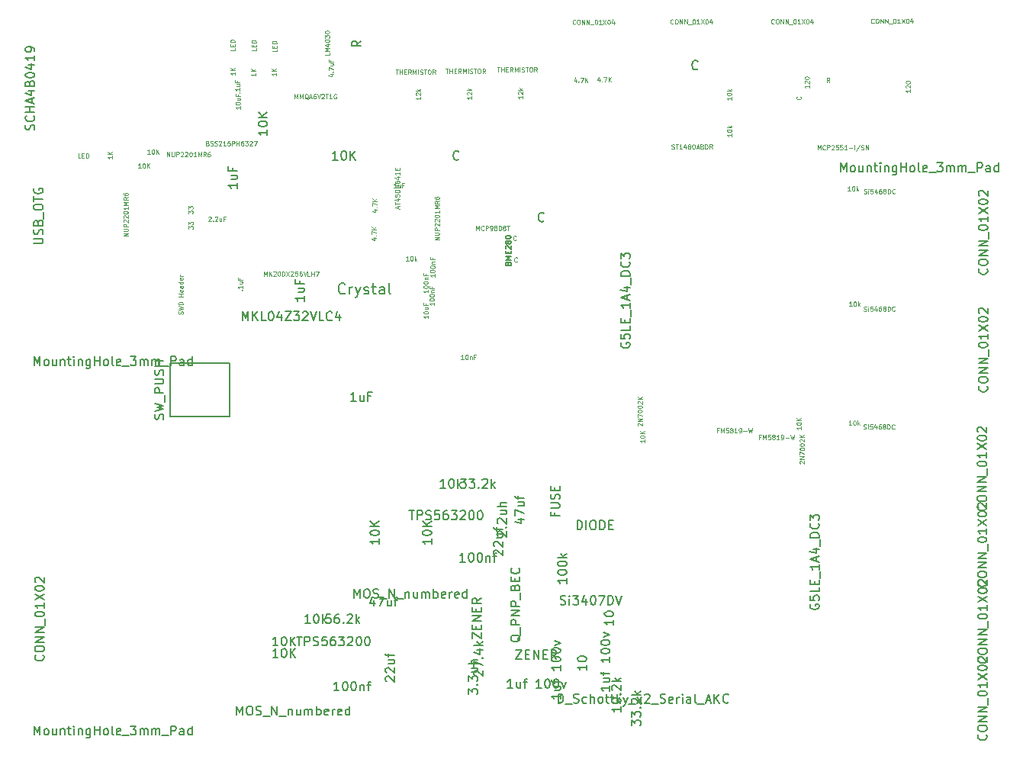
<source format=gbr>
G04 #@! TF.FileFunction,Other,Fab,Top*
%FSLAX46Y46*%
G04 Gerber Fmt 4.6, Leading zero omitted, Abs format (unit mm)*
G04 Created by KiCad (PCBNEW 4.0.2-stable) date 4/8/2016 7:07:07 PM*
%MOMM*%
G01*
G04 APERTURE LIST*
%ADD10C,0.100000*%
%ADD11C,0.150000*%
%ADD12C,0.125000*%
G04 APERTURE END LIST*
D10*
D11*
X102969600Y-89151200D02*
X102969600Y-95151200D01*
X102969600Y-95151200D02*
X96369600Y-95151200D01*
X96369600Y-95151200D02*
X96369600Y-89151200D01*
X96369600Y-89151200D02*
X102969600Y-89151200D01*
X146413600Y-86935676D02*
X146365981Y-87030914D01*
X146365981Y-87173771D01*
X146413600Y-87316629D01*
X146508838Y-87411867D01*
X146604076Y-87459486D01*
X146794552Y-87507105D01*
X146937410Y-87507105D01*
X147127886Y-87459486D01*
X147223124Y-87411867D01*
X147318362Y-87316629D01*
X147365981Y-87173771D01*
X147365981Y-87078533D01*
X147318362Y-86935676D01*
X147270743Y-86888057D01*
X146937410Y-86888057D01*
X146937410Y-87078533D01*
X146365981Y-85983295D02*
X146365981Y-86459486D01*
X146842171Y-86507105D01*
X146794552Y-86459486D01*
X146746933Y-86364248D01*
X146746933Y-86126152D01*
X146794552Y-86030914D01*
X146842171Y-85983295D01*
X146937410Y-85935676D01*
X147175505Y-85935676D01*
X147270743Y-85983295D01*
X147318362Y-86030914D01*
X147365981Y-86126152D01*
X147365981Y-86364248D01*
X147318362Y-86459486D01*
X147270743Y-86507105D01*
X147365981Y-85030914D02*
X147365981Y-85507105D01*
X146365981Y-85507105D01*
X146842171Y-84697581D02*
X146842171Y-84364247D01*
X147365981Y-84221390D02*
X147365981Y-84697581D01*
X146365981Y-84697581D01*
X146365981Y-84221390D01*
X147461219Y-84030914D02*
X147461219Y-83269009D01*
X147365981Y-82507104D02*
X147365981Y-83078533D01*
X147365981Y-82792819D02*
X146365981Y-82792819D01*
X146508838Y-82888057D01*
X146604076Y-82983295D01*
X146651695Y-83078533D01*
X147080267Y-82126152D02*
X147080267Y-81649961D01*
X147365981Y-82221390D02*
X146365981Y-81888057D01*
X147365981Y-81554723D01*
X146699314Y-80792818D02*
X147365981Y-80792818D01*
X146318362Y-81030914D02*
X147032648Y-81269009D01*
X147032648Y-80649961D01*
X147461219Y-80507104D02*
X147461219Y-79745199D01*
X147365981Y-79507104D02*
X146365981Y-79507104D01*
X146365981Y-79269009D01*
X146413600Y-79126151D01*
X146508838Y-79030913D01*
X146604076Y-78983294D01*
X146794552Y-78935675D01*
X146937410Y-78935675D01*
X147127886Y-78983294D01*
X147223124Y-79030913D01*
X147318362Y-79126151D01*
X147365981Y-79269009D01*
X147365981Y-79507104D01*
X147270743Y-77935675D02*
X147318362Y-77983294D01*
X147365981Y-78126151D01*
X147365981Y-78221389D01*
X147318362Y-78364247D01*
X147223124Y-78459485D01*
X147127886Y-78507104D01*
X146937410Y-78554723D01*
X146794552Y-78554723D01*
X146604076Y-78507104D01*
X146508838Y-78459485D01*
X146413600Y-78364247D01*
X146365981Y-78221389D01*
X146365981Y-78126151D01*
X146413600Y-77983294D01*
X146461219Y-77935675D01*
X146365981Y-77602342D02*
X146365981Y-76983294D01*
X146746933Y-77316628D01*
X146746933Y-77173770D01*
X146794552Y-77078532D01*
X146842171Y-77030913D01*
X146937410Y-76983294D01*
X147175505Y-76983294D01*
X147270743Y-77030913D01*
X147318362Y-77078532D01*
X147365981Y-77173770D01*
X147365981Y-77459485D01*
X147318362Y-77554723D01*
X147270743Y-77602342D01*
D12*
X126194950Y-75487231D02*
X125694950Y-75487231D01*
X126194950Y-75201517D01*
X125694950Y-75201517D01*
X125694950Y-74963421D02*
X126099712Y-74963421D01*
X126147331Y-74939612D01*
X126171141Y-74915802D01*
X126194950Y-74868183D01*
X126194950Y-74772945D01*
X126171141Y-74725326D01*
X126147331Y-74701517D01*
X126099712Y-74677707D01*
X125694950Y-74677707D01*
X126194950Y-74439611D02*
X125694950Y-74439611D01*
X125694950Y-74249135D01*
X125718760Y-74201516D01*
X125742570Y-74177707D01*
X125790189Y-74153897D01*
X125861617Y-74153897D01*
X125909236Y-74177707D01*
X125933046Y-74201516D01*
X125956855Y-74249135D01*
X125956855Y-74439611D01*
X125742570Y-73963421D02*
X125718760Y-73939611D01*
X125694950Y-73891992D01*
X125694950Y-73772945D01*
X125718760Y-73725326D01*
X125742570Y-73701516D01*
X125790189Y-73677707D01*
X125837808Y-73677707D01*
X125909236Y-73701516D01*
X126194950Y-73987230D01*
X126194950Y-73677707D01*
X125742570Y-73487231D02*
X125718760Y-73463421D01*
X125694950Y-73415802D01*
X125694950Y-73296755D01*
X125718760Y-73249136D01*
X125742570Y-73225326D01*
X125790189Y-73201517D01*
X125837808Y-73201517D01*
X125909236Y-73225326D01*
X126194950Y-73511040D01*
X126194950Y-73201517D01*
X125694950Y-72891993D02*
X125694950Y-72844374D01*
X125718760Y-72796755D01*
X125742570Y-72772946D01*
X125790189Y-72749136D01*
X125885427Y-72725327D01*
X126004474Y-72725327D01*
X126099712Y-72749136D01*
X126147331Y-72772946D01*
X126171141Y-72796755D01*
X126194950Y-72844374D01*
X126194950Y-72891993D01*
X126171141Y-72939612D01*
X126147331Y-72963422D01*
X126099712Y-72987231D01*
X126004474Y-73011041D01*
X125885427Y-73011041D01*
X125790189Y-72987231D01*
X125742570Y-72963422D01*
X125718760Y-72939612D01*
X125694950Y-72891993D01*
X126194950Y-72249137D02*
X126194950Y-72534851D01*
X126194950Y-72391994D02*
X125694950Y-72391994D01*
X125766379Y-72439613D01*
X125813998Y-72487232D01*
X125837808Y-72534851D01*
X126194950Y-72034851D02*
X125694950Y-72034851D01*
X126052093Y-71868185D01*
X125694950Y-71701518D01*
X126194950Y-71701518D01*
X126194950Y-71177708D02*
X125956855Y-71344375D01*
X126194950Y-71463422D02*
X125694950Y-71463422D01*
X125694950Y-71272946D01*
X125718760Y-71225327D01*
X125742570Y-71201518D01*
X125790189Y-71177708D01*
X125861617Y-71177708D01*
X125909236Y-71201518D01*
X125933046Y-71225327D01*
X125956855Y-71272946D01*
X125956855Y-71463422D01*
X125694950Y-70749137D02*
X125694950Y-70844375D01*
X125718760Y-70891994D01*
X125742570Y-70915803D01*
X125813998Y-70963422D01*
X125909236Y-70987232D01*
X126099712Y-70987232D01*
X126147331Y-70963422D01*
X126171141Y-70939613D01*
X126194950Y-70891994D01*
X126194950Y-70796756D01*
X126171141Y-70749137D01*
X126147331Y-70725327D01*
X126099712Y-70701518D01*
X125980665Y-70701518D01*
X125933046Y-70725327D01*
X125909236Y-70749137D01*
X125885427Y-70796756D01*
X125885427Y-70891994D01*
X125909236Y-70939613D01*
X125933046Y-70963422D01*
X125980665Y-70987232D01*
X106766897Y-79511390D02*
X106766897Y-79011390D01*
X106933563Y-79368533D01*
X107100230Y-79011390D01*
X107100230Y-79511390D01*
X107338326Y-79511390D02*
X107338326Y-79011390D01*
X107624040Y-79511390D02*
X107409754Y-79225676D01*
X107624040Y-79011390D02*
X107338326Y-79297105D01*
X107814516Y-79059010D02*
X107838326Y-79035200D01*
X107885945Y-79011390D01*
X108004992Y-79011390D01*
X108052611Y-79035200D01*
X108076421Y-79059010D01*
X108100230Y-79106629D01*
X108100230Y-79154248D01*
X108076421Y-79225676D01*
X107790707Y-79511390D01*
X108100230Y-79511390D01*
X108409754Y-79011390D02*
X108457373Y-79011390D01*
X108504992Y-79035200D01*
X108528801Y-79059010D01*
X108552611Y-79106629D01*
X108576420Y-79201867D01*
X108576420Y-79320914D01*
X108552611Y-79416152D01*
X108528801Y-79463771D01*
X108504992Y-79487581D01*
X108457373Y-79511390D01*
X108409754Y-79511390D01*
X108362135Y-79487581D01*
X108338325Y-79463771D01*
X108314516Y-79416152D01*
X108290706Y-79320914D01*
X108290706Y-79201867D01*
X108314516Y-79106629D01*
X108338325Y-79059010D01*
X108362135Y-79035200D01*
X108409754Y-79011390D01*
X108790706Y-79511390D02*
X108790706Y-79011390D01*
X108909753Y-79011390D01*
X108981182Y-79035200D01*
X109028801Y-79082819D01*
X109052610Y-79130438D01*
X109076420Y-79225676D01*
X109076420Y-79297105D01*
X109052610Y-79392343D01*
X109028801Y-79439962D01*
X108981182Y-79487581D01*
X108909753Y-79511390D01*
X108790706Y-79511390D01*
X109243087Y-79011390D02*
X109576420Y-79511390D01*
X109576420Y-79011390D02*
X109243087Y-79511390D01*
X109743086Y-79059010D02*
X109766896Y-79035200D01*
X109814515Y-79011390D01*
X109933562Y-79011390D01*
X109981181Y-79035200D01*
X110004991Y-79059010D01*
X110028800Y-79106629D01*
X110028800Y-79154248D01*
X110004991Y-79225676D01*
X109719277Y-79511390D01*
X110028800Y-79511390D01*
X110481181Y-79011390D02*
X110243086Y-79011390D01*
X110219276Y-79249486D01*
X110243086Y-79225676D01*
X110290705Y-79201867D01*
X110409752Y-79201867D01*
X110457371Y-79225676D01*
X110481181Y-79249486D01*
X110504990Y-79297105D01*
X110504990Y-79416152D01*
X110481181Y-79463771D01*
X110457371Y-79487581D01*
X110409752Y-79511390D01*
X110290705Y-79511390D01*
X110243086Y-79487581D01*
X110219276Y-79463771D01*
X110933561Y-79011390D02*
X110838323Y-79011390D01*
X110790704Y-79035200D01*
X110766895Y-79059010D01*
X110719276Y-79130438D01*
X110695466Y-79225676D01*
X110695466Y-79416152D01*
X110719276Y-79463771D01*
X110743085Y-79487581D01*
X110790704Y-79511390D01*
X110885942Y-79511390D01*
X110933561Y-79487581D01*
X110957371Y-79463771D01*
X110981180Y-79416152D01*
X110981180Y-79297105D01*
X110957371Y-79249486D01*
X110933561Y-79225676D01*
X110885942Y-79201867D01*
X110790704Y-79201867D01*
X110743085Y-79225676D01*
X110719276Y-79249486D01*
X110695466Y-79297105D01*
X111124037Y-79011390D02*
X111290704Y-79511390D01*
X111457370Y-79011390D01*
X111862132Y-79511390D02*
X111624037Y-79511390D01*
X111624037Y-79011390D01*
X112028799Y-79511390D02*
X112028799Y-79011390D01*
X112028799Y-79249486D02*
X112314513Y-79249486D01*
X112314513Y-79511390D02*
X112314513Y-79011390D01*
X112504990Y-79011390D02*
X112838323Y-79011390D01*
X112624037Y-79511390D01*
D11*
X95574362Y-95413105D02*
X95621981Y-95270248D01*
X95621981Y-95032152D01*
X95574362Y-94936914D01*
X95526743Y-94889295D01*
X95431505Y-94841676D01*
X95336267Y-94841676D01*
X95241029Y-94889295D01*
X95193410Y-94936914D01*
X95145790Y-95032152D01*
X95098171Y-95222629D01*
X95050552Y-95317867D01*
X95002933Y-95365486D01*
X94907695Y-95413105D01*
X94812457Y-95413105D01*
X94717219Y-95365486D01*
X94669600Y-95317867D01*
X94621981Y-95222629D01*
X94621981Y-94984533D01*
X94669600Y-94841676D01*
X94621981Y-94508343D02*
X95621981Y-94270248D01*
X94907695Y-94079771D01*
X95621981Y-93889295D01*
X94621981Y-93651200D01*
X95717219Y-93508343D02*
X95717219Y-92746438D01*
X95621981Y-92508343D02*
X94621981Y-92508343D01*
X94621981Y-92127390D01*
X94669600Y-92032152D01*
X94717219Y-91984533D01*
X94812457Y-91936914D01*
X94955314Y-91936914D01*
X95050552Y-91984533D01*
X95098171Y-92032152D01*
X95145790Y-92127390D01*
X95145790Y-92508343D01*
X94621981Y-91508343D02*
X95431505Y-91508343D01*
X95526743Y-91460724D01*
X95574362Y-91413105D01*
X95621981Y-91317867D01*
X95621981Y-91127390D01*
X95574362Y-91032152D01*
X95526743Y-90984533D01*
X95431505Y-90936914D01*
X94621981Y-90936914D01*
X95574362Y-90508343D02*
X95621981Y-90365486D01*
X95621981Y-90127390D01*
X95574362Y-90032152D01*
X95526743Y-89984533D01*
X95431505Y-89936914D01*
X95336267Y-89936914D01*
X95241029Y-89984533D01*
X95193410Y-90032152D01*
X95145790Y-90127390D01*
X95098171Y-90317867D01*
X95050552Y-90413105D01*
X95002933Y-90460724D01*
X94907695Y-90508343D01*
X94812457Y-90508343D01*
X94717219Y-90460724D01*
X94669600Y-90413105D01*
X94621981Y-90317867D01*
X94621981Y-90079771D01*
X94669600Y-89936914D01*
X95621981Y-89508343D02*
X94621981Y-89508343D01*
X95098171Y-89508343D02*
X95098171Y-88936914D01*
X95621981Y-88936914D02*
X94621981Y-88936914D01*
X104350228Y-84467581D02*
X104350228Y-83467581D01*
X104683562Y-84181867D01*
X105016895Y-83467581D01*
X105016895Y-84467581D01*
X105493085Y-84467581D02*
X105493085Y-83467581D01*
X106064514Y-84467581D02*
X105635942Y-83896152D01*
X106064514Y-83467581D02*
X105493085Y-84039010D01*
X106969276Y-84467581D02*
X106493085Y-84467581D01*
X106493085Y-83467581D01*
X107493085Y-83467581D02*
X107588324Y-83467581D01*
X107683562Y-83515200D01*
X107731181Y-83562819D01*
X107778800Y-83658057D01*
X107826419Y-83848533D01*
X107826419Y-84086629D01*
X107778800Y-84277105D01*
X107731181Y-84372343D01*
X107683562Y-84419962D01*
X107588324Y-84467581D01*
X107493085Y-84467581D01*
X107397847Y-84419962D01*
X107350228Y-84372343D01*
X107302609Y-84277105D01*
X107254990Y-84086629D01*
X107254990Y-83848533D01*
X107302609Y-83658057D01*
X107350228Y-83562819D01*
X107397847Y-83515200D01*
X107493085Y-83467581D01*
X108683562Y-83800914D02*
X108683562Y-84467581D01*
X108445466Y-83419962D02*
X108207371Y-84134248D01*
X108826419Y-84134248D01*
X109112133Y-83467581D02*
X109778800Y-83467581D01*
X109112133Y-84467581D01*
X109778800Y-84467581D01*
X110064514Y-83467581D02*
X110683562Y-83467581D01*
X110350228Y-83848533D01*
X110493086Y-83848533D01*
X110588324Y-83896152D01*
X110635943Y-83943771D01*
X110683562Y-84039010D01*
X110683562Y-84277105D01*
X110635943Y-84372343D01*
X110588324Y-84419962D01*
X110493086Y-84467581D01*
X110207371Y-84467581D01*
X110112133Y-84419962D01*
X110064514Y-84372343D01*
X111064514Y-83562819D02*
X111112133Y-83515200D01*
X111207371Y-83467581D01*
X111445467Y-83467581D01*
X111540705Y-83515200D01*
X111588324Y-83562819D01*
X111635943Y-83658057D01*
X111635943Y-83753295D01*
X111588324Y-83896152D01*
X111016895Y-84467581D01*
X111635943Y-84467581D01*
X111921657Y-83467581D02*
X112254990Y-84467581D01*
X112588324Y-83467581D01*
X113397848Y-84467581D02*
X112921657Y-84467581D01*
X112921657Y-83467581D01*
X114302610Y-84372343D02*
X114254991Y-84419962D01*
X114112134Y-84467581D01*
X114016896Y-84467581D01*
X113874038Y-84419962D01*
X113778800Y-84324724D01*
X113731181Y-84229486D01*
X113683562Y-84039010D01*
X113683562Y-83896152D01*
X113731181Y-83705676D01*
X113778800Y-83610438D01*
X113874038Y-83515200D01*
X114016896Y-83467581D01*
X114112134Y-83467581D01*
X114254991Y-83515200D01*
X114302610Y-83562819D01*
X115159753Y-83800914D02*
X115159753Y-84467581D01*
X114921657Y-83419962D02*
X114683562Y-84134248D01*
X115302610Y-84134248D01*
D12*
X130295878Y-74444990D02*
X130295878Y-73944990D01*
X130462544Y-74302133D01*
X130629211Y-73944990D01*
X130629211Y-74444990D01*
X131153021Y-74397371D02*
X131129211Y-74421181D01*
X131057783Y-74444990D01*
X131010164Y-74444990D01*
X130938735Y-74421181D01*
X130891116Y-74373562D01*
X130867307Y-74325943D01*
X130843497Y-74230705D01*
X130843497Y-74159276D01*
X130867307Y-74064038D01*
X130891116Y-74016419D01*
X130938735Y-73968800D01*
X131010164Y-73944990D01*
X131057783Y-73944990D01*
X131129211Y-73968800D01*
X131153021Y-73992610D01*
X131367307Y-74444990D02*
X131367307Y-73944990D01*
X131557783Y-73944990D01*
X131605402Y-73968800D01*
X131629211Y-73992610D01*
X131653021Y-74040229D01*
X131653021Y-74111657D01*
X131629211Y-74159276D01*
X131605402Y-74183086D01*
X131557783Y-74206895D01*
X131367307Y-74206895D01*
X131891116Y-74444990D02*
X131986354Y-74444990D01*
X132033973Y-74421181D01*
X132057783Y-74397371D01*
X132105402Y-74325943D01*
X132129211Y-74230705D01*
X132129211Y-74040229D01*
X132105402Y-73992610D01*
X132081592Y-73968800D01*
X132033973Y-73944990D01*
X131938735Y-73944990D01*
X131891116Y-73968800D01*
X131867307Y-73992610D01*
X131843497Y-74040229D01*
X131843497Y-74159276D01*
X131867307Y-74206895D01*
X131891116Y-74230705D01*
X131938735Y-74254514D01*
X132033973Y-74254514D01*
X132081592Y-74230705D01*
X132105402Y-74206895D01*
X132129211Y-74159276D01*
X132414925Y-74159276D02*
X132367306Y-74135467D01*
X132343497Y-74111657D01*
X132319687Y-74064038D01*
X132319687Y-74040229D01*
X132343497Y-73992610D01*
X132367306Y-73968800D01*
X132414925Y-73944990D01*
X132510163Y-73944990D01*
X132557782Y-73968800D01*
X132581592Y-73992610D01*
X132605401Y-74040229D01*
X132605401Y-74064038D01*
X132581592Y-74111657D01*
X132557782Y-74135467D01*
X132510163Y-74159276D01*
X132414925Y-74159276D01*
X132367306Y-74183086D01*
X132343497Y-74206895D01*
X132319687Y-74254514D01*
X132319687Y-74349752D01*
X132343497Y-74397371D01*
X132367306Y-74421181D01*
X132414925Y-74444990D01*
X132510163Y-74444990D01*
X132557782Y-74421181D01*
X132581592Y-74397371D01*
X132605401Y-74349752D01*
X132605401Y-74254514D01*
X132581592Y-74206895D01*
X132557782Y-74183086D01*
X132510163Y-74159276D01*
X132914925Y-73944990D02*
X132962544Y-73944990D01*
X133010163Y-73968800D01*
X133033972Y-73992610D01*
X133057782Y-74040229D01*
X133081591Y-74135467D01*
X133081591Y-74254514D01*
X133057782Y-74349752D01*
X133033972Y-74397371D01*
X133010163Y-74421181D01*
X132962544Y-74444990D01*
X132914925Y-74444990D01*
X132867306Y-74421181D01*
X132843496Y-74397371D01*
X132819687Y-74349752D01*
X132795877Y-74254514D01*
X132795877Y-74135467D01*
X132819687Y-74040229D01*
X132843496Y-73992610D01*
X132867306Y-73968800D01*
X132914925Y-73944990D01*
X133367305Y-74159276D02*
X133319686Y-74135467D01*
X133295877Y-74111657D01*
X133272067Y-74064038D01*
X133272067Y-74040229D01*
X133295877Y-73992610D01*
X133319686Y-73968800D01*
X133367305Y-73944990D01*
X133462543Y-73944990D01*
X133510162Y-73968800D01*
X133533972Y-73992610D01*
X133557781Y-74040229D01*
X133557781Y-74064038D01*
X133533972Y-74111657D01*
X133510162Y-74135467D01*
X133462543Y-74159276D01*
X133367305Y-74159276D01*
X133319686Y-74183086D01*
X133295877Y-74206895D01*
X133272067Y-74254514D01*
X133272067Y-74349752D01*
X133295877Y-74397371D01*
X133319686Y-74421181D01*
X133367305Y-74444990D01*
X133462543Y-74444990D01*
X133510162Y-74421181D01*
X133533972Y-74397371D01*
X133557781Y-74349752D01*
X133557781Y-74254514D01*
X133533972Y-74206895D01*
X133510162Y-74183086D01*
X133462543Y-74159276D01*
X133700638Y-73944990D02*
X133986352Y-73944990D01*
X133843495Y-74444990D02*
X133843495Y-73944990D01*
D11*
X133850703Y-78121332D02*
X133879274Y-78035618D01*
X133907846Y-78007046D01*
X133964989Y-77978475D01*
X134050703Y-77978475D01*
X134107846Y-78007046D01*
X134136417Y-78035618D01*
X134164989Y-78092760D01*
X134164989Y-78321332D01*
X133564989Y-78321332D01*
X133564989Y-78121332D01*
X133593560Y-78064189D01*
X133622131Y-78035618D01*
X133679274Y-78007046D01*
X133736417Y-78007046D01*
X133793560Y-78035618D01*
X133822131Y-78064189D01*
X133850703Y-78121332D01*
X133850703Y-78321332D01*
X134164989Y-77721332D02*
X133564989Y-77721332D01*
X133993560Y-77521332D01*
X133564989Y-77321332D01*
X134164989Y-77321332D01*
X133850703Y-77035618D02*
X133850703Y-76835618D01*
X134164989Y-76749904D02*
X134164989Y-77035618D01*
X133564989Y-77035618D01*
X133564989Y-76749904D01*
X133622131Y-76521332D02*
X133593560Y-76492761D01*
X133564989Y-76435618D01*
X133564989Y-76292761D01*
X133593560Y-76235618D01*
X133622131Y-76207047D01*
X133679274Y-76178475D01*
X133736417Y-76178475D01*
X133822131Y-76207047D01*
X134164989Y-76549904D01*
X134164989Y-76178475D01*
X133822131Y-75835618D02*
X133793560Y-75892760D01*
X133764989Y-75921332D01*
X133707846Y-75949903D01*
X133679274Y-75949903D01*
X133622131Y-75921332D01*
X133593560Y-75892760D01*
X133564989Y-75835618D01*
X133564989Y-75721332D01*
X133593560Y-75664189D01*
X133622131Y-75635618D01*
X133679274Y-75607046D01*
X133707846Y-75607046D01*
X133764989Y-75635618D01*
X133793560Y-75664189D01*
X133822131Y-75721332D01*
X133822131Y-75835618D01*
X133850703Y-75892760D01*
X133879274Y-75921332D01*
X133936417Y-75949903D01*
X134050703Y-75949903D01*
X134107846Y-75921332D01*
X134136417Y-75892760D01*
X134164989Y-75835618D01*
X134164989Y-75721332D01*
X134136417Y-75664189D01*
X134107846Y-75635618D01*
X134050703Y-75607046D01*
X133936417Y-75607046D01*
X133879274Y-75635618D01*
X133850703Y-75664189D01*
X133822131Y-75721332D01*
X133564989Y-75235617D02*
X133564989Y-75178474D01*
X133593560Y-75121331D01*
X133622131Y-75092760D01*
X133679274Y-75064189D01*
X133793560Y-75035617D01*
X133936417Y-75035617D01*
X134050703Y-75064189D01*
X134107846Y-75092760D01*
X134136417Y-75121331D01*
X134164989Y-75178474D01*
X134164989Y-75235617D01*
X134136417Y-75292760D01*
X134107846Y-75321331D01*
X134050703Y-75349903D01*
X133936417Y-75378474D01*
X133793560Y-75378474D01*
X133679274Y-75349903D01*
X133622131Y-75321331D01*
X133593560Y-75292760D01*
X133564989Y-75235617D01*
D12*
X121449661Y-69720590D02*
X121163947Y-69720590D01*
X121306804Y-69720590D02*
X121306804Y-69220590D01*
X121259185Y-69292019D01*
X121211566Y-69339638D01*
X121163947Y-69363448D01*
X121878232Y-69387257D02*
X121878232Y-69720590D01*
X121663947Y-69387257D02*
X121663947Y-69649162D01*
X121687756Y-69696781D01*
X121735375Y-69720590D01*
X121806804Y-69720590D01*
X121854423Y-69696781D01*
X121878232Y-69672971D01*
X122282994Y-69458686D02*
X122116328Y-69458686D01*
X122116328Y-69720590D02*
X122116328Y-69220590D01*
X122354423Y-69220590D01*
D11*
X111226781Y-81722838D02*
X111226781Y-82294267D01*
X111226781Y-82008553D02*
X110226781Y-82008553D01*
X110369638Y-82103791D01*
X110464876Y-82199029D01*
X110512495Y-82294267D01*
X110560114Y-80865695D02*
X111226781Y-80865695D01*
X110560114Y-81294267D02*
X111083924Y-81294267D01*
X111179162Y-81246648D01*
X111226781Y-81151410D01*
X111226781Y-81008552D01*
X111179162Y-80913314D01*
X111131543Y-80865695D01*
X110702971Y-80056171D02*
X110702971Y-80389505D01*
X111226781Y-80389505D02*
X110226781Y-80389505D01*
X110226781Y-79913314D01*
X116973742Y-93393601D02*
X116402313Y-93393601D01*
X116688027Y-93393601D02*
X116688027Y-92393601D01*
X116592789Y-92536458D01*
X116497551Y-92631696D01*
X116402313Y-92679315D01*
X117830885Y-92726934D02*
X117830885Y-93393601D01*
X117402313Y-92726934D02*
X117402313Y-93250744D01*
X117449932Y-93345982D01*
X117545170Y-93393601D01*
X117688028Y-93393601D01*
X117783266Y-93345982D01*
X117830885Y-93298363D01*
X118640409Y-92869791D02*
X118307075Y-92869791D01*
X118307075Y-93393601D02*
X118307075Y-92393601D01*
X118783266Y-92393601D01*
X103799981Y-69187938D02*
X103799981Y-69759367D01*
X103799981Y-69473653D02*
X102799981Y-69473653D01*
X102942838Y-69568891D01*
X103038076Y-69664129D01*
X103085695Y-69759367D01*
X103133314Y-68330795D02*
X103799981Y-68330795D01*
X103133314Y-68759367D02*
X103657124Y-68759367D01*
X103752362Y-68711748D01*
X103799981Y-68616510D01*
X103799981Y-68473652D01*
X103752362Y-68378414D01*
X103704743Y-68330795D01*
X103276171Y-67521271D02*
X103276171Y-67854605D01*
X103799981Y-67854605D02*
X102799981Y-67854605D01*
X102799981Y-67378414D01*
D12*
X100608725Y-72976610D02*
X100632535Y-72952800D01*
X100680154Y-72928990D01*
X100799201Y-72928990D01*
X100846820Y-72952800D01*
X100870630Y-72976610D01*
X100894439Y-73024229D01*
X100894439Y-73071848D01*
X100870630Y-73143276D01*
X100584916Y-73428990D01*
X100894439Y-73428990D01*
X101108725Y-73381371D02*
X101132534Y-73405181D01*
X101108725Y-73428990D01*
X101084915Y-73405181D01*
X101108725Y-73381371D01*
X101108725Y-73428990D01*
X101323010Y-72976610D02*
X101346820Y-72952800D01*
X101394439Y-72928990D01*
X101513486Y-72928990D01*
X101561105Y-72952800D01*
X101584915Y-72976610D01*
X101608724Y-73024229D01*
X101608724Y-73071848D01*
X101584915Y-73143276D01*
X101299201Y-73428990D01*
X101608724Y-73428990D01*
X102037295Y-73095657D02*
X102037295Y-73428990D01*
X101823010Y-73095657D02*
X101823010Y-73357562D01*
X101846819Y-73405181D01*
X101894438Y-73428990D01*
X101965867Y-73428990D01*
X102013486Y-73405181D01*
X102037295Y-73381371D01*
X102442057Y-73167086D02*
X102275391Y-73167086D01*
X102275391Y-73428990D02*
X102275391Y-72928990D01*
X102513486Y-72928990D01*
X104298171Y-81094970D02*
X104321981Y-81071161D01*
X104345790Y-81094970D01*
X104321981Y-81118780D01*
X104298171Y-81094970D01*
X104345790Y-81094970D01*
X104345790Y-80594971D02*
X104345790Y-80880685D01*
X104345790Y-80737828D02*
X103845790Y-80737828D01*
X103917219Y-80785447D01*
X103964838Y-80833066D01*
X103988648Y-80880685D01*
X104012457Y-80166400D02*
X104345790Y-80166400D01*
X104012457Y-80380685D02*
X104274362Y-80380685D01*
X104321981Y-80356876D01*
X104345790Y-80309257D01*
X104345790Y-80237828D01*
X104321981Y-80190209D01*
X104298171Y-80166400D01*
X104083886Y-79761638D02*
X104083886Y-79928304D01*
X104345790Y-79928304D02*
X103845790Y-79928304D01*
X103845790Y-79690209D01*
X134835722Y-77912731D02*
X134811912Y-77936541D01*
X134740484Y-77960350D01*
X134692865Y-77960350D01*
X134621436Y-77936541D01*
X134573817Y-77888922D01*
X134550008Y-77841303D01*
X134526198Y-77746065D01*
X134526198Y-77674636D01*
X134550008Y-77579398D01*
X134573817Y-77531779D01*
X134621436Y-77484160D01*
X134692865Y-77460350D01*
X134740484Y-77460350D01*
X134811912Y-77484160D01*
X134835722Y-77507970D01*
X134734122Y-75499731D02*
X134710312Y-75523541D01*
X134638884Y-75547350D01*
X134591265Y-75547350D01*
X134519836Y-75523541D01*
X134472217Y-75475922D01*
X134448408Y-75428303D01*
X134424598Y-75333065D01*
X134424598Y-75261636D01*
X134448408Y-75166398D01*
X134472217Y-75118779D01*
X134519836Y-75071160D01*
X134591265Y-75047350D01*
X134638884Y-75047350D01*
X134710312Y-75071160D01*
X134734122Y-75094970D01*
X128928086Y-88760430D02*
X128642372Y-88760430D01*
X128785229Y-88760430D02*
X128785229Y-88260430D01*
X128737610Y-88331859D01*
X128689991Y-88379478D01*
X128642372Y-88403288D01*
X129237610Y-88260430D02*
X129285229Y-88260430D01*
X129332848Y-88284240D01*
X129356657Y-88308050D01*
X129380467Y-88355669D01*
X129404276Y-88450907D01*
X129404276Y-88569954D01*
X129380467Y-88665192D01*
X129356657Y-88712811D01*
X129332848Y-88736621D01*
X129285229Y-88760430D01*
X129237610Y-88760430D01*
X129189991Y-88736621D01*
X129166181Y-88712811D01*
X129142372Y-88665192D01*
X129118562Y-88569954D01*
X129118562Y-88450907D01*
X129142372Y-88355669D01*
X129166181Y-88308050D01*
X129189991Y-88284240D01*
X129237610Y-88260430D01*
X129618562Y-88427097D02*
X129618562Y-88760430D01*
X129618562Y-88474716D02*
X129642371Y-88450907D01*
X129689990Y-88427097D01*
X129761419Y-88427097D01*
X129809038Y-88450907D01*
X129832847Y-88498526D01*
X129832847Y-88760430D01*
X130237609Y-88498526D02*
X130070943Y-88498526D01*
X130070943Y-88760430D02*
X130070943Y-88260430D01*
X130309038Y-88260430D01*
X124950350Y-81053049D02*
X124950350Y-81338763D01*
X124950350Y-81195906D02*
X124450350Y-81195906D01*
X124521779Y-81243525D01*
X124569398Y-81291144D01*
X124593208Y-81338763D01*
X124450350Y-80743525D02*
X124450350Y-80695906D01*
X124474160Y-80648287D01*
X124497970Y-80624478D01*
X124545589Y-80600668D01*
X124640827Y-80576859D01*
X124759874Y-80576859D01*
X124855112Y-80600668D01*
X124902731Y-80624478D01*
X124926541Y-80648287D01*
X124950350Y-80695906D01*
X124950350Y-80743525D01*
X124926541Y-80791144D01*
X124902731Y-80814954D01*
X124855112Y-80838763D01*
X124759874Y-80862573D01*
X124640827Y-80862573D01*
X124545589Y-80838763D01*
X124497970Y-80814954D01*
X124474160Y-80791144D01*
X124450350Y-80743525D01*
X124450350Y-80267335D02*
X124450350Y-80219716D01*
X124474160Y-80172097D01*
X124497970Y-80148288D01*
X124545589Y-80124478D01*
X124640827Y-80100669D01*
X124759874Y-80100669D01*
X124855112Y-80124478D01*
X124902731Y-80148288D01*
X124926541Y-80172097D01*
X124950350Y-80219716D01*
X124950350Y-80267335D01*
X124926541Y-80314954D01*
X124902731Y-80338764D01*
X124855112Y-80362573D01*
X124759874Y-80386383D01*
X124640827Y-80386383D01*
X124545589Y-80362573D01*
X124497970Y-80338764D01*
X124474160Y-80314954D01*
X124450350Y-80267335D01*
X124617017Y-79886383D02*
X124950350Y-79886383D01*
X124664636Y-79886383D02*
X124640827Y-79862574D01*
X124617017Y-79814955D01*
X124617017Y-79743526D01*
X124640827Y-79695907D01*
X124688446Y-79672098D01*
X124950350Y-79672098D01*
X124688446Y-79267336D02*
X124688446Y-79434002D01*
X124950350Y-79434002D02*
X124450350Y-79434002D01*
X124450350Y-79195907D01*
X114091257Y-57141180D02*
X114424590Y-57141180D01*
X113900781Y-57260227D02*
X114257924Y-57379275D01*
X114257924Y-57069751D01*
X114376971Y-56879275D02*
X114400781Y-56855466D01*
X114424590Y-56879275D01*
X114400781Y-56903085D01*
X114376971Y-56879275D01*
X114424590Y-56879275D01*
X113924590Y-56688799D02*
X113924590Y-56355466D01*
X114424590Y-56569752D01*
X114091257Y-55950705D02*
X114424590Y-55950705D01*
X114091257Y-56164990D02*
X114353162Y-56164990D01*
X114400781Y-56141181D01*
X114424590Y-56093562D01*
X114424590Y-56022133D01*
X114400781Y-55974514D01*
X114376971Y-55950705D01*
X114162686Y-55545943D02*
X114162686Y-55712609D01*
X114424590Y-55712609D02*
X113924590Y-55712609D01*
X113924590Y-55474514D01*
X125641230Y-82475449D02*
X125641230Y-82761163D01*
X125641230Y-82618306D02*
X125141230Y-82618306D01*
X125212659Y-82665925D01*
X125260278Y-82713544D01*
X125284088Y-82761163D01*
X125141230Y-82165925D02*
X125141230Y-82118306D01*
X125165040Y-82070687D01*
X125188850Y-82046878D01*
X125236469Y-82023068D01*
X125331707Y-81999259D01*
X125450754Y-81999259D01*
X125545992Y-82023068D01*
X125593611Y-82046878D01*
X125617421Y-82070687D01*
X125641230Y-82118306D01*
X125641230Y-82165925D01*
X125617421Y-82213544D01*
X125593611Y-82237354D01*
X125545992Y-82261163D01*
X125450754Y-82284973D01*
X125331707Y-82284973D01*
X125236469Y-82261163D01*
X125188850Y-82237354D01*
X125165040Y-82213544D01*
X125141230Y-82165925D01*
X125141230Y-81689735D02*
X125141230Y-81642116D01*
X125165040Y-81594497D01*
X125188850Y-81570688D01*
X125236469Y-81546878D01*
X125331707Y-81523069D01*
X125450754Y-81523069D01*
X125545992Y-81546878D01*
X125593611Y-81570688D01*
X125617421Y-81594497D01*
X125641230Y-81642116D01*
X125641230Y-81689735D01*
X125617421Y-81737354D01*
X125593611Y-81761164D01*
X125545992Y-81784973D01*
X125450754Y-81808783D01*
X125331707Y-81808783D01*
X125236469Y-81784973D01*
X125188850Y-81761164D01*
X125165040Y-81737354D01*
X125141230Y-81689735D01*
X125307897Y-81308783D02*
X125641230Y-81308783D01*
X125355516Y-81308783D02*
X125331707Y-81284974D01*
X125307897Y-81237355D01*
X125307897Y-81165926D01*
X125331707Y-81118307D01*
X125379326Y-81094498D01*
X125641230Y-81094498D01*
X125379326Y-80689736D02*
X125379326Y-80856402D01*
X125641230Y-80856402D02*
X125141230Y-80856402D01*
X125141230Y-80618307D01*
X124990990Y-83908674D02*
X124990990Y-84194388D01*
X124990990Y-84051531D02*
X124490990Y-84051531D01*
X124562419Y-84099150D01*
X124610038Y-84146769D01*
X124633848Y-84194388D01*
X124490990Y-83599150D02*
X124490990Y-83551531D01*
X124514800Y-83503912D01*
X124538610Y-83480103D01*
X124586229Y-83456293D01*
X124681467Y-83432484D01*
X124800514Y-83432484D01*
X124895752Y-83456293D01*
X124943371Y-83480103D01*
X124967181Y-83503912D01*
X124990990Y-83551531D01*
X124990990Y-83599150D01*
X124967181Y-83646769D01*
X124943371Y-83670579D01*
X124895752Y-83694388D01*
X124800514Y-83718198D01*
X124681467Y-83718198D01*
X124586229Y-83694388D01*
X124538610Y-83670579D01*
X124514800Y-83646769D01*
X124490990Y-83599150D01*
X124657657Y-83003913D02*
X124990990Y-83003913D01*
X124657657Y-83218198D02*
X124919562Y-83218198D01*
X124967181Y-83194389D01*
X124990990Y-83146770D01*
X124990990Y-83075341D01*
X124967181Y-83027722D01*
X124943371Y-83003913D01*
X124729086Y-82599151D02*
X124729086Y-82765817D01*
X124990990Y-82765817D02*
X124490990Y-82765817D01*
X124490990Y-82527722D01*
X166309282Y-59600391D02*
X166333092Y-59624201D01*
X166356901Y-59695629D01*
X166356901Y-59743248D01*
X166333092Y-59814677D01*
X166285473Y-59862296D01*
X166237854Y-59886105D01*
X166142616Y-59909915D01*
X166071187Y-59909915D01*
X165975949Y-59886105D01*
X165928330Y-59862296D01*
X165880711Y-59814677D01*
X165856901Y-59743248D01*
X165856901Y-59695629D01*
X165880711Y-59624201D01*
X165904521Y-59600391D01*
D11*
X154895148Y-56521175D02*
X154847529Y-56568794D01*
X154704672Y-56616413D01*
X154609434Y-56616413D01*
X154466576Y-56568794D01*
X154371338Y-56473556D01*
X154323719Y-56378318D01*
X154276100Y-56187842D01*
X154276100Y-56044984D01*
X154323719Y-55854508D01*
X154371338Y-55759270D01*
X154466576Y-55664032D01*
X154609434Y-55616413D01*
X154704672Y-55616413D01*
X154847529Y-55664032D01*
X154895148Y-55711651D01*
D12*
X104008691Y-59162070D02*
X104032501Y-59138261D01*
X104056310Y-59162070D01*
X104032501Y-59185880D01*
X104008691Y-59162070D01*
X104056310Y-59162070D01*
X104056310Y-58662071D02*
X104056310Y-58947785D01*
X104056310Y-58804928D02*
X103556310Y-58804928D01*
X103627739Y-58852547D01*
X103675358Y-58900166D01*
X103699168Y-58947785D01*
X103722977Y-58233500D02*
X104056310Y-58233500D01*
X103722977Y-58447785D02*
X103984882Y-58447785D01*
X104032501Y-58423976D01*
X104056310Y-58376357D01*
X104056310Y-58304928D01*
X104032501Y-58257309D01*
X104008691Y-58233500D01*
X103794406Y-57828738D02*
X103794406Y-57995404D01*
X104056310Y-57995404D02*
X103556310Y-57995404D01*
X103556310Y-57757309D01*
X104117270Y-60695614D02*
X104117270Y-60981328D01*
X104117270Y-60838471D02*
X103617270Y-60838471D01*
X103688699Y-60886090D01*
X103736318Y-60933709D01*
X103760128Y-60981328D01*
X103617270Y-60386090D02*
X103617270Y-60338471D01*
X103641080Y-60290852D01*
X103664890Y-60267043D01*
X103712509Y-60243233D01*
X103807747Y-60219424D01*
X103926794Y-60219424D01*
X104022032Y-60243233D01*
X104069651Y-60267043D01*
X104093461Y-60290852D01*
X104117270Y-60338471D01*
X104117270Y-60386090D01*
X104093461Y-60433709D01*
X104069651Y-60457519D01*
X104022032Y-60481328D01*
X103926794Y-60505138D01*
X103807747Y-60505138D01*
X103712509Y-60481328D01*
X103664890Y-60457519D01*
X103641080Y-60433709D01*
X103617270Y-60386090D01*
X103783937Y-59790853D02*
X104117270Y-59790853D01*
X103783937Y-60005138D02*
X104045842Y-60005138D01*
X104093461Y-59981329D01*
X104117270Y-59933710D01*
X104117270Y-59862281D01*
X104093461Y-59814662D01*
X104069651Y-59790853D01*
X103855366Y-59386091D02*
X103855366Y-59552757D01*
X104117270Y-59552757D02*
X103617270Y-59552757D01*
X103617270Y-59314662D01*
D11*
X128376324Y-66544543D02*
X128328705Y-66592162D01*
X128185848Y-66639781D01*
X128090610Y-66639781D01*
X127947752Y-66592162D01*
X127852514Y-66496924D01*
X127804895Y-66401686D01*
X127757276Y-66211210D01*
X127757276Y-66068352D01*
X127804895Y-65877876D01*
X127852514Y-65782638D01*
X127947752Y-65687400D01*
X128090610Y-65639781D01*
X128185848Y-65639781D01*
X128328705Y-65687400D01*
X128376324Y-65735019D01*
X134985714Y-106523809D02*
X135652381Y-106523809D01*
X134604762Y-106761905D02*
X135319048Y-107000000D01*
X135319048Y-106380952D01*
X134652381Y-106095238D02*
X134652381Y-105428571D01*
X135652381Y-105857143D01*
X134985714Y-104619047D02*
X135652381Y-104619047D01*
X134985714Y-105047619D02*
X135509524Y-105047619D01*
X135604762Y-105000000D01*
X135652381Y-104904762D01*
X135652381Y-104761904D01*
X135604762Y-104666666D01*
X135557143Y-104619047D01*
X134985714Y-104285714D02*
X134985714Y-103904762D01*
X135652381Y-104142857D02*
X134795238Y-104142857D01*
X134700000Y-104095238D01*
X134652381Y-104000000D01*
X134652381Y-103904762D01*
X129095238Y-111252381D02*
X128523809Y-111252381D01*
X128809523Y-111252381D02*
X128809523Y-110252381D01*
X128714285Y-110395238D01*
X128619047Y-110490476D01*
X128523809Y-110538095D01*
X129714285Y-110252381D02*
X129809524Y-110252381D01*
X129904762Y-110300000D01*
X129952381Y-110347619D01*
X130000000Y-110442857D01*
X130047619Y-110633333D01*
X130047619Y-110871429D01*
X130000000Y-111061905D01*
X129952381Y-111157143D01*
X129904762Y-111204762D01*
X129809524Y-111252381D01*
X129714285Y-111252381D01*
X129619047Y-111204762D01*
X129571428Y-111157143D01*
X129523809Y-111061905D01*
X129476190Y-110871429D01*
X129476190Y-110633333D01*
X129523809Y-110442857D01*
X129571428Y-110347619D01*
X129619047Y-110300000D01*
X129714285Y-110252381D01*
X130666666Y-110252381D02*
X130761905Y-110252381D01*
X130857143Y-110300000D01*
X130904762Y-110347619D01*
X130952381Y-110442857D01*
X131000000Y-110633333D01*
X131000000Y-110871429D01*
X130952381Y-111061905D01*
X130904762Y-111157143D01*
X130857143Y-111204762D01*
X130761905Y-111252381D01*
X130666666Y-111252381D01*
X130571428Y-111204762D01*
X130523809Y-111157143D01*
X130476190Y-111061905D01*
X130428571Y-110871429D01*
X130428571Y-110633333D01*
X130476190Y-110442857D01*
X130523809Y-110347619D01*
X130571428Y-110300000D01*
X130666666Y-110252381D01*
X131428571Y-110585714D02*
X131428571Y-111252381D01*
X131428571Y-110680952D02*
X131476190Y-110633333D01*
X131571428Y-110585714D01*
X131714286Y-110585714D01*
X131809524Y-110633333D01*
X131857143Y-110728571D01*
X131857143Y-111252381D01*
X132190476Y-110585714D02*
X132571428Y-110585714D01*
X132333333Y-111252381D02*
X132333333Y-110395238D01*
X132380952Y-110300000D01*
X132476190Y-110252381D01*
X132571428Y-110252381D01*
X132347619Y-110500000D02*
X132300000Y-110452381D01*
X132252381Y-110357143D01*
X132252381Y-110119047D01*
X132300000Y-110023809D01*
X132347619Y-109976190D01*
X132442857Y-109928571D01*
X132538095Y-109928571D01*
X132680952Y-109976190D01*
X133252381Y-110547619D01*
X133252381Y-109928571D01*
X132347619Y-109547619D02*
X132300000Y-109500000D01*
X132252381Y-109404762D01*
X132252381Y-109166666D01*
X132300000Y-109071428D01*
X132347619Y-109023809D01*
X132442857Y-108976190D01*
X132538095Y-108976190D01*
X132680952Y-109023809D01*
X133252381Y-109595238D01*
X133252381Y-108976190D01*
X132585714Y-108119047D02*
X133252381Y-108119047D01*
X132585714Y-108547619D02*
X133109524Y-108547619D01*
X133204762Y-108500000D01*
X133252381Y-108404762D01*
X133252381Y-108261904D01*
X133204762Y-108166666D01*
X133157143Y-108119047D01*
X132585714Y-107785714D02*
X132585714Y-107404762D01*
X133252381Y-107642857D02*
X132395238Y-107642857D01*
X132300000Y-107595238D01*
X132252381Y-107500000D01*
X132252381Y-107404762D01*
X120347619Y-124500000D02*
X120300000Y-124452381D01*
X120252381Y-124357143D01*
X120252381Y-124119047D01*
X120300000Y-124023809D01*
X120347619Y-123976190D01*
X120442857Y-123928571D01*
X120538095Y-123928571D01*
X120680952Y-123976190D01*
X121252381Y-124547619D01*
X121252381Y-123928571D01*
X120347619Y-123547619D02*
X120300000Y-123500000D01*
X120252381Y-123404762D01*
X120252381Y-123166666D01*
X120300000Y-123071428D01*
X120347619Y-123023809D01*
X120442857Y-122976190D01*
X120538095Y-122976190D01*
X120680952Y-123023809D01*
X121252381Y-123595238D01*
X121252381Y-122976190D01*
X120585714Y-122119047D02*
X121252381Y-122119047D01*
X120585714Y-122547619D02*
X121109524Y-122547619D01*
X121204762Y-122500000D01*
X121252381Y-122404762D01*
X121252381Y-122261904D01*
X121204762Y-122166666D01*
X121157143Y-122119047D01*
X120585714Y-121785714D02*
X120585714Y-121404762D01*
X121252381Y-121642857D02*
X120395238Y-121642857D01*
X120300000Y-121595238D01*
X120252381Y-121500000D01*
X120252381Y-121404762D01*
X134357143Y-125252381D02*
X133785714Y-125252381D01*
X134071428Y-125252381D02*
X134071428Y-124252381D01*
X133976190Y-124395238D01*
X133880952Y-124490476D01*
X133785714Y-124538095D01*
X135214286Y-124585714D02*
X135214286Y-125252381D01*
X134785714Y-124585714D02*
X134785714Y-125109524D01*
X134833333Y-125204762D01*
X134928571Y-125252381D01*
X135071429Y-125252381D01*
X135166667Y-125204762D01*
X135214286Y-125157143D01*
X135547619Y-124585714D02*
X135928571Y-124585714D01*
X135690476Y-125252381D02*
X135690476Y-124395238D01*
X135738095Y-124300000D01*
X135833333Y-124252381D01*
X135928571Y-124252381D01*
X137547620Y-125252381D02*
X136976191Y-125252381D01*
X137261905Y-125252381D02*
X137261905Y-124252381D01*
X137166667Y-124395238D01*
X137071429Y-124490476D01*
X136976191Y-124538095D01*
X138166667Y-124252381D02*
X138261906Y-124252381D01*
X138357144Y-124300000D01*
X138404763Y-124347619D01*
X138452382Y-124442857D01*
X138500001Y-124633333D01*
X138500001Y-124871429D01*
X138452382Y-125061905D01*
X138404763Y-125157143D01*
X138357144Y-125204762D01*
X138261906Y-125252381D01*
X138166667Y-125252381D01*
X138071429Y-125204762D01*
X138023810Y-125157143D01*
X137976191Y-125061905D01*
X137928572Y-124871429D01*
X137928572Y-124633333D01*
X137976191Y-124442857D01*
X138023810Y-124347619D01*
X138071429Y-124300000D01*
X138166667Y-124252381D01*
X139119048Y-124252381D02*
X139214287Y-124252381D01*
X139309525Y-124300000D01*
X139357144Y-124347619D01*
X139404763Y-124442857D01*
X139452382Y-124633333D01*
X139452382Y-124871429D01*
X139404763Y-125061905D01*
X139357144Y-125157143D01*
X139309525Y-125204762D01*
X139214287Y-125252381D01*
X139119048Y-125252381D01*
X139023810Y-125204762D01*
X138976191Y-125157143D01*
X138928572Y-125061905D01*
X138880953Y-124871429D01*
X138880953Y-124633333D01*
X138928572Y-124442857D01*
X138976191Y-124347619D01*
X139023810Y-124300000D01*
X139119048Y-124252381D01*
X139785715Y-124585714D02*
X140023810Y-125252381D01*
X140261906Y-124585714D01*
X139557143Y-126904762D02*
X139604762Y-126857143D01*
X139652381Y-126904762D01*
X139604762Y-126952381D01*
X139557143Y-126904762D01*
X139652381Y-126904762D01*
X139652381Y-125904762D02*
X139652381Y-126476191D01*
X139652381Y-126190477D02*
X138652381Y-126190477D01*
X138795238Y-126285715D01*
X138890476Y-126380953D01*
X138938095Y-126476191D01*
X138985714Y-125047619D02*
X139652381Y-125047619D01*
X138985714Y-125476191D02*
X139509524Y-125476191D01*
X139604762Y-125428572D01*
X139652381Y-125333334D01*
X139652381Y-125190476D01*
X139604762Y-125095238D01*
X139557143Y-125047619D01*
X138985714Y-124714286D02*
X138985714Y-124333334D01*
X139652381Y-124571429D02*
X138795238Y-124571429D01*
X138700000Y-124523810D01*
X138652381Y-124428572D01*
X138652381Y-124333334D01*
X139652381Y-122714285D02*
X139652381Y-123285714D01*
X139652381Y-123000000D02*
X138652381Y-123000000D01*
X138795238Y-123095238D01*
X138890476Y-123190476D01*
X138938095Y-123285714D01*
X138652381Y-122095238D02*
X138652381Y-121999999D01*
X138700000Y-121904761D01*
X138747619Y-121857142D01*
X138842857Y-121809523D01*
X139033333Y-121761904D01*
X139271429Y-121761904D01*
X139461905Y-121809523D01*
X139557143Y-121857142D01*
X139604762Y-121904761D01*
X139652381Y-121999999D01*
X139652381Y-122095238D01*
X139604762Y-122190476D01*
X139557143Y-122238095D01*
X139461905Y-122285714D01*
X139271429Y-122333333D01*
X139033333Y-122333333D01*
X138842857Y-122285714D01*
X138747619Y-122238095D01*
X138700000Y-122190476D01*
X138652381Y-122095238D01*
X138652381Y-121142857D02*
X138652381Y-121047618D01*
X138700000Y-120952380D01*
X138747619Y-120904761D01*
X138842857Y-120857142D01*
X139033333Y-120809523D01*
X139271429Y-120809523D01*
X139461905Y-120857142D01*
X139557143Y-120904761D01*
X139604762Y-120952380D01*
X139652381Y-121047618D01*
X139652381Y-121142857D01*
X139604762Y-121238095D01*
X139557143Y-121285714D01*
X139461905Y-121333333D01*
X139271429Y-121380952D01*
X139033333Y-121380952D01*
X138842857Y-121333333D01*
X138747619Y-121285714D01*
X138700000Y-121238095D01*
X138652381Y-121142857D01*
X138985714Y-120476190D02*
X139652381Y-120238095D01*
X138985714Y-119999999D01*
X115095238Y-125552381D02*
X114523809Y-125552381D01*
X114809523Y-125552381D02*
X114809523Y-124552381D01*
X114714285Y-124695238D01*
X114619047Y-124790476D01*
X114523809Y-124838095D01*
X115714285Y-124552381D02*
X115809524Y-124552381D01*
X115904762Y-124600000D01*
X115952381Y-124647619D01*
X116000000Y-124742857D01*
X116047619Y-124933333D01*
X116047619Y-125171429D01*
X116000000Y-125361905D01*
X115952381Y-125457143D01*
X115904762Y-125504762D01*
X115809524Y-125552381D01*
X115714285Y-125552381D01*
X115619047Y-125504762D01*
X115571428Y-125457143D01*
X115523809Y-125361905D01*
X115476190Y-125171429D01*
X115476190Y-124933333D01*
X115523809Y-124742857D01*
X115571428Y-124647619D01*
X115619047Y-124600000D01*
X115714285Y-124552381D01*
X116666666Y-124552381D02*
X116761905Y-124552381D01*
X116857143Y-124600000D01*
X116904762Y-124647619D01*
X116952381Y-124742857D01*
X117000000Y-124933333D01*
X117000000Y-125171429D01*
X116952381Y-125361905D01*
X116904762Y-125457143D01*
X116857143Y-125504762D01*
X116761905Y-125552381D01*
X116666666Y-125552381D01*
X116571428Y-125504762D01*
X116523809Y-125457143D01*
X116476190Y-125361905D01*
X116428571Y-125171429D01*
X116428571Y-124933333D01*
X116476190Y-124742857D01*
X116523809Y-124647619D01*
X116571428Y-124600000D01*
X116666666Y-124552381D01*
X117428571Y-124885714D02*
X117428571Y-125552381D01*
X117428571Y-124980952D02*
X117476190Y-124933333D01*
X117571428Y-124885714D01*
X117714286Y-124885714D01*
X117809524Y-124933333D01*
X117857143Y-125028571D01*
X117857143Y-125552381D01*
X118190476Y-124885714D02*
X118571428Y-124885714D01*
X118333333Y-125552381D02*
X118333333Y-124695238D01*
X118380952Y-124600000D01*
X118476190Y-124552381D01*
X118571428Y-124552381D01*
X118976191Y-115485714D02*
X118976191Y-116152381D01*
X118738095Y-115104762D02*
X118500000Y-115819048D01*
X119119048Y-115819048D01*
X119404762Y-115152381D02*
X120071429Y-115152381D01*
X119642857Y-116152381D01*
X120880953Y-115485714D02*
X120880953Y-116152381D01*
X120452381Y-115485714D02*
X120452381Y-116009524D01*
X120500000Y-116104762D01*
X120595238Y-116152381D01*
X120738096Y-116152381D01*
X120833334Y-116104762D01*
X120880953Y-116057143D01*
X121214286Y-115485714D02*
X121595238Y-115485714D01*
X121357143Y-116152381D02*
X121357143Y-115295238D01*
X121404762Y-115200000D01*
X121500000Y-115152381D01*
X121595238Y-115152381D01*
X145142181Y-125012057D02*
X145142181Y-125583486D01*
X145142181Y-125297772D02*
X144142181Y-125297772D01*
X144285038Y-125393010D01*
X144380276Y-125488248D01*
X144427895Y-125583486D01*
X144475514Y-124154914D02*
X145142181Y-124154914D01*
X144475514Y-124583486D02*
X144999324Y-124583486D01*
X145094562Y-124535867D01*
X145142181Y-124440629D01*
X145142181Y-124297771D01*
X145094562Y-124202533D01*
X145046943Y-124154914D01*
X144475514Y-123821581D02*
X144475514Y-123440629D01*
X145142181Y-123678724D02*
X144285038Y-123678724D01*
X144189800Y-123631105D01*
X144142181Y-123535867D01*
X144142181Y-123440629D01*
X145142181Y-121821580D02*
X145142181Y-122393009D01*
X145142181Y-122107295D02*
X144142181Y-122107295D01*
X144285038Y-122202533D01*
X144380276Y-122297771D01*
X144427895Y-122393009D01*
X144142181Y-121202533D02*
X144142181Y-121107294D01*
X144189800Y-121012056D01*
X144237419Y-120964437D01*
X144332657Y-120916818D01*
X144523133Y-120869199D01*
X144761229Y-120869199D01*
X144951705Y-120916818D01*
X145046943Y-120964437D01*
X145094562Y-121012056D01*
X145142181Y-121107294D01*
X145142181Y-121202533D01*
X145094562Y-121297771D01*
X145046943Y-121345390D01*
X144951705Y-121393009D01*
X144761229Y-121440628D01*
X144523133Y-121440628D01*
X144332657Y-121393009D01*
X144237419Y-121345390D01*
X144189800Y-121297771D01*
X144142181Y-121202533D01*
X144142181Y-120250152D02*
X144142181Y-120154913D01*
X144189800Y-120059675D01*
X144237419Y-120012056D01*
X144332657Y-119964437D01*
X144523133Y-119916818D01*
X144761229Y-119916818D01*
X144951705Y-119964437D01*
X145046943Y-120012056D01*
X145094562Y-120059675D01*
X145142181Y-120154913D01*
X145142181Y-120250152D01*
X145094562Y-120345390D01*
X145046943Y-120393009D01*
X144951705Y-120440628D01*
X144761229Y-120488247D01*
X144523133Y-120488247D01*
X144332657Y-120440628D01*
X144237419Y-120393009D01*
X144189800Y-120345390D01*
X144142181Y-120250152D01*
X144475514Y-119583485D02*
X145142181Y-119345390D01*
X144475514Y-119107294D01*
X134738095Y-121052381D02*
X135404762Y-121052381D01*
X134738095Y-122052381D01*
X135404762Y-122052381D01*
X135785714Y-121528571D02*
X136119048Y-121528571D01*
X136261905Y-122052381D02*
X135785714Y-122052381D01*
X135785714Y-121052381D01*
X136261905Y-121052381D01*
X136690476Y-122052381D02*
X136690476Y-121052381D01*
X137261905Y-122052381D01*
X137261905Y-121052381D01*
X137738095Y-121528571D02*
X138071429Y-121528571D01*
X138214286Y-122052381D02*
X137738095Y-122052381D01*
X137738095Y-121052381D01*
X138214286Y-121052381D01*
X139214286Y-122052381D02*
X138880952Y-121576190D01*
X138642857Y-122052381D02*
X138642857Y-121052381D01*
X139023810Y-121052381D01*
X139119048Y-121100000D01*
X139166667Y-121147619D01*
X139214286Y-121242857D01*
X139214286Y-121385714D01*
X139166667Y-121480952D01*
X139119048Y-121528571D01*
X139023810Y-121576190D01*
X138642857Y-121576190D01*
X129852381Y-119761905D02*
X129852381Y-119095238D01*
X130852381Y-119761905D01*
X130852381Y-119095238D01*
X130328571Y-118714286D02*
X130328571Y-118380952D01*
X130852381Y-118238095D02*
X130852381Y-118714286D01*
X129852381Y-118714286D01*
X129852381Y-118238095D01*
X130852381Y-117809524D02*
X129852381Y-117809524D01*
X130852381Y-117238095D01*
X129852381Y-117238095D01*
X130328571Y-116761905D02*
X130328571Y-116428571D01*
X130852381Y-116285714D02*
X130852381Y-116761905D01*
X129852381Y-116761905D01*
X129852381Y-116285714D01*
X130852381Y-115285714D02*
X130376190Y-115619048D01*
X130852381Y-115857143D02*
X129852381Y-115857143D01*
X129852381Y-115476190D01*
X129900000Y-115380952D01*
X129947619Y-115333333D01*
X130042857Y-115285714D01*
X130185714Y-115285714D01*
X130280952Y-115333333D01*
X130328571Y-115380952D01*
X130376190Y-115476190D01*
X130376190Y-115857143D01*
X139411227Y-126914981D02*
X139411227Y-125914981D01*
X139649322Y-125914981D01*
X139792180Y-125962600D01*
X139887418Y-126057838D01*
X139935037Y-126153076D01*
X139982656Y-126343552D01*
X139982656Y-126486410D01*
X139935037Y-126676886D01*
X139887418Y-126772124D01*
X139792180Y-126867362D01*
X139649322Y-126914981D01*
X139411227Y-126914981D01*
X140173132Y-127010219D02*
X140935037Y-127010219D01*
X141125513Y-126867362D02*
X141268370Y-126914981D01*
X141506466Y-126914981D01*
X141601704Y-126867362D01*
X141649323Y-126819743D01*
X141696942Y-126724505D01*
X141696942Y-126629267D01*
X141649323Y-126534029D01*
X141601704Y-126486410D01*
X141506466Y-126438790D01*
X141315989Y-126391171D01*
X141220751Y-126343552D01*
X141173132Y-126295933D01*
X141125513Y-126200695D01*
X141125513Y-126105457D01*
X141173132Y-126010219D01*
X141220751Y-125962600D01*
X141315989Y-125914981D01*
X141554085Y-125914981D01*
X141696942Y-125962600D01*
X142554085Y-126867362D02*
X142458847Y-126914981D01*
X142268370Y-126914981D01*
X142173132Y-126867362D01*
X142125513Y-126819743D01*
X142077894Y-126724505D01*
X142077894Y-126438790D01*
X142125513Y-126343552D01*
X142173132Y-126295933D01*
X142268370Y-126248314D01*
X142458847Y-126248314D01*
X142554085Y-126295933D01*
X142982656Y-126914981D02*
X142982656Y-125914981D01*
X143411228Y-126914981D02*
X143411228Y-126391171D01*
X143363609Y-126295933D01*
X143268371Y-126248314D01*
X143125513Y-126248314D01*
X143030275Y-126295933D01*
X142982656Y-126343552D01*
X144030275Y-126914981D02*
X143935037Y-126867362D01*
X143887418Y-126819743D01*
X143839799Y-126724505D01*
X143839799Y-126438790D01*
X143887418Y-126343552D01*
X143935037Y-126295933D01*
X144030275Y-126248314D01*
X144173133Y-126248314D01*
X144268371Y-126295933D01*
X144315990Y-126343552D01*
X144363609Y-126438790D01*
X144363609Y-126724505D01*
X144315990Y-126819743D01*
X144268371Y-126867362D01*
X144173133Y-126914981D01*
X144030275Y-126914981D01*
X144649323Y-126248314D02*
X145030275Y-126248314D01*
X144792180Y-125914981D02*
X144792180Y-126772124D01*
X144839799Y-126867362D01*
X144935037Y-126914981D01*
X145030275Y-126914981D01*
X145220752Y-126248314D02*
X145601704Y-126248314D01*
X145363609Y-125914981D02*
X145363609Y-126772124D01*
X145411228Y-126867362D01*
X145506466Y-126914981D01*
X145601704Y-126914981D01*
X145935038Y-126914981D02*
X145935038Y-125914981D01*
X146030276Y-126534029D02*
X146315991Y-126914981D01*
X146315991Y-126248314D02*
X145935038Y-126629267D01*
X146649324Y-126248314D02*
X146887419Y-126914981D01*
X147125515Y-126248314D02*
X146887419Y-126914981D01*
X146792181Y-127153076D01*
X146744562Y-127200695D01*
X146649324Y-127248314D01*
X147268372Y-127010219D02*
X148030277Y-127010219D01*
X148173134Y-126914981D02*
X148696944Y-126248314D01*
X148173134Y-126248314D02*
X148696944Y-126914981D01*
X149030277Y-126010219D02*
X149077896Y-125962600D01*
X149173134Y-125914981D01*
X149411230Y-125914981D01*
X149506468Y-125962600D01*
X149554087Y-126010219D01*
X149601706Y-126105457D01*
X149601706Y-126200695D01*
X149554087Y-126343552D01*
X148982658Y-126914981D01*
X149601706Y-126914981D01*
X149792182Y-127010219D02*
X150554087Y-127010219D01*
X150744563Y-126867362D02*
X150887420Y-126914981D01*
X151125516Y-126914981D01*
X151220754Y-126867362D01*
X151268373Y-126819743D01*
X151315992Y-126724505D01*
X151315992Y-126629267D01*
X151268373Y-126534029D01*
X151220754Y-126486410D01*
X151125516Y-126438790D01*
X150935039Y-126391171D01*
X150839801Y-126343552D01*
X150792182Y-126295933D01*
X150744563Y-126200695D01*
X150744563Y-126105457D01*
X150792182Y-126010219D01*
X150839801Y-125962600D01*
X150935039Y-125914981D01*
X151173135Y-125914981D01*
X151315992Y-125962600D01*
X152125516Y-126867362D02*
X152030278Y-126914981D01*
X151839801Y-126914981D01*
X151744563Y-126867362D01*
X151696944Y-126772124D01*
X151696944Y-126391171D01*
X151744563Y-126295933D01*
X151839801Y-126248314D01*
X152030278Y-126248314D01*
X152125516Y-126295933D01*
X152173135Y-126391171D01*
X152173135Y-126486410D01*
X151696944Y-126581648D01*
X152601706Y-126914981D02*
X152601706Y-126248314D01*
X152601706Y-126438790D02*
X152649325Y-126343552D01*
X152696944Y-126295933D01*
X152792182Y-126248314D01*
X152887421Y-126248314D01*
X153220754Y-126914981D02*
X153220754Y-126248314D01*
X153220754Y-125914981D02*
X153173135Y-125962600D01*
X153220754Y-126010219D01*
X153268373Y-125962600D01*
X153220754Y-125914981D01*
X153220754Y-126010219D01*
X154125516Y-126914981D02*
X154125516Y-126391171D01*
X154077897Y-126295933D01*
X153982659Y-126248314D01*
X153792182Y-126248314D01*
X153696944Y-126295933D01*
X154125516Y-126867362D02*
X154030278Y-126914981D01*
X153792182Y-126914981D01*
X153696944Y-126867362D01*
X153649325Y-126772124D01*
X153649325Y-126676886D01*
X153696944Y-126581648D01*
X153792182Y-126534029D01*
X154030278Y-126534029D01*
X154125516Y-126486410D01*
X154744563Y-126914981D02*
X154649325Y-126867362D01*
X154601706Y-126772124D01*
X154601706Y-125914981D01*
X154887421Y-127010219D02*
X155649326Y-127010219D01*
X155839802Y-126629267D02*
X156315993Y-126629267D01*
X155744564Y-126914981D02*
X156077897Y-125914981D01*
X156411231Y-126914981D01*
X156744564Y-126914981D02*
X156744564Y-125914981D01*
X157315993Y-126914981D02*
X156887421Y-126343552D01*
X157315993Y-125914981D02*
X156744564Y-126486410D01*
X158315993Y-126819743D02*
X158268374Y-126867362D01*
X158125517Y-126914981D01*
X158030279Y-126914981D01*
X157887421Y-126867362D01*
X157792183Y-126772124D01*
X157744564Y-126676886D01*
X157696945Y-126486410D01*
X157696945Y-126343552D01*
X157744564Y-126153076D01*
X157792183Y-126057838D01*
X157887421Y-125962600D01*
X158030279Y-125914981D01*
X158125517Y-125914981D01*
X158268374Y-125962600D01*
X158315993Y-126010219D01*
X141523810Y-107652381D02*
X141523810Y-106652381D01*
X141761905Y-106652381D01*
X141904763Y-106700000D01*
X142000001Y-106795238D01*
X142047620Y-106890476D01*
X142095239Y-107080952D01*
X142095239Y-107223810D01*
X142047620Y-107414286D01*
X142000001Y-107509524D01*
X141904763Y-107604762D01*
X141761905Y-107652381D01*
X141523810Y-107652381D01*
X142523810Y-107652381D02*
X142523810Y-106652381D01*
X143190476Y-106652381D02*
X143380953Y-106652381D01*
X143476191Y-106700000D01*
X143571429Y-106795238D01*
X143619048Y-106985714D01*
X143619048Y-107319048D01*
X143571429Y-107509524D01*
X143476191Y-107604762D01*
X143380953Y-107652381D01*
X143190476Y-107652381D01*
X143095238Y-107604762D01*
X143000000Y-107509524D01*
X142952381Y-107319048D01*
X142952381Y-106985714D01*
X143000000Y-106795238D01*
X143095238Y-106700000D01*
X143190476Y-106652381D01*
X144047619Y-107652381D02*
X144047619Y-106652381D01*
X144285714Y-106652381D01*
X144428572Y-106700000D01*
X144523810Y-106795238D01*
X144571429Y-106890476D01*
X144619048Y-107080952D01*
X144619048Y-107223810D01*
X144571429Y-107414286D01*
X144523810Y-107509524D01*
X144428572Y-107604762D01*
X144285714Y-107652381D01*
X144047619Y-107652381D01*
X145047619Y-107128571D02*
X145380953Y-107128571D01*
X145523810Y-107652381D02*
X145047619Y-107652381D01*
X145047619Y-106652381D01*
X145523810Y-106652381D01*
X139047071Y-105809523D02*
X139047071Y-106142857D01*
X139570881Y-106142857D02*
X138570881Y-106142857D01*
X138570881Y-105666666D01*
X138570881Y-105285714D02*
X139380405Y-105285714D01*
X139475643Y-105238095D01*
X139523262Y-105190476D01*
X139570881Y-105095238D01*
X139570881Y-104904761D01*
X139523262Y-104809523D01*
X139475643Y-104761904D01*
X139380405Y-104714285D01*
X138570881Y-104714285D01*
X139523262Y-104285714D02*
X139570881Y-104142857D01*
X139570881Y-103904761D01*
X139523262Y-103809523D01*
X139475643Y-103761904D01*
X139380405Y-103714285D01*
X139285167Y-103714285D01*
X139189929Y-103761904D01*
X139142310Y-103809523D01*
X139094690Y-103904761D01*
X139047071Y-104095238D01*
X138999452Y-104190476D01*
X138951833Y-104238095D01*
X138856595Y-104285714D01*
X138761357Y-104285714D01*
X138666119Y-104238095D01*
X138618500Y-104190476D01*
X138570881Y-104095238D01*
X138570881Y-103857142D01*
X138618500Y-103714285D01*
X139047071Y-103285714D02*
X139047071Y-102952380D01*
X139570881Y-102809523D02*
X139570881Y-103285714D01*
X138570881Y-103285714D01*
X138570881Y-102809523D01*
X132747619Y-108404762D02*
X132700000Y-108357143D01*
X132652381Y-108261905D01*
X132652381Y-108023809D01*
X132700000Y-107928571D01*
X132747619Y-107880952D01*
X132842857Y-107833333D01*
X132938095Y-107833333D01*
X133080952Y-107880952D01*
X133652381Y-108452381D01*
X133652381Y-107833333D01*
X133557143Y-107404762D02*
X133604762Y-107357143D01*
X133652381Y-107404762D01*
X133604762Y-107452381D01*
X133557143Y-107404762D01*
X133652381Y-107404762D01*
X132747619Y-106976191D02*
X132700000Y-106928572D01*
X132652381Y-106833334D01*
X132652381Y-106595238D01*
X132700000Y-106500000D01*
X132747619Y-106452381D01*
X132842857Y-106404762D01*
X132938095Y-106404762D01*
X133080952Y-106452381D01*
X133652381Y-107023810D01*
X133652381Y-106404762D01*
X132985714Y-105547619D02*
X133652381Y-105547619D01*
X132985714Y-105976191D02*
X133509524Y-105976191D01*
X133604762Y-105928572D01*
X133652381Y-105833334D01*
X133652381Y-105690476D01*
X133604762Y-105595238D01*
X133557143Y-105547619D01*
X133652381Y-105071429D02*
X132652381Y-105071429D01*
X133652381Y-104642857D02*
X133128571Y-104642857D01*
X133033333Y-104690476D01*
X132985714Y-104785714D01*
X132985714Y-104928572D01*
X133033333Y-105023810D01*
X133080952Y-105071429D01*
X129452381Y-125952381D02*
X129452381Y-125333333D01*
X129833333Y-125666667D01*
X129833333Y-125523809D01*
X129880952Y-125428571D01*
X129928571Y-125380952D01*
X130023810Y-125333333D01*
X130261905Y-125333333D01*
X130357143Y-125380952D01*
X130404762Y-125428571D01*
X130452381Y-125523809D01*
X130452381Y-125809524D01*
X130404762Y-125904762D01*
X130357143Y-125952381D01*
X130357143Y-124904762D02*
X130404762Y-124857143D01*
X130452381Y-124904762D01*
X130404762Y-124952381D01*
X130357143Y-124904762D01*
X130452381Y-124904762D01*
X129452381Y-124523810D02*
X129452381Y-123904762D01*
X129833333Y-124238096D01*
X129833333Y-124095238D01*
X129880952Y-124000000D01*
X129928571Y-123952381D01*
X130023810Y-123904762D01*
X130261905Y-123904762D01*
X130357143Y-123952381D01*
X130404762Y-124000000D01*
X130452381Y-124095238D01*
X130452381Y-124380953D01*
X130404762Y-124476191D01*
X130357143Y-124523810D01*
X129785714Y-123047619D02*
X130452381Y-123047619D01*
X129785714Y-123476191D02*
X130309524Y-123476191D01*
X130404762Y-123428572D01*
X130452381Y-123333334D01*
X130452381Y-123190476D01*
X130404762Y-123095238D01*
X130357143Y-123047619D01*
X130452381Y-122571429D02*
X129452381Y-122571429D01*
X130452381Y-122142857D02*
X129928571Y-122142857D01*
X129833333Y-122190476D01*
X129785714Y-122285714D01*
X129785714Y-122428572D01*
X129833333Y-122523810D01*
X129880952Y-122571429D01*
X81215581Y-75920219D02*
X82025105Y-75920219D01*
X82120343Y-75872600D01*
X82167962Y-75824981D01*
X82215581Y-75729743D01*
X82215581Y-75539266D01*
X82167962Y-75444028D01*
X82120343Y-75396409D01*
X82025105Y-75348790D01*
X81215581Y-75348790D01*
X82167962Y-74920219D02*
X82215581Y-74777362D01*
X82215581Y-74539266D01*
X82167962Y-74444028D01*
X82120343Y-74396409D01*
X82025105Y-74348790D01*
X81929867Y-74348790D01*
X81834629Y-74396409D01*
X81787010Y-74444028D01*
X81739390Y-74539266D01*
X81691771Y-74729743D01*
X81644152Y-74824981D01*
X81596533Y-74872600D01*
X81501295Y-74920219D01*
X81406057Y-74920219D01*
X81310819Y-74872600D01*
X81263200Y-74824981D01*
X81215581Y-74729743D01*
X81215581Y-74491647D01*
X81263200Y-74348790D01*
X81691771Y-73586885D02*
X81739390Y-73444028D01*
X81787010Y-73396409D01*
X81882248Y-73348790D01*
X82025105Y-73348790D01*
X82120343Y-73396409D01*
X82167962Y-73444028D01*
X82215581Y-73539266D01*
X82215581Y-73920219D01*
X81215581Y-73920219D01*
X81215581Y-73586885D01*
X81263200Y-73491647D01*
X81310819Y-73444028D01*
X81406057Y-73396409D01*
X81501295Y-73396409D01*
X81596533Y-73444028D01*
X81644152Y-73491647D01*
X81691771Y-73586885D01*
X81691771Y-73920219D01*
X82310819Y-73158314D02*
X82310819Y-72396409D01*
X81215581Y-71967838D02*
X81215581Y-71777361D01*
X81263200Y-71682123D01*
X81358438Y-71586885D01*
X81548914Y-71539266D01*
X81882248Y-71539266D01*
X82072724Y-71586885D01*
X82167962Y-71682123D01*
X82215581Y-71777361D01*
X82215581Y-71967838D01*
X82167962Y-72063076D01*
X82072724Y-72158314D01*
X81882248Y-72205933D01*
X81548914Y-72205933D01*
X81358438Y-72158314D01*
X81263200Y-72063076D01*
X81215581Y-71967838D01*
X81215581Y-71253552D02*
X81215581Y-70682123D01*
X82215581Y-70967838D02*
X81215581Y-70967838D01*
X81263200Y-69824980D02*
X81215581Y-69920218D01*
X81215581Y-70063075D01*
X81263200Y-70205933D01*
X81358438Y-70301171D01*
X81453676Y-70348790D01*
X81644152Y-70396409D01*
X81787010Y-70396409D01*
X81977486Y-70348790D01*
X82072724Y-70301171D01*
X82167962Y-70205933D01*
X82215581Y-70063075D01*
X82215581Y-69967837D01*
X82167962Y-69824980D01*
X82120343Y-69777361D01*
X81787010Y-69777361D01*
X81787010Y-69967837D01*
D12*
X97728221Y-83746386D02*
X97752030Y-83674957D01*
X97752030Y-83555910D01*
X97728221Y-83508291D01*
X97704411Y-83484481D01*
X97656792Y-83460672D01*
X97609173Y-83460672D01*
X97561554Y-83484481D01*
X97537745Y-83508291D01*
X97513935Y-83555910D01*
X97490126Y-83651148D01*
X97466316Y-83698767D01*
X97442507Y-83722576D01*
X97394888Y-83746386D01*
X97347269Y-83746386D01*
X97299650Y-83722576D01*
X97275840Y-83698767D01*
X97252030Y-83651148D01*
X97252030Y-83532100D01*
X97275840Y-83460672D01*
X97252030Y-83294005D02*
X97752030Y-83174958D01*
X97394888Y-83079720D01*
X97752030Y-82984482D01*
X97252030Y-82865434D01*
X97752030Y-82674957D02*
X97252030Y-82674957D01*
X97252030Y-82555910D01*
X97275840Y-82484481D01*
X97323459Y-82436862D01*
X97371078Y-82413053D01*
X97466316Y-82389243D01*
X97537745Y-82389243D01*
X97632983Y-82413053D01*
X97680602Y-82436862D01*
X97728221Y-82484481D01*
X97752030Y-82555910D01*
X97752030Y-82674957D01*
X97752030Y-81794005D02*
X97252030Y-81794005D01*
X97490126Y-81794005D02*
X97490126Y-81508291D01*
X97752030Y-81508291D02*
X97252030Y-81508291D01*
X97728221Y-81079719D02*
X97752030Y-81127338D01*
X97752030Y-81222576D01*
X97728221Y-81270195D01*
X97680602Y-81294005D01*
X97490126Y-81294005D01*
X97442507Y-81270195D01*
X97418697Y-81222576D01*
X97418697Y-81127338D01*
X97442507Y-81079719D01*
X97490126Y-81055910D01*
X97537745Y-81055910D01*
X97585364Y-81294005D01*
X97752030Y-80627339D02*
X97490126Y-80627339D01*
X97442507Y-80651148D01*
X97418697Y-80698767D01*
X97418697Y-80794005D01*
X97442507Y-80841624D01*
X97728221Y-80627339D02*
X97752030Y-80674958D01*
X97752030Y-80794005D01*
X97728221Y-80841624D01*
X97680602Y-80865434D01*
X97632983Y-80865434D01*
X97585364Y-80841624D01*
X97561554Y-80794005D01*
X97561554Y-80674958D01*
X97537745Y-80627339D01*
X97752030Y-80174958D02*
X97252030Y-80174958D01*
X97728221Y-80174958D02*
X97752030Y-80222577D01*
X97752030Y-80317815D01*
X97728221Y-80365434D01*
X97704411Y-80389243D01*
X97656792Y-80413053D01*
X97513935Y-80413053D01*
X97466316Y-80389243D01*
X97442507Y-80365434D01*
X97418697Y-80317815D01*
X97418697Y-80222577D01*
X97442507Y-80174958D01*
X97728221Y-79746386D02*
X97752030Y-79794005D01*
X97752030Y-79889243D01*
X97728221Y-79936862D01*
X97680602Y-79960672D01*
X97490126Y-79960672D01*
X97442507Y-79936862D01*
X97418697Y-79889243D01*
X97418697Y-79794005D01*
X97442507Y-79746386D01*
X97490126Y-79722577D01*
X97537745Y-79722577D01*
X97585364Y-79960672D01*
X97752030Y-79508291D02*
X97418697Y-79508291D01*
X97513935Y-79508291D02*
X97466316Y-79484482D01*
X97442507Y-79460672D01*
X97418697Y-79413053D01*
X97418697Y-79365434D01*
X166270810Y-100342022D02*
X166247000Y-100318212D01*
X166223190Y-100270593D01*
X166223190Y-100151546D01*
X166247000Y-100103927D01*
X166270810Y-100080117D01*
X166318429Y-100056308D01*
X166366048Y-100056308D01*
X166437476Y-100080117D01*
X166723190Y-100365831D01*
X166723190Y-100056308D01*
X166723190Y-99842022D02*
X166223190Y-99842022D01*
X166723190Y-99556308D01*
X166223190Y-99556308D01*
X166223190Y-99365831D02*
X166223190Y-99032498D01*
X166723190Y-99246784D01*
X166223190Y-98746784D02*
X166223190Y-98699165D01*
X166247000Y-98651546D01*
X166270810Y-98627737D01*
X166318429Y-98603927D01*
X166413667Y-98580118D01*
X166532714Y-98580118D01*
X166627952Y-98603927D01*
X166675571Y-98627737D01*
X166699381Y-98651546D01*
X166723190Y-98699165D01*
X166723190Y-98746784D01*
X166699381Y-98794403D01*
X166675571Y-98818213D01*
X166627952Y-98842022D01*
X166532714Y-98865832D01*
X166413667Y-98865832D01*
X166318429Y-98842022D01*
X166270810Y-98818213D01*
X166247000Y-98794403D01*
X166223190Y-98746784D01*
X166223190Y-98270594D02*
X166223190Y-98222975D01*
X166247000Y-98175356D01*
X166270810Y-98151547D01*
X166318429Y-98127737D01*
X166413667Y-98103928D01*
X166532714Y-98103928D01*
X166627952Y-98127737D01*
X166675571Y-98151547D01*
X166699381Y-98175356D01*
X166723190Y-98222975D01*
X166723190Y-98270594D01*
X166699381Y-98318213D01*
X166675571Y-98342023D01*
X166627952Y-98365832D01*
X166532714Y-98389642D01*
X166413667Y-98389642D01*
X166318429Y-98365832D01*
X166270810Y-98342023D01*
X166247000Y-98318213D01*
X166223190Y-98270594D01*
X166270810Y-97913452D02*
X166247000Y-97889642D01*
X166223190Y-97842023D01*
X166223190Y-97722976D01*
X166247000Y-97675357D01*
X166270810Y-97651547D01*
X166318429Y-97627738D01*
X166366048Y-97627738D01*
X166437476Y-97651547D01*
X166723190Y-97937261D01*
X166723190Y-97627738D01*
X166723190Y-97413452D02*
X166223190Y-97413452D01*
X166723190Y-97127738D02*
X166437476Y-97342024D01*
X166223190Y-97127738D02*
X166508905Y-97413452D01*
X148262210Y-96135782D02*
X148238400Y-96111972D01*
X148214590Y-96064353D01*
X148214590Y-95945306D01*
X148238400Y-95897687D01*
X148262210Y-95873877D01*
X148309829Y-95850068D01*
X148357448Y-95850068D01*
X148428876Y-95873877D01*
X148714590Y-96159591D01*
X148714590Y-95850068D01*
X148714590Y-95635782D02*
X148214590Y-95635782D01*
X148714590Y-95350068D01*
X148214590Y-95350068D01*
X148214590Y-95159591D02*
X148214590Y-94826258D01*
X148714590Y-95040544D01*
X148214590Y-94540544D02*
X148214590Y-94492925D01*
X148238400Y-94445306D01*
X148262210Y-94421497D01*
X148309829Y-94397687D01*
X148405067Y-94373878D01*
X148524114Y-94373878D01*
X148619352Y-94397687D01*
X148666971Y-94421497D01*
X148690781Y-94445306D01*
X148714590Y-94492925D01*
X148714590Y-94540544D01*
X148690781Y-94588163D01*
X148666971Y-94611973D01*
X148619352Y-94635782D01*
X148524114Y-94659592D01*
X148405067Y-94659592D01*
X148309829Y-94635782D01*
X148262210Y-94611973D01*
X148238400Y-94588163D01*
X148214590Y-94540544D01*
X148214590Y-94064354D02*
X148214590Y-94016735D01*
X148238400Y-93969116D01*
X148262210Y-93945307D01*
X148309829Y-93921497D01*
X148405067Y-93897688D01*
X148524114Y-93897688D01*
X148619352Y-93921497D01*
X148666971Y-93945307D01*
X148690781Y-93969116D01*
X148714590Y-94016735D01*
X148714590Y-94064354D01*
X148690781Y-94111973D01*
X148666971Y-94135783D01*
X148619352Y-94159592D01*
X148524114Y-94183402D01*
X148405067Y-94183402D01*
X148309829Y-94159592D01*
X148262210Y-94135783D01*
X148238400Y-94111973D01*
X148214590Y-94064354D01*
X148262210Y-93707212D02*
X148238400Y-93683402D01*
X148214590Y-93635783D01*
X148214590Y-93516736D01*
X148238400Y-93469117D01*
X148262210Y-93445307D01*
X148309829Y-93421498D01*
X148357448Y-93421498D01*
X148428876Y-93445307D01*
X148714590Y-93731021D01*
X148714590Y-93421498D01*
X148714590Y-93207212D02*
X148214590Y-93207212D01*
X148714590Y-92921498D02*
X148428876Y-93135784D01*
X148214590Y-92921498D02*
X148500305Y-93207212D01*
X100504954Y-64785086D02*
X100576383Y-64808895D01*
X100600192Y-64832705D01*
X100624002Y-64880324D01*
X100624002Y-64951752D01*
X100600192Y-64999371D01*
X100576383Y-65023181D01*
X100528764Y-65046990D01*
X100338288Y-65046990D01*
X100338288Y-64546990D01*
X100504954Y-64546990D01*
X100552573Y-64570800D01*
X100576383Y-64594610D01*
X100600192Y-64642229D01*
X100600192Y-64689848D01*
X100576383Y-64737467D01*
X100552573Y-64761276D01*
X100504954Y-64785086D01*
X100338288Y-64785086D01*
X100814478Y-65023181D02*
X100885907Y-65046990D01*
X101004954Y-65046990D01*
X101052573Y-65023181D01*
X101076383Y-64999371D01*
X101100192Y-64951752D01*
X101100192Y-64904133D01*
X101076383Y-64856514D01*
X101052573Y-64832705D01*
X101004954Y-64808895D01*
X100909716Y-64785086D01*
X100862097Y-64761276D01*
X100838288Y-64737467D01*
X100814478Y-64689848D01*
X100814478Y-64642229D01*
X100838288Y-64594610D01*
X100862097Y-64570800D01*
X100909716Y-64546990D01*
X101028764Y-64546990D01*
X101100192Y-64570800D01*
X101290668Y-65023181D02*
X101362097Y-65046990D01*
X101481144Y-65046990D01*
X101528763Y-65023181D01*
X101552573Y-64999371D01*
X101576382Y-64951752D01*
X101576382Y-64904133D01*
X101552573Y-64856514D01*
X101528763Y-64832705D01*
X101481144Y-64808895D01*
X101385906Y-64785086D01*
X101338287Y-64761276D01*
X101314478Y-64737467D01*
X101290668Y-64689848D01*
X101290668Y-64642229D01*
X101314478Y-64594610D01*
X101338287Y-64570800D01*
X101385906Y-64546990D01*
X101504954Y-64546990D01*
X101576382Y-64570800D01*
X101766858Y-64594610D02*
X101790668Y-64570800D01*
X101838287Y-64546990D01*
X101957334Y-64546990D01*
X102004953Y-64570800D01*
X102028763Y-64594610D01*
X102052572Y-64642229D01*
X102052572Y-64689848D01*
X102028763Y-64761276D01*
X101743049Y-65046990D01*
X102052572Y-65046990D01*
X102528762Y-65046990D02*
X102243048Y-65046990D01*
X102385905Y-65046990D02*
X102385905Y-64546990D01*
X102338286Y-64618419D01*
X102290667Y-64666038D01*
X102243048Y-64689848D01*
X102981143Y-64546990D02*
X102743048Y-64546990D01*
X102719238Y-64785086D01*
X102743048Y-64761276D01*
X102790667Y-64737467D01*
X102909714Y-64737467D01*
X102957333Y-64761276D01*
X102981143Y-64785086D01*
X103004952Y-64832705D01*
X103004952Y-64951752D01*
X102981143Y-64999371D01*
X102957333Y-65023181D01*
X102909714Y-65046990D01*
X102790667Y-65046990D01*
X102743048Y-65023181D01*
X102719238Y-64999371D01*
X103219238Y-65046990D02*
X103219238Y-64546990D01*
X103409714Y-64546990D01*
X103457333Y-64570800D01*
X103481142Y-64594610D01*
X103504952Y-64642229D01*
X103504952Y-64713657D01*
X103481142Y-64761276D01*
X103457333Y-64785086D01*
X103409714Y-64808895D01*
X103219238Y-64808895D01*
X103719238Y-65046990D02*
X103719238Y-64546990D01*
X103719238Y-64785086D02*
X104004952Y-64785086D01*
X104004952Y-65046990D02*
X104004952Y-64546990D01*
X104457333Y-64546990D02*
X104362095Y-64546990D01*
X104314476Y-64570800D01*
X104290667Y-64594610D01*
X104243048Y-64666038D01*
X104219238Y-64761276D01*
X104219238Y-64951752D01*
X104243048Y-64999371D01*
X104266857Y-65023181D01*
X104314476Y-65046990D01*
X104409714Y-65046990D01*
X104457333Y-65023181D01*
X104481143Y-64999371D01*
X104504952Y-64951752D01*
X104504952Y-64832705D01*
X104481143Y-64785086D01*
X104457333Y-64761276D01*
X104409714Y-64737467D01*
X104314476Y-64737467D01*
X104266857Y-64761276D01*
X104243048Y-64785086D01*
X104219238Y-64832705D01*
X104671619Y-64546990D02*
X104981142Y-64546990D01*
X104814476Y-64737467D01*
X104885904Y-64737467D01*
X104933523Y-64761276D01*
X104957333Y-64785086D01*
X104981142Y-64832705D01*
X104981142Y-64951752D01*
X104957333Y-64999371D01*
X104933523Y-65023181D01*
X104885904Y-65046990D01*
X104743047Y-65046990D01*
X104695428Y-65023181D01*
X104671619Y-64999371D01*
X105171618Y-64594610D02*
X105195428Y-64570800D01*
X105243047Y-64546990D01*
X105362094Y-64546990D01*
X105409713Y-64570800D01*
X105433523Y-64594610D01*
X105457332Y-64642229D01*
X105457332Y-64689848D01*
X105433523Y-64761276D01*
X105147809Y-65046990D01*
X105457332Y-65046990D01*
X105623999Y-64546990D02*
X105957332Y-64546990D01*
X105743046Y-65046990D01*
X173355216Y-70344481D02*
X173426645Y-70368290D01*
X173545692Y-70368290D01*
X173593311Y-70344481D01*
X173617121Y-70320671D01*
X173640930Y-70273052D01*
X173640930Y-70225433D01*
X173617121Y-70177814D01*
X173593311Y-70154005D01*
X173545692Y-70130195D01*
X173450454Y-70106386D01*
X173402835Y-70082576D01*
X173379026Y-70058767D01*
X173355216Y-70011148D01*
X173355216Y-69963529D01*
X173379026Y-69915910D01*
X173402835Y-69892100D01*
X173450454Y-69868290D01*
X173569502Y-69868290D01*
X173640930Y-69892100D01*
X173855216Y-70368290D02*
X173855216Y-70034957D01*
X173855216Y-69868290D02*
X173831406Y-69892100D01*
X173855216Y-69915910D01*
X173879025Y-69892100D01*
X173855216Y-69868290D01*
X173855216Y-69915910D01*
X174331406Y-69868290D02*
X174093311Y-69868290D01*
X174069501Y-70106386D01*
X174093311Y-70082576D01*
X174140930Y-70058767D01*
X174259977Y-70058767D01*
X174307596Y-70082576D01*
X174331406Y-70106386D01*
X174355215Y-70154005D01*
X174355215Y-70273052D01*
X174331406Y-70320671D01*
X174307596Y-70344481D01*
X174259977Y-70368290D01*
X174140930Y-70368290D01*
X174093311Y-70344481D01*
X174069501Y-70320671D01*
X174783786Y-70034957D02*
X174783786Y-70368290D01*
X174664739Y-69844481D02*
X174545691Y-70201624D01*
X174855215Y-70201624D01*
X175259976Y-69868290D02*
X175164738Y-69868290D01*
X175117119Y-69892100D01*
X175093310Y-69915910D01*
X175045691Y-69987338D01*
X175021881Y-70082576D01*
X175021881Y-70273052D01*
X175045691Y-70320671D01*
X175069500Y-70344481D01*
X175117119Y-70368290D01*
X175212357Y-70368290D01*
X175259976Y-70344481D01*
X175283786Y-70320671D01*
X175307595Y-70273052D01*
X175307595Y-70154005D01*
X175283786Y-70106386D01*
X175259976Y-70082576D01*
X175212357Y-70058767D01*
X175117119Y-70058767D01*
X175069500Y-70082576D01*
X175045691Y-70106386D01*
X175021881Y-70154005D01*
X175593309Y-70082576D02*
X175545690Y-70058767D01*
X175521881Y-70034957D01*
X175498071Y-69987338D01*
X175498071Y-69963529D01*
X175521881Y-69915910D01*
X175545690Y-69892100D01*
X175593309Y-69868290D01*
X175688547Y-69868290D01*
X175736166Y-69892100D01*
X175759976Y-69915910D01*
X175783785Y-69963529D01*
X175783785Y-69987338D01*
X175759976Y-70034957D01*
X175736166Y-70058767D01*
X175688547Y-70082576D01*
X175593309Y-70082576D01*
X175545690Y-70106386D01*
X175521881Y-70130195D01*
X175498071Y-70177814D01*
X175498071Y-70273052D01*
X175521881Y-70320671D01*
X175545690Y-70344481D01*
X175593309Y-70368290D01*
X175688547Y-70368290D01*
X175736166Y-70344481D01*
X175759976Y-70320671D01*
X175783785Y-70273052D01*
X175783785Y-70177814D01*
X175759976Y-70130195D01*
X175736166Y-70106386D01*
X175688547Y-70082576D01*
X175998071Y-70368290D02*
X175998071Y-69868290D01*
X176117118Y-69868290D01*
X176188547Y-69892100D01*
X176236166Y-69939719D01*
X176259975Y-69987338D01*
X176283785Y-70082576D01*
X176283785Y-70154005D01*
X176259975Y-70249243D01*
X176236166Y-70296862D01*
X176188547Y-70344481D01*
X176117118Y-70368290D01*
X175998071Y-70368290D01*
X176783785Y-70320671D02*
X176759975Y-70344481D01*
X176688547Y-70368290D01*
X176640928Y-70368290D01*
X176569499Y-70344481D01*
X176521880Y-70296862D01*
X176498071Y-70249243D01*
X176474261Y-70154005D01*
X176474261Y-70082576D01*
X176498071Y-69987338D01*
X176521880Y-69939719D01*
X176569499Y-69892100D01*
X176640928Y-69868290D01*
X176688547Y-69868290D01*
X176759975Y-69892100D01*
X176783785Y-69915910D01*
X173329816Y-83374681D02*
X173401245Y-83398490D01*
X173520292Y-83398490D01*
X173567911Y-83374681D01*
X173591721Y-83350871D01*
X173615530Y-83303252D01*
X173615530Y-83255633D01*
X173591721Y-83208014D01*
X173567911Y-83184205D01*
X173520292Y-83160395D01*
X173425054Y-83136586D01*
X173377435Y-83112776D01*
X173353626Y-83088967D01*
X173329816Y-83041348D01*
X173329816Y-82993729D01*
X173353626Y-82946110D01*
X173377435Y-82922300D01*
X173425054Y-82898490D01*
X173544102Y-82898490D01*
X173615530Y-82922300D01*
X173829816Y-83398490D02*
X173829816Y-83065157D01*
X173829816Y-82898490D02*
X173806006Y-82922300D01*
X173829816Y-82946110D01*
X173853625Y-82922300D01*
X173829816Y-82898490D01*
X173829816Y-82946110D01*
X174306006Y-82898490D02*
X174067911Y-82898490D01*
X174044101Y-83136586D01*
X174067911Y-83112776D01*
X174115530Y-83088967D01*
X174234577Y-83088967D01*
X174282196Y-83112776D01*
X174306006Y-83136586D01*
X174329815Y-83184205D01*
X174329815Y-83303252D01*
X174306006Y-83350871D01*
X174282196Y-83374681D01*
X174234577Y-83398490D01*
X174115530Y-83398490D01*
X174067911Y-83374681D01*
X174044101Y-83350871D01*
X174758386Y-83065157D02*
X174758386Y-83398490D01*
X174639339Y-82874681D02*
X174520291Y-83231824D01*
X174829815Y-83231824D01*
X175234576Y-82898490D02*
X175139338Y-82898490D01*
X175091719Y-82922300D01*
X175067910Y-82946110D01*
X175020291Y-83017538D01*
X174996481Y-83112776D01*
X174996481Y-83303252D01*
X175020291Y-83350871D01*
X175044100Y-83374681D01*
X175091719Y-83398490D01*
X175186957Y-83398490D01*
X175234576Y-83374681D01*
X175258386Y-83350871D01*
X175282195Y-83303252D01*
X175282195Y-83184205D01*
X175258386Y-83136586D01*
X175234576Y-83112776D01*
X175186957Y-83088967D01*
X175091719Y-83088967D01*
X175044100Y-83112776D01*
X175020291Y-83136586D01*
X174996481Y-83184205D01*
X175567909Y-83112776D02*
X175520290Y-83088967D01*
X175496481Y-83065157D01*
X175472671Y-83017538D01*
X175472671Y-82993729D01*
X175496481Y-82946110D01*
X175520290Y-82922300D01*
X175567909Y-82898490D01*
X175663147Y-82898490D01*
X175710766Y-82922300D01*
X175734576Y-82946110D01*
X175758385Y-82993729D01*
X175758385Y-83017538D01*
X175734576Y-83065157D01*
X175710766Y-83088967D01*
X175663147Y-83112776D01*
X175567909Y-83112776D01*
X175520290Y-83136586D01*
X175496481Y-83160395D01*
X175472671Y-83208014D01*
X175472671Y-83303252D01*
X175496481Y-83350871D01*
X175520290Y-83374681D01*
X175567909Y-83398490D01*
X175663147Y-83398490D01*
X175710766Y-83374681D01*
X175734576Y-83350871D01*
X175758385Y-83303252D01*
X175758385Y-83208014D01*
X175734576Y-83160395D01*
X175710766Y-83136586D01*
X175663147Y-83112776D01*
X175972671Y-83398490D02*
X175972671Y-82898490D01*
X176091718Y-82898490D01*
X176163147Y-82922300D01*
X176210766Y-82969919D01*
X176234575Y-83017538D01*
X176258385Y-83112776D01*
X176258385Y-83184205D01*
X176234575Y-83279443D01*
X176210766Y-83327062D01*
X176163147Y-83374681D01*
X176091718Y-83398490D01*
X175972671Y-83398490D01*
X176758385Y-83350871D02*
X176734575Y-83374681D01*
X176663147Y-83398490D01*
X176615528Y-83398490D01*
X176544099Y-83374681D01*
X176496480Y-83327062D01*
X176472671Y-83279443D01*
X176448861Y-83184205D01*
X176448861Y-83112776D01*
X176472671Y-83017538D01*
X176496480Y-82969919D01*
X176544099Y-82922300D01*
X176615528Y-82898490D01*
X176663147Y-82898490D01*
X176734575Y-82922300D01*
X176758385Y-82946110D01*
X173307827Y-96480079D02*
X173379256Y-96503888D01*
X173498303Y-96503888D01*
X173545922Y-96480079D01*
X173569732Y-96456269D01*
X173593541Y-96408650D01*
X173593541Y-96361031D01*
X173569732Y-96313412D01*
X173545922Y-96289603D01*
X173498303Y-96265793D01*
X173403065Y-96241984D01*
X173355446Y-96218174D01*
X173331637Y-96194365D01*
X173307827Y-96146746D01*
X173307827Y-96099127D01*
X173331637Y-96051508D01*
X173355446Y-96027698D01*
X173403065Y-96003888D01*
X173522113Y-96003888D01*
X173593541Y-96027698D01*
X173807827Y-96503888D02*
X173807827Y-96170555D01*
X173807827Y-96003888D02*
X173784017Y-96027698D01*
X173807827Y-96051508D01*
X173831636Y-96027698D01*
X173807827Y-96003888D01*
X173807827Y-96051508D01*
X174284017Y-96003888D02*
X174045922Y-96003888D01*
X174022112Y-96241984D01*
X174045922Y-96218174D01*
X174093541Y-96194365D01*
X174212588Y-96194365D01*
X174260207Y-96218174D01*
X174284017Y-96241984D01*
X174307826Y-96289603D01*
X174307826Y-96408650D01*
X174284017Y-96456269D01*
X174260207Y-96480079D01*
X174212588Y-96503888D01*
X174093541Y-96503888D01*
X174045922Y-96480079D01*
X174022112Y-96456269D01*
X174736397Y-96170555D02*
X174736397Y-96503888D01*
X174617350Y-95980079D02*
X174498302Y-96337222D01*
X174807826Y-96337222D01*
X175212587Y-96003888D02*
X175117349Y-96003888D01*
X175069730Y-96027698D01*
X175045921Y-96051508D01*
X174998302Y-96122936D01*
X174974492Y-96218174D01*
X174974492Y-96408650D01*
X174998302Y-96456269D01*
X175022111Y-96480079D01*
X175069730Y-96503888D01*
X175164968Y-96503888D01*
X175212587Y-96480079D01*
X175236397Y-96456269D01*
X175260206Y-96408650D01*
X175260206Y-96289603D01*
X175236397Y-96241984D01*
X175212587Y-96218174D01*
X175164968Y-96194365D01*
X175069730Y-96194365D01*
X175022111Y-96218174D01*
X174998302Y-96241984D01*
X174974492Y-96289603D01*
X175545920Y-96218174D02*
X175498301Y-96194365D01*
X175474492Y-96170555D01*
X175450682Y-96122936D01*
X175450682Y-96099127D01*
X175474492Y-96051508D01*
X175498301Y-96027698D01*
X175545920Y-96003888D01*
X175641158Y-96003888D01*
X175688777Y-96027698D01*
X175712587Y-96051508D01*
X175736396Y-96099127D01*
X175736396Y-96122936D01*
X175712587Y-96170555D01*
X175688777Y-96194365D01*
X175641158Y-96218174D01*
X175545920Y-96218174D01*
X175498301Y-96241984D01*
X175474492Y-96265793D01*
X175450682Y-96313412D01*
X175450682Y-96408650D01*
X175474492Y-96456269D01*
X175498301Y-96480079D01*
X175545920Y-96503888D01*
X175641158Y-96503888D01*
X175688777Y-96480079D01*
X175712587Y-96456269D01*
X175736396Y-96408650D01*
X175736396Y-96313412D01*
X175712587Y-96265793D01*
X175688777Y-96241984D01*
X175641158Y-96218174D01*
X175950682Y-96503888D02*
X175950682Y-96003888D01*
X176069729Y-96003888D01*
X176141158Y-96027698D01*
X176188777Y-96075317D01*
X176212586Y-96122936D01*
X176236396Y-96218174D01*
X176236396Y-96289603D01*
X176212586Y-96384841D01*
X176188777Y-96432460D01*
X176141158Y-96480079D01*
X176069729Y-96503888D01*
X175950682Y-96503888D01*
X176736396Y-96456269D02*
X176712586Y-96480079D01*
X176641158Y-96503888D01*
X176593539Y-96503888D01*
X176522110Y-96480079D01*
X176474491Y-96432460D01*
X176450682Y-96384841D01*
X176426872Y-96289603D01*
X176426872Y-96218174D01*
X176450682Y-96122936D01*
X176474491Y-96075317D01*
X176522110Y-96027698D01*
X176593539Y-96003888D01*
X176641158Y-96003888D01*
X176712586Y-96027698D01*
X176736396Y-96051508D01*
D11*
X116738095Y-115252381D02*
X116738095Y-114252381D01*
X117071429Y-114966667D01*
X117404762Y-114252381D01*
X117404762Y-115252381D01*
X118071428Y-114252381D02*
X118261905Y-114252381D01*
X118357143Y-114300000D01*
X118452381Y-114395238D01*
X118500000Y-114585714D01*
X118500000Y-114919048D01*
X118452381Y-115109524D01*
X118357143Y-115204762D01*
X118261905Y-115252381D01*
X118071428Y-115252381D01*
X117976190Y-115204762D01*
X117880952Y-115109524D01*
X117833333Y-114919048D01*
X117833333Y-114585714D01*
X117880952Y-114395238D01*
X117976190Y-114300000D01*
X118071428Y-114252381D01*
X118880952Y-115204762D02*
X119023809Y-115252381D01*
X119261905Y-115252381D01*
X119357143Y-115204762D01*
X119404762Y-115157143D01*
X119452381Y-115061905D01*
X119452381Y-114966667D01*
X119404762Y-114871429D01*
X119357143Y-114823810D01*
X119261905Y-114776190D01*
X119071428Y-114728571D01*
X118976190Y-114680952D01*
X118928571Y-114633333D01*
X118880952Y-114538095D01*
X118880952Y-114442857D01*
X118928571Y-114347619D01*
X118976190Y-114300000D01*
X119071428Y-114252381D01*
X119309524Y-114252381D01*
X119452381Y-114300000D01*
X119642857Y-115347619D02*
X120404762Y-115347619D01*
X120642857Y-115252381D02*
X120642857Y-114252381D01*
X121214286Y-115252381D01*
X121214286Y-114252381D01*
X121452381Y-115347619D02*
X122214286Y-115347619D01*
X122452381Y-114585714D02*
X122452381Y-115252381D01*
X122452381Y-114680952D02*
X122500000Y-114633333D01*
X122595238Y-114585714D01*
X122738096Y-114585714D01*
X122833334Y-114633333D01*
X122880953Y-114728571D01*
X122880953Y-115252381D01*
X123785715Y-114585714D02*
X123785715Y-115252381D01*
X123357143Y-114585714D02*
X123357143Y-115109524D01*
X123404762Y-115204762D01*
X123500000Y-115252381D01*
X123642858Y-115252381D01*
X123738096Y-115204762D01*
X123785715Y-115157143D01*
X124261905Y-115252381D02*
X124261905Y-114585714D01*
X124261905Y-114680952D02*
X124309524Y-114633333D01*
X124404762Y-114585714D01*
X124547620Y-114585714D01*
X124642858Y-114633333D01*
X124690477Y-114728571D01*
X124690477Y-115252381D01*
X124690477Y-114728571D02*
X124738096Y-114633333D01*
X124833334Y-114585714D01*
X124976191Y-114585714D01*
X125071429Y-114633333D01*
X125119048Y-114728571D01*
X125119048Y-115252381D01*
X125595238Y-115252381D02*
X125595238Y-114252381D01*
X125595238Y-114633333D02*
X125690476Y-114585714D01*
X125880953Y-114585714D01*
X125976191Y-114633333D01*
X126023810Y-114680952D01*
X126071429Y-114776190D01*
X126071429Y-115061905D01*
X126023810Y-115157143D01*
X125976191Y-115204762D01*
X125880953Y-115252381D01*
X125690476Y-115252381D01*
X125595238Y-115204762D01*
X126880953Y-115204762D02*
X126785715Y-115252381D01*
X126595238Y-115252381D01*
X126500000Y-115204762D01*
X126452381Y-115109524D01*
X126452381Y-114728571D01*
X126500000Y-114633333D01*
X126595238Y-114585714D01*
X126785715Y-114585714D01*
X126880953Y-114633333D01*
X126928572Y-114728571D01*
X126928572Y-114823810D01*
X126452381Y-114919048D01*
X127357143Y-115252381D02*
X127357143Y-114585714D01*
X127357143Y-114776190D02*
X127404762Y-114680952D01*
X127452381Y-114633333D01*
X127547619Y-114585714D01*
X127642858Y-114585714D01*
X128357144Y-115204762D02*
X128261906Y-115252381D01*
X128071429Y-115252381D01*
X127976191Y-115204762D01*
X127928572Y-115109524D01*
X127928572Y-114728571D01*
X127976191Y-114633333D01*
X128071429Y-114585714D01*
X128261906Y-114585714D01*
X128357144Y-114633333D01*
X128404763Y-114728571D01*
X128404763Y-114823810D01*
X127928572Y-114919048D01*
X129261906Y-115252381D02*
X129261906Y-114252381D01*
X129261906Y-115204762D02*
X129166668Y-115252381D01*
X128976191Y-115252381D01*
X128880953Y-115204762D01*
X128833334Y-115157143D01*
X128785715Y-115061905D01*
X128785715Y-114776190D01*
X128833334Y-114680952D01*
X128880953Y-114633333D01*
X128976191Y-114585714D01*
X129166668Y-114585714D01*
X129261906Y-114633333D01*
X103738095Y-128252381D02*
X103738095Y-127252381D01*
X104071429Y-127966667D01*
X104404762Y-127252381D01*
X104404762Y-128252381D01*
X105071428Y-127252381D02*
X105261905Y-127252381D01*
X105357143Y-127300000D01*
X105452381Y-127395238D01*
X105500000Y-127585714D01*
X105500000Y-127919048D01*
X105452381Y-128109524D01*
X105357143Y-128204762D01*
X105261905Y-128252381D01*
X105071428Y-128252381D01*
X104976190Y-128204762D01*
X104880952Y-128109524D01*
X104833333Y-127919048D01*
X104833333Y-127585714D01*
X104880952Y-127395238D01*
X104976190Y-127300000D01*
X105071428Y-127252381D01*
X105880952Y-128204762D02*
X106023809Y-128252381D01*
X106261905Y-128252381D01*
X106357143Y-128204762D01*
X106404762Y-128157143D01*
X106452381Y-128061905D01*
X106452381Y-127966667D01*
X106404762Y-127871429D01*
X106357143Y-127823810D01*
X106261905Y-127776190D01*
X106071428Y-127728571D01*
X105976190Y-127680952D01*
X105928571Y-127633333D01*
X105880952Y-127538095D01*
X105880952Y-127442857D01*
X105928571Y-127347619D01*
X105976190Y-127300000D01*
X106071428Y-127252381D01*
X106309524Y-127252381D01*
X106452381Y-127300000D01*
X106642857Y-128347619D02*
X107404762Y-128347619D01*
X107642857Y-128252381D02*
X107642857Y-127252381D01*
X108214286Y-128252381D01*
X108214286Y-127252381D01*
X108452381Y-128347619D02*
X109214286Y-128347619D01*
X109452381Y-127585714D02*
X109452381Y-128252381D01*
X109452381Y-127680952D02*
X109500000Y-127633333D01*
X109595238Y-127585714D01*
X109738096Y-127585714D01*
X109833334Y-127633333D01*
X109880953Y-127728571D01*
X109880953Y-128252381D01*
X110785715Y-127585714D02*
X110785715Y-128252381D01*
X110357143Y-127585714D02*
X110357143Y-128109524D01*
X110404762Y-128204762D01*
X110500000Y-128252381D01*
X110642858Y-128252381D01*
X110738096Y-128204762D01*
X110785715Y-128157143D01*
X111261905Y-128252381D02*
X111261905Y-127585714D01*
X111261905Y-127680952D02*
X111309524Y-127633333D01*
X111404762Y-127585714D01*
X111547620Y-127585714D01*
X111642858Y-127633333D01*
X111690477Y-127728571D01*
X111690477Y-128252381D01*
X111690477Y-127728571D02*
X111738096Y-127633333D01*
X111833334Y-127585714D01*
X111976191Y-127585714D01*
X112071429Y-127633333D01*
X112119048Y-127728571D01*
X112119048Y-128252381D01*
X112595238Y-128252381D02*
X112595238Y-127252381D01*
X112595238Y-127633333D02*
X112690476Y-127585714D01*
X112880953Y-127585714D01*
X112976191Y-127633333D01*
X113023810Y-127680952D01*
X113071429Y-127776190D01*
X113071429Y-128061905D01*
X113023810Y-128157143D01*
X112976191Y-128204762D01*
X112880953Y-128252381D01*
X112690476Y-128252381D01*
X112595238Y-128204762D01*
X113880953Y-128204762D02*
X113785715Y-128252381D01*
X113595238Y-128252381D01*
X113500000Y-128204762D01*
X113452381Y-128109524D01*
X113452381Y-127728571D01*
X113500000Y-127633333D01*
X113595238Y-127585714D01*
X113785715Y-127585714D01*
X113880953Y-127633333D01*
X113928572Y-127728571D01*
X113928572Y-127823810D01*
X113452381Y-127919048D01*
X114357143Y-128252381D02*
X114357143Y-127585714D01*
X114357143Y-127776190D02*
X114404762Y-127680952D01*
X114452381Y-127633333D01*
X114547619Y-127585714D01*
X114642858Y-127585714D01*
X115357144Y-128204762D02*
X115261906Y-128252381D01*
X115071429Y-128252381D01*
X114976191Y-128204762D01*
X114928572Y-128109524D01*
X114928572Y-127728571D01*
X114976191Y-127633333D01*
X115071429Y-127585714D01*
X115261906Y-127585714D01*
X115357144Y-127633333D01*
X115404763Y-127728571D01*
X115404763Y-127823810D01*
X114928572Y-127919048D01*
X116261906Y-128252381D02*
X116261906Y-127252381D01*
X116261906Y-128204762D02*
X116166668Y-128252381D01*
X115976191Y-128252381D01*
X115880953Y-128204762D01*
X115833334Y-128157143D01*
X115785715Y-128061905D01*
X115785715Y-127776190D01*
X115833334Y-127680952D01*
X115880953Y-127633333D01*
X115976191Y-127585714D01*
X116166668Y-127585714D01*
X116261906Y-127633333D01*
X139657857Y-115948762D02*
X139800714Y-115996381D01*
X140038810Y-115996381D01*
X140134048Y-115948762D01*
X140181667Y-115901143D01*
X140229286Y-115805905D01*
X140229286Y-115710667D01*
X140181667Y-115615429D01*
X140134048Y-115567810D01*
X140038810Y-115520190D01*
X139848333Y-115472571D01*
X139753095Y-115424952D01*
X139705476Y-115377333D01*
X139657857Y-115282095D01*
X139657857Y-115186857D01*
X139705476Y-115091619D01*
X139753095Y-115044000D01*
X139848333Y-114996381D01*
X140086429Y-114996381D01*
X140229286Y-115044000D01*
X140657857Y-115996381D02*
X140657857Y-115329714D01*
X140657857Y-114996381D02*
X140610238Y-115044000D01*
X140657857Y-115091619D01*
X140705476Y-115044000D01*
X140657857Y-114996381D01*
X140657857Y-115091619D01*
X141038809Y-114996381D02*
X141657857Y-114996381D01*
X141324523Y-115377333D01*
X141467381Y-115377333D01*
X141562619Y-115424952D01*
X141610238Y-115472571D01*
X141657857Y-115567810D01*
X141657857Y-115805905D01*
X141610238Y-115901143D01*
X141562619Y-115948762D01*
X141467381Y-115996381D01*
X141181666Y-115996381D01*
X141086428Y-115948762D01*
X141038809Y-115901143D01*
X142515000Y-115329714D02*
X142515000Y-115996381D01*
X142276904Y-114948762D02*
X142038809Y-115663048D01*
X142657857Y-115663048D01*
X143229285Y-114996381D02*
X143324524Y-114996381D01*
X143419762Y-115044000D01*
X143467381Y-115091619D01*
X143515000Y-115186857D01*
X143562619Y-115377333D01*
X143562619Y-115615429D01*
X143515000Y-115805905D01*
X143467381Y-115901143D01*
X143419762Y-115948762D01*
X143324524Y-115996381D01*
X143229285Y-115996381D01*
X143134047Y-115948762D01*
X143086428Y-115901143D01*
X143038809Y-115805905D01*
X142991190Y-115615429D01*
X142991190Y-115377333D01*
X143038809Y-115186857D01*
X143086428Y-115091619D01*
X143134047Y-115044000D01*
X143229285Y-114996381D01*
X143895952Y-114996381D02*
X144562619Y-114996381D01*
X144134047Y-115996381D01*
X144943571Y-115996381D02*
X144943571Y-114996381D01*
X145181666Y-114996381D01*
X145324524Y-115044000D01*
X145419762Y-115139238D01*
X145467381Y-115234476D01*
X145515000Y-115424952D01*
X145515000Y-115567810D01*
X145467381Y-115758286D01*
X145419762Y-115853524D01*
X145324524Y-115948762D01*
X145181666Y-115996381D01*
X144943571Y-115996381D01*
X145800714Y-114996381D02*
X146134047Y-115996381D01*
X146467381Y-114996381D01*
X135247619Y-119357143D02*
X135200000Y-119452381D01*
X135104762Y-119547619D01*
X134961905Y-119690476D01*
X134914286Y-119785715D01*
X134914286Y-119880953D01*
X135152381Y-119833334D02*
X135104762Y-119928572D01*
X135009524Y-120023810D01*
X134819048Y-120071429D01*
X134485714Y-120071429D01*
X134295238Y-120023810D01*
X134200000Y-119928572D01*
X134152381Y-119833334D01*
X134152381Y-119642857D01*
X134200000Y-119547619D01*
X134295238Y-119452381D01*
X134485714Y-119404762D01*
X134819048Y-119404762D01*
X135009524Y-119452381D01*
X135104762Y-119547619D01*
X135152381Y-119642857D01*
X135152381Y-119833334D01*
X135247619Y-119214286D02*
X135247619Y-118452381D01*
X135152381Y-118214286D02*
X134152381Y-118214286D01*
X134152381Y-117833333D01*
X134200000Y-117738095D01*
X134247619Y-117690476D01*
X134342857Y-117642857D01*
X134485714Y-117642857D01*
X134580952Y-117690476D01*
X134628571Y-117738095D01*
X134676190Y-117833333D01*
X134676190Y-118214286D01*
X135152381Y-117214286D02*
X134152381Y-117214286D01*
X135152381Y-116642857D01*
X134152381Y-116642857D01*
X135152381Y-116166667D02*
X134152381Y-116166667D01*
X134152381Y-115785714D01*
X134200000Y-115690476D01*
X134247619Y-115642857D01*
X134342857Y-115595238D01*
X134485714Y-115595238D01*
X134580952Y-115642857D01*
X134628571Y-115690476D01*
X134676190Y-115785714D01*
X134676190Y-116166667D01*
X135247619Y-115404762D02*
X135247619Y-114642857D01*
X134628571Y-114071428D02*
X134676190Y-113928571D01*
X134723810Y-113880952D01*
X134819048Y-113833333D01*
X134961905Y-113833333D01*
X135057143Y-113880952D01*
X135104762Y-113928571D01*
X135152381Y-114023809D01*
X135152381Y-114404762D01*
X134152381Y-114404762D01*
X134152381Y-114071428D01*
X134200000Y-113976190D01*
X134247619Y-113928571D01*
X134342857Y-113880952D01*
X134438095Y-113880952D01*
X134533333Y-113928571D01*
X134580952Y-113976190D01*
X134628571Y-114071428D01*
X134628571Y-114404762D01*
X134628571Y-113404762D02*
X134628571Y-113071428D01*
X135152381Y-112928571D02*
X135152381Y-113404762D01*
X134152381Y-113404762D01*
X134152381Y-112928571D01*
X135057143Y-111928571D02*
X135104762Y-111976190D01*
X135152381Y-112119047D01*
X135152381Y-112214285D01*
X135104762Y-112357143D01*
X135009524Y-112452381D01*
X134914286Y-112500000D01*
X134723810Y-112547619D01*
X134580952Y-112547619D01*
X134390476Y-112500000D01*
X134295238Y-112452381D01*
X134200000Y-112357143D01*
X134152381Y-112214285D01*
X134152381Y-112119047D01*
X134200000Y-111976190D01*
X134247619Y-111928571D01*
D12*
X89938990Y-66197943D02*
X89938990Y-66483657D01*
X89938990Y-66340800D02*
X89438990Y-66340800D01*
X89510419Y-66388419D01*
X89558038Y-66436038D01*
X89581848Y-66483657D01*
X89938990Y-65983657D02*
X89438990Y-65983657D01*
X89938990Y-65697943D02*
X89653276Y-65912229D01*
X89438990Y-65697943D02*
X89724705Y-65983657D01*
X93101362Y-67536190D02*
X92815648Y-67536190D01*
X92958505Y-67536190D02*
X92958505Y-67036190D01*
X92910886Y-67107619D01*
X92863267Y-67155238D01*
X92815648Y-67179048D01*
X93410886Y-67036190D02*
X93458505Y-67036190D01*
X93506124Y-67060000D01*
X93529933Y-67083810D01*
X93553743Y-67131429D01*
X93577552Y-67226667D01*
X93577552Y-67345714D01*
X93553743Y-67440952D01*
X93529933Y-67488571D01*
X93506124Y-67512381D01*
X93458505Y-67536190D01*
X93410886Y-67536190D01*
X93363267Y-67512381D01*
X93339457Y-67488571D01*
X93315648Y-67440952D01*
X93291838Y-67345714D01*
X93291838Y-67226667D01*
X93315648Y-67131429D01*
X93339457Y-67083810D01*
X93363267Y-67060000D01*
X93410886Y-67036190D01*
X93791838Y-67536190D02*
X93791838Y-67036190D01*
X94077552Y-67536190D02*
X93863266Y-67250476D01*
X94077552Y-67036190D02*
X93791838Y-67321905D01*
X98379790Y-74293361D02*
X98379790Y-73983838D01*
X98570267Y-74150504D01*
X98570267Y-74079076D01*
X98594076Y-74031457D01*
X98617886Y-74007647D01*
X98665505Y-73983838D01*
X98784552Y-73983838D01*
X98832171Y-74007647D01*
X98855981Y-74031457D01*
X98879790Y-74079076D01*
X98879790Y-74221933D01*
X98855981Y-74269552D01*
X98832171Y-74293361D01*
X98379790Y-73817171D02*
X98379790Y-73507648D01*
X98570267Y-73674314D01*
X98570267Y-73602886D01*
X98594076Y-73555267D01*
X98617886Y-73531457D01*
X98665505Y-73507648D01*
X98784552Y-73507648D01*
X98832171Y-73531457D01*
X98855981Y-73555267D01*
X98879790Y-73602886D01*
X98879790Y-73745743D01*
X98855981Y-73793362D01*
X98832171Y-73817171D01*
X98354390Y-72566161D02*
X98354390Y-72256638D01*
X98544867Y-72423304D01*
X98544867Y-72351876D01*
X98568676Y-72304257D01*
X98592486Y-72280447D01*
X98640105Y-72256638D01*
X98759152Y-72256638D01*
X98806771Y-72280447D01*
X98830581Y-72304257D01*
X98854390Y-72351876D01*
X98854390Y-72494733D01*
X98830581Y-72542352D01*
X98806771Y-72566161D01*
X98354390Y-72089971D02*
X98354390Y-71780448D01*
X98544867Y-71947114D01*
X98544867Y-71875686D01*
X98568676Y-71828067D01*
X98592486Y-71804257D01*
X98640105Y-71780448D01*
X98759152Y-71780448D01*
X98806771Y-71804257D01*
X98830581Y-71828067D01*
X98854390Y-71875686D01*
X98854390Y-72018543D01*
X98830581Y-72066162D01*
X98806771Y-72089971D01*
X141418216Y-57662617D02*
X141418216Y-57995950D01*
X141299169Y-57472141D02*
X141180121Y-57829284D01*
X141489645Y-57829284D01*
X141680121Y-57948331D02*
X141703930Y-57972141D01*
X141680121Y-57995950D01*
X141656311Y-57972141D01*
X141680121Y-57948331D01*
X141680121Y-57995950D01*
X141870597Y-57495950D02*
X142203930Y-57495950D01*
X141989644Y-57995950D01*
X142394406Y-57995950D02*
X142394406Y-57495950D01*
X142680120Y-57995950D02*
X142465834Y-57710236D01*
X142680120Y-57495950D02*
X142394406Y-57781665D01*
X144011556Y-57639757D02*
X144011556Y-57973090D01*
X143892509Y-57449281D02*
X143773461Y-57806424D01*
X144082985Y-57806424D01*
X144273461Y-57925471D02*
X144297270Y-57949281D01*
X144273461Y-57973090D01*
X144249651Y-57949281D01*
X144273461Y-57925471D01*
X144273461Y-57973090D01*
X144463937Y-57473090D02*
X144797270Y-57473090D01*
X144582984Y-57973090D01*
X144987746Y-57973090D02*
X144987746Y-57473090D01*
X145273460Y-57973090D02*
X145059174Y-57687376D01*
X145273460Y-57473090D02*
X144987746Y-57758805D01*
X118988377Y-72180544D02*
X119321710Y-72180544D01*
X118797901Y-72299591D02*
X119155044Y-72418639D01*
X119155044Y-72109115D01*
X119274091Y-71918639D02*
X119297901Y-71894830D01*
X119321710Y-71918639D01*
X119297901Y-71942449D01*
X119274091Y-71918639D01*
X119321710Y-71918639D01*
X118821710Y-71728163D02*
X118821710Y-71394830D01*
X119321710Y-71609116D01*
X119321710Y-71204354D02*
X118821710Y-71204354D01*
X119321710Y-70918640D02*
X119035996Y-71132926D01*
X118821710Y-70918640D02*
X119107425Y-71204354D01*
X118881697Y-75309824D02*
X119215030Y-75309824D01*
X118691221Y-75428871D02*
X119048364Y-75547919D01*
X119048364Y-75238395D01*
X119167411Y-75047919D02*
X119191221Y-75024110D01*
X119215030Y-75047919D01*
X119191221Y-75071729D01*
X119167411Y-75047919D01*
X119215030Y-75047919D01*
X118715030Y-74857443D02*
X118715030Y-74524110D01*
X119215030Y-74738396D01*
X119215030Y-74333634D02*
X118715030Y-74333634D01*
X119215030Y-74047920D02*
X118929316Y-74262206D01*
X118715030Y-74047920D02*
X119000745Y-74333634D01*
X103543230Y-56901543D02*
X103543230Y-57187257D01*
X103543230Y-57044400D02*
X103043230Y-57044400D01*
X103114659Y-57092019D01*
X103162278Y-57139638D01*
X103186088Y-57187257D01*
X103543230Y-56687257D02*
X103043230Y-56687257D01*
X103543230Y-56401543D02*
X103257516Y-56615829D01*
X103043230Y-56401543D02*
X103328945Y-56687257D01*
X105844470Y-57008223D02*
X105844470Y-57293937D01*
X105844470Y-57151080D02*
X105344470Y-57151080D01*
X105415899Y-57198699D01*
X105463518Y-57246318D01*
X105487328Y-57293937D01*
X105844470Y-56793937D02*
X105344470Y-56793937D01*
X105844470Y-56508223D02*
X105558756Y-56722509D01*
X105344470Y-56508223D02*
X105630185Y-56793937D01*
X94117362Y-65961390D02*
X93831648Y-65961390D01*
X93974505Y-65961390D02*
X93974505Y-65461390D01*
X93926886Y-65532819D01*
X93879267Y-65580438D01*
X93831648Y-65604248D01*
X94426886Y-65461390D02*
X94474505Y-65461390D01*
X94522124Y-65485200D01*
X94545933Y-65509010D01*
X94569743Y-65556629D01*
X94593552Y-65651867D01*
X94593552Y-65770914D01*
X94569743Y-65866152D01*
X94545933Y-65913771D01*
X94522124Y-65937581D01*
X94474505Y-65961390D01*
X94426886Y-65961390D01*
X94379267Y-65937581D01*
X94355457Y-65913771D01*
X94331648Y-65866152D01*
X94307838Y-65770914D01*
X94307838Y-65651867D01*
X94331648Y-65556629D01*
X94355457Y-65509010D01*
X94379267Y-65485200D01*
X94426886Y-65461390D01*
X94807838Y-65961390D02*
X94807838Y-65461390D01*
X95093552Y-65961390D02*
X94879266Y-65675676D01*
X95093552Y-65461390D02*
X94807838Y-65747105D01*
X122806021Y-77818110D02*
X122520307Y-77818110D01*
X122663164Y-77818110D02*
X122663164Y-77318110D01*
X122615545Y-77389539D01*
X122567926Y-77437158D01*
X122520307Y-77460968D01*
X123115545Y-77318110D02*
X123163164Y-77318110D01*
X123210783Y-77341920D01*
X123234592Y-77365730D01*
X123258402Y-77413349D01*
X123282211Y-77508587D01*
X123282211Y-77627634D01*
X123258402Y-77722872D01*
X123234592Y-77770491D01*
X123210783Y-77794301D01*
X123163164Y-77818110D01*
X123115545Y-77818110D01*
X123067926Y-77794301D01*
X123044116Y-77770491D01*
X123020307Y-77722872D01*
X122996497Y-77627634D01*
X122996497Y-77508587D01*
X123020307Y-77413349D01*
X123044116Y-77365730D01*
X123067926Y-77341920D01*
X123115545Y-77318110D01*
X123496497Y-77818110D02*
X123496497Y-77318110D01*
X123544116Y-77627634D02*
X123686973Y-77818110D01*
X123686973Y-77484777D02*
X123496497Y-77675253D01*
X124127390Y-59632019D02*
X124127390Y-59917733D01*
X124127390Y-59774876D02*
X123627390Y-59774876D01*
X123698819Y-59822495D01*
X123746438Y-59870114D01*
X123770248Y-59917733D01*
X123675010Y-59441543D02*
X123651200Y-59417733D01*
X123627390Y-59370114D01*
X123627390Y-59251067D01*
X123651200Y-59203448D01*
X123675010Y-59179638D01*
X123722629Y-59155829D01*
X123770248Y-59155829D01*
X123841676Y-59179638D01*
X124127390Y-59465352D01*
X124127390Y-59155829D01*
X124127390Y-58941543D02*
X123627390Y-58941543D01*
X123936914Y-58893924D02*
X124127390Y-58751067D01*
X123794057Y-58751067D02*
X123984533Y-58941543D01*
X129816990Y-59581219D02*
X129816990Y-59866933D01*
X129816990Y-59724076D02*
X129316990Y-59724076D01*
X129388419Y-59771695D01*
X129436038Y-59819314D01*
X129459848Y-59866933D01*
X129364610Y-59390743D02*
X129340800Y-59366933D01*
X129316990Y-59319314D01*
X129316990Y-59200267D01*
X129340800Y-59152648D01*
X129364610Y-59128838D01*
X129412229Y-59105029D01*
X129459848Y-59105029D01*
X129531276Y-59128838D01*
X129816990Y-59414552D01*
X129816990Y-59105029D01*
X129816990Y-58890743D02*
X129316990Y-58890743D01*
X129626514Y-58843124D02*
X129816990Y-58700267D01*
X129483657Y-58700267D02*
X129674133Y-58890743D01*
X135455790Y-59530419D02*
X135455790Y-59816133D01*
X135455790Y-59673276D02*
X134955790Y-59673276D01*
X135027219Y-59720895D01*
X135074838Y-59768514D01*
X135098648Y-59816133D01*
X135003410Y-59339943D02*
X134979600Y-59316133D01*
X134955790Y-59268514D01*
X134955790Y-59149467D01*
X134979600Y-59101848D01*
X135003410Y-59078038D01*
X135051029Y-59054229D01*
X135098648Y-59054229D01*
X135170076Y-59078038D01*
X135455790Y-59363752D01*
X135455790Y-59054229D01*
X135455790Y-58839943D02*
X134955790Y-58839943D01*
X135265314Y-58792324D02*
X135455790Y-58649467D01*
X135122457Y-58649467D02*
X135312933Y-58839943D01*
D11*
X117525981Y-53436876D02*
X117049790Y-53770210D01*
X117525981Y-54008305D02*
X116525981Y-54008305D01*
X116525981Y-53627352D01*
X116573600Y-53532114D01*
X116621219Y-53484495D01*
X116716457Y-53436876D01*
X116859314Y-53436876D01*
X116954552Y-53484495D01*
X117002171Y-53532114D01*
X117049790Y-53627352D01*
X117049790Y-54008305D01*
D12*
X169536673Y-58025543D02*
X169370006Y-57787448D01*
X169250959Y-58025543D02*
X169250959Y-57525543D01*
X169441435Y-57525543D01*
X169489054Y-57549353D01*
X169512863Y-57573163D01*
X169536673Y-57620782D01*
X169536673Y-57692210D01*
X169512863Y-57739829D01*
X169489054Y-57763639D01*
X169441435Y-57787448D01*
X169250959Y-57787448D01*
X166352350Y-96237858D02*
X166352350Y-96523572D01*
X166352350Y-96380715D02*
X165852350Y-96380715D01*
X165923779Y-96428334D01*
X165971398Y-96475953D01*
X165995208Y-96523572D01*
X165852350Y-95928334D02*
X165852350Y-95880715D01*
X165876160Y-95833096D01*
X165899970Y-95809287D01*
X165947589Y-95785477D01*
X166042827Y-95761668D01*
X166161874Y-95761668D01*
X166257112Y-95785477D01*
X166304731Y-95809287D01*
X166328541Y-95833096D01*
X166352350Y-95880715D01*
X166352350Y-95928334D01*
X166328541Y-95975953D01*
X166304731Y-95999763D01*
X166257112Y-96023572D01*
X166161874Y-96047382D01*
X166042827Y-96047382D01*
X165947589Y-96023572D01*
X165899970Y-95999763D01*
X165876160Y-95975953D01*
X165852350Y-95928334D01*
X166352350Y-95547382D02*
X165852350Y-95547382D01*
X166352350Y-95261668D02*
X166066636Y-95475954D01*
X165852350Y-95261668D02*
X166138065Y-95547382D01*
X158621814Y-59657051D02*
X158621814Y-59942765D01*
X158621814Y-59799908D02*
X158121814Y-59799908D01*
X158193243Y-59847527D01*
X158240862Y-59895146D01*
X158264672Y-59942765D01*
X158121814Y-59347527D02*
X158121814Y-59299908D01*
X158145624Y-59252289D01*
X158169434Y-59228480D01*
X158217053Y-59204670D01*
X158312291Y-59180861D01*
X158431338Y-59180861D01*
X158526576Y-59204670D01*
X158574195Y-59228480D01*
X158598005Y-59252289D01*
X158621814Y-59299908D01*
X158621814Y-59347527D01*
X158598005Y-59395146D01*
X158574195Y-59418956D01*
X158526576Y-59442765D01*
X158431338Y-59466575D01*
X158312291Y-59466575D01*
X158217053Y-59442765D01*
X158169434Y-59418956D01*
X158145624Y-59395146D01*
X158121814Y-59347527D01*
X158621814Y-58966575D02*
X158121814Y-58966575D01*
X158431338Y-58918956D02*
X158621814Y-58776099D01*
X158288481Y-58776099D02*
X158478957Y-58966575D01*
X158647214Y-63721051D02*
X158647214Y-64006765D01*
X158647214Y-63863908D02*
X158147214Y-63863908D01*
X158218643Y-63911527D01*
X158266262Y-63959146D01*
X158290072Y-64006765D01*
X158147214Y-63411527D02*
X158147214Y-63363908D01*
X158171024Y-63316289D01*
X158194834Y-63292480D01*
X158242453Y-63268670D01*
X158337691Y-63244861D01*
X158456738Y-63244861D01*
X158551976Y-63268670D01*
X158599595Y-63292480D01*
X158623405Y-63316289D01*
X158647214Y-63363908D01*
X158647214Y-63411527D01*
X158623405Y-63459146D01*
X158599595Y-63482956D01*
X158551976Y-63506765D01*
X158456738Y-63530575D01*
X158337691Y-63530575D01*
X158242453Y-63506765D01*
X158194834Y-63482956D01*
X158171024Y-63459146D01*
X158147214Y-63411527D01*
X158647214Y-63030575D02*
X158147214Y-63030575D01*
X158456738Y-62982956D02*
X158647214Y-62840099D01*
X158313881Y-62840099D02*
X158504357Y-63030575D01*
X178483390Y-58829533D02*
X178483390Y-59115247D01*
X178483390Y-58972390D02*
X177983390Y-58972390D01*
X178054819Y-59020009D01*
X178102438Y-59067628D01*
X178126248Y-59115247D01*
X178031010Y-58639057D02*
X178007200Y-58615247D01*
X177983390Y-58567628D01*
X177983390Y-58448581D01*
X178007200Y-58400962D01*
X178031010Y-58377152D01*
X178078629Y-58353343D01*
X178126248Y-58353343D01*
X178197676Y-58377152D01*
X178483390Y-58662866D01*
X178483390Y-58353343D01*
X177983390Y-58043819D02*
X177983390Y-57996200D01*
X178007200Y-57948581D01*
X178031010Y-57924772D01*
X178078629Y-57900962D01*
X178173867Y-57877153D01*
X178292914Y-57877153D01*
X178388152Y-57900962D01*
X178435771Y-57924772D01*
X178459581Y-57948581D01*
X178483390Y-57996200D01*
X178483390Y-58043819D01*
X178459581Y-58091438D01*
X178435771Y-58115248D01*
X178388152Y-58139057D01*
X178292914Y-58162867D01*
X178173867Y-58162867D01*
X178078629Y-58139057D01*
X178031010Y-58115248D01*
X178007200Y-58091438D01*
X177983390Y-58043819D01*
X167256590Y-58346933D02*
X167256590Y-58632647D01*
X167256590Y-58489790D02*
X166756590Y-58489790D01*
X166828019Y-58537409D01*
X166875638Y-58585028D01*
X166899448Y-58632647D01*
X166804210Y-58156457D02*
X166780400Y-58132647D01*
X166756590Y-58085028D01*
X166756590Y-57965981D01*
X166780400Y-57918362D01*
X166804210Y-57894552D01*
X166851829Y-57870743D01*
X166899448Y-57870743D01*
X166970876Y-57894552D01*
X167256590Y-58180266D01*
X167256590Y-57870743D01*
X166756590Y-57561219D02*
X166756590Y-57513600D01*
X166780400Y-57465981D01*
X166804210Y-57442172D01*
X166851829Y-57418362D01*
X166947067Y-57394553D01*
X167066114Y-57394553D01*
X167161352Y-57418362D01*
X167208971Y-57442172D01*
X167232781Y-57465981D01*
X167256590Y-57513600D01*
X167256590Y-57561219D01*
X167232781Y-57608838D01*
X167208971Y-57632648D01*
X167161352Y-57656457D01*
X167066114Y-57680267D01*
X166947067Y-57680267D01*
X166851829Y-57656457D01*
X166804210Y-57632648D01*
X166780400Y-57608838D01*
X166756590Y-57561219D01*
X148999070Y-97688198D02*
X148999070Y-97973912D01*
X148999070Y-97831055D02*
X148499070Y-97831055D01*
X148570499Y-97878674D01*
X148618118Y-97926293D01*
X148641928Y-97973912D01*
X148499070Y-97378674D02*
X148499070Y-97331055D01*
X148522880Y-97283436D01*
X148546690Y-97259627D01*
X148594309Y-97235817D01*
X148689547Y-97212008D01*
X148808594Y-97212008D01*
X148903832Y-97235817D01*
X148951451Y-97259627D01*
X148975261Y-97283436D01*
X148999070Y-97331055D01*
X148999070Y-97378674D01*
X148975261Y-97426293D01*
X148951451Y-97450103D01*
X148903832Y-97473912D01*
X148808594Y-97497722D01*
X148689547Y-97497722D01*
X148594309Y-97473912D01*
X148546690Y-97450103D01*
X148522880Y-97426293D01*
X148499070Y-97378674D01*
X148999070Y-96997722D02*
X148499070Y-96997722D01*
X148999070Y-96712008D02*
X148713356Y-96926294D01*
X148499070Y-96712008D02*
X148784785Y-96997722D01*
X171850881Y-70063490D02*
X171565167Y-70063490D01*
X171708024Y-70063490D02*
X171708024Y-69563490D01*
X171660405Y-69634919D01*
X171612786Y-69682538D01*
X171565167Y-69706348D01*
X172160405Y-69563490D02*
X172208024Y-69563490D01*
X172255643Y-69587300D01*
X172279452Y-69611110D01*
X172303262Y-69658729D01*
X172327071Y-69753967D01*
X172327071Y-69873014D01*
X172303262Y-69968252D01*
X172279452Y-70015871D01*
X172255643Y-70039681D01*
X172208024Y-70063490D01*
X172160405Y-70063490D01*
X172112786Y-70039681D01*
X172088976Y-70015871D01*
X172065167Y-69968252D01*
X172041357Y-69873014D01*
X172041357Y-69753967D01*
X172065167Y-69658729D01*
X172088976Y-69611110D01*
X172112786Y-69587300D01*
X172160405Y-69563490D01*
X172541357Y-70063490D02*
X172541357Y-69563490D01*
X172588976Y-69873014D02*
X172731833Y-70063490D01*
X172731833Y-69730157D02*
X172541357Y-69920633D01*
X172003281Y-82865090D02*
X171717567Y-82865090D01*
X171860424Y-82865090D02*
X171860424Y-82365090D01*
X171812805Y-82436519D01*
X171765186Y-82484138D01*
X171717567Y-82507948D01*
X172312805Y-82365090D02*
X172360424Y-82365090D01*
X172408043Y-82388900D01*
X172431852Y-82412710D01*
X172455662Y-82460329D01*
X172479471Y-82555567D01*
X172479471Y-82674614D01*
X172455662Y-82769852D01*
X172431852Y-82817471D01*
X172408043Y-82841281D01*
X172360424Y-82865090D01*
X172312805Y-82865090D01*
X172265186Y-82841281D01*
X172241376Y-82817471D01*
X172217567Y-82769852D01*
X172193757Y-82674614D01*
X172193757Y-82555567D01*
X172217567Y-82460329D01*
X172241376Y-82412710D01*
X172265186Y-82388900D01*
X172312805Y-82365090D01*
X172693757Y-82865090D02*
X172693757Y-82365090D01*
X172741376Y-82674614D02*
X172884233Y-82865090D01*
X172884233Y-82531757D02*
X172693757Y-82722233D01*
X171965181Y-96073090D02*
X171679467Y-96073090D01*
X171822324Y-96073090D02*
X171822324Y-95573090D01*
X171774705Y-95644519D01*
X171727086Y-95692138D01*
X171679467Y-95715948D01*
X172274705Y-95573090D02*
X172322324Y-95573090D01*
X172369943Y-95596900D01*
X172393752Y-95620710D01*
X172417562Y-95668329D01*
X172441371Y-95763567D01*
X172441371Y-95882614D01*
X172417562Y-95977852D01*
X172393752Y-96025471D01*
X172369943Y-96049281D01*
X172322324Y-96073090D01*
X172274705Y-96073090D01*
X172227086Y-96049281D01*
X172203276Y-96025471D01*
X172179467Y-95977852D01*
X172155657Y-95882614D01*
X172155657Y-95763567D01*
X172179467Y-95668329D01*
X172203276Y-95620710D01*
X172227086Y-95596900D01*
X172274705Y-95573090D01*
X172655657Y-96073090D02*
X172655657Y-95573090D01*
X172703276Y-95882614D02*
X172846133Y-96073090D01*
X172846133Y-95739757D02*
X172655657Y-95930233D01*
D11*
X107132461Y-63293856D02*
X107132461Y-63865285D01*
X107132461Y-63579571D02*
X106132461Y-63579571D01*
X106275318Y-63674809D01*
X106370556Y-63770047D01*
X106418175Y-63865285D01*
X106132461Y-62674809D02*
X106132461Y-62579570D01*
X106180080Y-62484332D01*
X106227699Y-62436713D01*
X106322937Y-62389094D01*
X106513413Y-62341475D01*
X106751509Y-62341475D01*
X106941985Y-62389094D01*
X107037223Y-62436713D01*
X107084842Y-62484332D01*
X107132461Y-62579570D01*
X107132461Y-62674809D01*
X107084842Y-62770047D01*
X107037223Y-62817666D01*
X106941985Y-62865285D01*
X106751509Y-62912904D01*
X106513413Y-62912904D01*
X106322937Y-62865285D01*
X106227699Y-62817666D01*
X106180080Y-62770047D01*
X106132461Y-62674809D01*
X107132461Y-61912904D02*
X106132461Y-61912904D01*
X107132461Y-61341475D02*
X106561032Y-61770047D01*
X106132461Y-61341475D02*
X106703890Y-61912904D01*
X128571429Y-102052381D02*
X129190477Y-102052381D01*
X128857143Y-102433333D01*
X129000001Y-102433333D01*
X129095239Y-102480952D01*
X129142858Y-102528571D01*
X129190477Y-102623810D01*
X129190477Y-102861905D01*
X129142858Y-102957143D01*
X129095239Y-103004762D01*
X129000001Y-103052381D01*
X128714286Y-103052381D01*
X128619048Y-103004762D01*
X128571429Y-102957143D01*
X129523810Y-102052381D02*
X130142858Y-102052381D01*
X129809524Y-102433333D01*
X129952382Y-102433333D01*
X130047620Y-102480952D01*
X130095239Y-102528571D01*
X130142858Y-102623810D01*
X130142858Y-102861905D01*
X130095239Y-102957143D01*
X130047620Y-103004762D01*
X129952382Y-103052381D01*
X129666667Y-103052381D01*
X129571429Y-103004762D01*
X129523810Y-102957143D01*
X130571429Y-102957143D02*
X130619048Y-103004762D01*
X130571429Y-103052381D01*
X130523810Y-103004762D01*
X130571429Y-102957143D01*
X130571429Y-103052381D01*
X131000000Y-102147619D02*
X131047619Y-102100000D01*
X131142857Y-102052381D01*
X131380953Y-102052381D01*
X131476191Y-102100000D01*
X131523810Y-102147619D01*
X131571429Y-102242857D01*
X131571429Y-102338095D01*
X131523810Y-102480952D01*
X130952381Y-103052381D01*
X131571429Y-103052381D01*
X132000000Y-103052381D02*
X132000000Y-102052381D01*
X132095238Y-102671429D02*
X132380953Y-103052381D01*
X132380953Y-102385714D02*
X132000000Y-102766667D01*
X126904762Y-103052381D02*
X126333333Y-103052381D01*
X126619047Y-103052381D02*
X126619047Y-102052381D01*
X126523809Y-102195238D01*
X126428571Y-102290476D01*
X126333333Y-102338095D01*
X127523809Y-102052381D02*
X127619048Y-102052381D01*
X127714286Y-102100000D01*
X127761905Y-102147619D01*
X127809524Y-102242857D01*
X127857143Y-102433333D01*
X127857143Y-102671429D01*
X127809524Y-102861905D01*
X127761905Y-102957143D01*
X127714286Y-103004762D01*
X127619048Y-103052381D01*
X127523809Y-103052381D01*
X127428571Y-103004762D01*
X127380952Y-102957143D01*
X127333333Y-102861905D01*
X127285714Y-102671429D01*
X127285714Y-102433333D01*
X127333333Y-102242857D01*
X127380952Y-102147619D01*
X127428571Y-102100000D01*
X127523809Y-102052381D01*
X128285714Y-103052381D02*
X128285714Y-102052381D01*
X128380952Y-102671429D02*
X128666667Y-103052381D01*
X128666667Y-102385714D02*
X128285714Y-102766667D01*
X125352381Y-108690476D02*
X125352381Y-109261905D01*
X125352381Y-108976191D02*
X124352381Y-108976191D01*
X124495238Y-109071429D01*
X124590476Y-109166667D01*
X124638095Y-109261905D01*
X124352381Y-108071429D02*
X124352381Y-107976190D01*
X124400000Y-107880952D01*
X124447619Y-107833333D01*
X124542857Y-107785714D01*
X124733333Y-107738095D01*
X124971429Y-107738095D01*
X125161905Y-107785714D01*
X125257143Y-107833333D01*
X125304762Y-107880952D01*
X125352381Y-107976190D01*
X125352381Y-108071429D01*
X125304762Y-108166667D01*
X125257143Y-108214286D01*
X125161905Y-108261905D01*
X124971429Y-108309524D01*
X124733333Y-108309524D01*
X124542857Y-108261905D01*
X124447619Y-108214286D01*
X124400000Y-108166667D01*
X124352381Y-108071429D01*
X125352381Y-107309524D02*
X124352381Y-107309524D01*
X125352381Y-106738095D02*
X124780952Y-107166667D01*
X124352381Y-106738095D02*
X124923810Y-107309524D01*
X119552381Y-108690476D02*
X119552381Y-109261905D01*
X119552381Y-108976191D02*
X118552381Y-108976191D01*
X118695238Y-109071429D01*
X118790476Y-109166667D01*
X118838095Y-109261905D01*
X118552381Y-108071429D02*
X118552381Y-107976190D01*
X118600000Y-107880952D01*
X118647619Y-107833333D01*
X118742857Y-107785714D01*
X118933333Y-107738095D01*
X119171429Y-107738095D01*
X119361905Y-107785714D01*
X119457143Y-107833333D01*
X119504762Y-107880952D01*
X119552381Y-107976190D01*
X119552381Y-108071429D01*
X119504762Y-108166667D01*
X119457143Y-108214286D01*
X119361905Y-108261905D01*
X119171429Y-108309524D01*
X118933333Y-108309524D01*
X118742857Y-108261905D01*
X118647619Y-108214286D01*
X118600000Y-108166667D01*
X118552381Y-108071429D01*
X119552381Y-107309524D02*
X118552381Y-107309524D01*
X119552381Y-106738095D02*
X118980952Y-107166667D01*
X118552381Y-106738095D02*
X119123810Y-107309524D01*
X108309524Y-120552381D02*
X107738095Y-120552381D01*
X108023809Y-120552381D02*
X108023809Y-119552381D01*
X107928571Y-119695238D01*
X107833333Y-119790476D01*
X107738095Y-119838095D01*
X108928571Y-119552381D02*
X109023810Y-119552381D01*
X109119048Y-119600000D01*
X109166667Y-119647619D01*
X109214286Y-119742857D01*
X109261905Y-119933333D01*
X109261905Y-120171429D01*
X109214286Y-120361905D01*
X109166667Y-120457143D01*
X109119048Y-120504762D01*
X109023810Y-120552381D01*
X108928571Y-120552381D01*
X108833333Y-120504762D01*
X108785714Y-120457143D01*
X108738095Y-120361905D01*
X108690476Y-120171429D01*
X108690476Y-119933333D01*
X108738095Y-119742857D01*
X108785714Y-119647619D01*
X108833333Y-119600000D01*
X108928571Y-119552381D01*
X109690476Y-120552381D02*
X109690476Y-119552381D01*
X110261905Y-120552381D02*
X109833333Y-119980952D01*
X110261905Y-119552381D02*
X109690476Y-120123810D01*
X108309524Y-121852381D02*
X107738095Y-121852381D01*
X108023809Y-121852381D02*
X108023809Y-120852381D01*
X107928571Y-120995238D01*
X107833333Y-121090476D01*
X107738095Y-121138095D01*
X108928571Y-120852381D02*
X109023810Y-120852381D01*
X109119048Y-120900000D01*
X109166667Y-120947619D01*
X109214286Y-121042857D01*
X109261905Y-121233333D01*
X109261905Y-121471429D01*
X109214286Y-121661905D01*
X109166667Y-121757143D01*
X109119048Y-121804762D01*
X109023810Y-121852381D01*
X108928571Y-121852381D01*
X108833333Y-121804762D01*
X108785714Y-121757143D01*
X108738095Y-121661905D01*
X108690476Y-121471429D01*
X108690476Y-121233333D01*
X108738095Y-121042857D01*
X108785714Y-120947619D01*
X108833333Y-120900000D01*
X108928571Y-120852381D01*
X109690476Y-121852381D02*
X109690476Y-120852381D01*
X110261905Y-121852381D02*
X109833333Y-121280952D01*
X110261905Y-120852381D02*
X109690476Y-121423810D01*
X111904762Y-118052381D02*
X111333333Y-118052381D01*
X111619047Y-118052381D02*
X111619047Y-117052381D01*
X111523809Y-117195238D01*
X111428571Y-117290476D01*
X111333333Y-117338095D01*
X112523809Y-117052381D02*
X112619048Y-117052381D01*
X112714286Y-117100000D01*
X112761905Y-117147619D01*
X112809524Y-117242857D01*
X112857143Y-117433333D01*
X112857143Y-117671429D01*
X112809524Y-117861905D01*
X112761905Y-117957143D01*
X112714286Y-118004762D01*
X112619048Y-118052381D01*
X112523809Y-118052381D01*
X112428571Y-118004762D01*
X112380952Y-117957143D01*
X112333333Y-117861905D01*
X112285714Y-117671429D01*
X112285714Y-117433333D01*
X112333333Y-117242857D01*
X112380952Y-117147619D01*
X112428571Y-117100000D01*
X112523809Y-117052381D01*
X113285714Y-118052381D02*
X113285714Y-117052381D01*
X113380952Y-117671429D02*
X113666667Y-118052381D01*
X113666667Y-117385714D02*
X113285714Y-117766667D01*
X147552381Y-129428571D02*
X147552381Y-128809523D01*
X147933333Y-129142857D01*
X147933333Y-128999999D01*
X147980952Y-128904761D01*
X148028571Y-128857142D01*
X148123810Y-128809523D01*
X148361905Y-128809523D01*
X148457143Y-128857142D01*
X148504762Y-128904761D01*
X148552381Y-128999999D01*
X148552381Y-129285714D01*
X148504762Y-129380952D01*
X148457143Y-129428571D01*
X147552381Y-128476190D02*
X147552381Y-127857142D01*
X147933333Y-128190476D01*
X147933333Y-128047618D01*
X147980952Y-127952380D01*
X148028571Y-127904761D01*
X148123810Y-127857142D01*
X148361905Y-127857142D01*
X148457143Y-127904761D01*
X148504762Y-127952380D01*
X148552381Y-128047618D01*
X148552381Y-128333333D01*
X148504762Y-128428571D01*
X148457143Y-128476190D01*
X148457143Y-127428571D02*
X148504762Y-127380952D01*
X148552381Y-127428571D01*
X148504762Y-127476190D01*
X148457143Y-127428571D01*
X148552381Y-127428571D01*
X147647619Y-127000000D02*
X147600000Y-126952381D01*
X147552381Y-126857143D01*
X147552381Y-126619047D01*
X147600000Y-126523809D01*
X147647619Y-126476190D01*
X147742857Y-126428571D01*
X147838095Y-126428571D01*
X147980952Y-126476190D01*
X148552381Y-127047619D01*
X148552381Y-126428571D01*
X148552381Y-126000000D02*
X147552381Y-126000000D01*
X148171429Y-125904762D02*
X148552381Y-125619047D01*
X147885714Y-125619047D02*
X148266667Y-126000000D01*
X114142858Y-117052381D02*
X113666667Y-117052381D01*
X113619048Y-117528571D01*
X113666667Y-117480952D01*
X113761905Y-117433333D01*
X114000001Y-117433333D01*
X114095239Y-117480952D01*
X114142858Y-117528571D01*
X114190477Y-117623810D01*
X114190477Y-117861905D01*
X114142858Y-117957143D01*
X114095239Y-118004762D01*
X114000001Y-118052381D01*
X113761905Y-118052381D01*
X113666667Y-118004762D01*
X113619048Y-117957143D01*
X115047620Y-117052381D02*
X114857143Y-117052381D01*
X114761905Y-117100000D01*
X114714286Y-117147619D01*
X114619048Y-117290476D01*
X114571429Y-117480952D01*
X114571429Y-117861905D01*
X114619048Y-117957143D01*
X114666667Y-118004762D01*
X114761905Y-118052381D01*
X114952382Y-118052381D01*
X115047620Y-118004762D01*
X115095239Y-117957143D01*
X115142858Y-117861905D01*
X115142858Y-117623810D01*
X115095239Y-117528571D01*
X115047620Y-117480952D01*
X114952382Y-117433333D01*
X114761905Y-117433333D01*
X114666667Y-117480952D01*
X114619048Y-117528571D01*
X114571429Y-117623810D01*
X115571429Y-117957143D02*
X115619048Y-118004762D01*
X115571429Y-118052381D01*
X115523810Y-118004762D01*
X115571429Y-117957143D01*
X115571429Y-118052381D01*
X116000000Y-117147619D02*
X116047619Y-117100000D01*
X116142857Y-117052381D01*
X116380953Y-117052381D01*
X116476191Y-117100000D01*
X116523810Y-117147619D01*
X116571429Y-117242857D01*
X116571429Y-117338095D01*
X116523810Y-117480952D01*
X115952381Y-118052381D01*
X116571429Y-118052381D01*
X117000000Y-118052381D02*
X117000000Y-117052381D01*
X117095238Y-117671429D02*
X117380953Y-118052381D01*
X117380953Y-117385714D02*
X117000000Y-117766667D01*
X142552381Y-122690476D02*
X142552381Y-123261905D01*
X142552381Y-122976191D02*
X141552381Y-122976191D01*
X141695238Y-123071429D01*
X141790476Y-123166667D01*
X141838095Y-123261905D01*
X141552381Y-122071429D02*
X141552381Y-121976190D01*
X141600000Y-121880952D01*
X141647619Y-121833333D01*
X141742857Y-121785714D01*
X141933333Y-121738095D01*
X142171429Y-121738095D01*
X142361905Y-121785714D01*
X142457143Y-121833333D01*
X142504762Y-121880952D01*
X142552381Y-121976190D01*
X142552381Y-122071429D01*
X142504762Y-122166667D01*
X142457143Y-122214286D01*
X142361905Y-122261905D01*
X142171429Y-122309524D01*
X141933333Y-122309524D01*
X141742857Y-122261905D01*
X141647619Y-122214286D01*
X141600000Y-122166667D01*
X141552381Y-122071429D01*
X130147619Y-123880952D02*
X130100000Y-123833333D01*
X130052381Y-123738095D01*
X130052381Y-123499999D01*
X130100000Y-123404761D01*
X130147619Y-123357142D01*
X130242857Y-123309523D01*
X130338095Y-123309523D01*
X130480952Y-123357142D01*
X131052381Y-123928571D01*
X131052381Y-123309523D01*
X130052381Y-122976190D02*
X130052381Y-122309523D01*
X131052381Y-122738095D01*
X130957143Y-121928571D02*
X131004762Y-121880952D01*
X131052381Y-121928571D01*
X131004762Y-121976190D01*
X130957143Y-121928571D01*
X131052381Y-121928571D01*
X130385714Y-121023809D02*
X131052381Y-121023809D01*
X130004762Y-121261905D02*
X130719048Y-121500000D01*
X130719048Y-120880952D01*
X131052381Y-120500000D02*
X130052381Y-120500000D01*
X130671429Y-120404762D02*
X131052381Y-120119047D01*
X130385714Y-120119047D02*
X130766667Y-120500000D01*
X145552381Y-117690476D02*
X145552381Y-118261905D01*
X145552381Y-117976191D02*
X144552381Y-117976191D01*
X144695238Y-118071429D01*
X144790476Y-118166667D01*
X144838095Y-118261905D01*
X144552381Y-117071429D02*
X144552381Y-116976190D01*
X144600000Y-116880952D01*
X144647619Y-116833333D01*
X144742857Y-116785714D01*
X144933333Y-116738095D01*
X145171429Y-116738095D01*
X145361905Y-116785714D01*
X145457143Y-116833333D01*
X145504762Y-116880952D01*
X145552381Y-116976190D01*
X145552381Y-117071429D01*
X145504762Y-117166667D01*
X145457143Y-117214286D01*
X145361905Y-117261905D01*
X145171429Y-117309524D01*
X144933333Y-117309524D01*
X144742857Y-117261905D01*
X144647619Y-117214286D01*
X144600000Y-117166667D01*
X144552381Y-117071429D01*
X146352381Y-127309523D02*
X146352381Y-127880952D01*
X146352381Y-127595238D02*
X145352381Y-127595238D01*
X145495238Y-127690476D01*
X145590476Y-127785714D01*
X145638095Y-127880952D01*
X145352381Y-126690476D02*
X145352381Y-126595237D01*
X145400000Y-126499999D01*
X145447619Y-126452380D01*
X145542857Y-126404761D01*
X145733333Y-126357142D01*
X145971429Y-126357142D01*
X146161905Y-126404761D01*
X146257143Y-126452380D01*
X146304762Y-126499999D01*
X146352381Y-126595237D01*
X146352381Y-126690476D01*
X146304762Y-126785714D01*
X146257143Y-126833333D01*
X146161905Y-126880952D01*
X145971429Y-126928571D01*
X145733333Y-126928571D01*
X145542857Y-126880952D01*
X145447619Y-126833333D01*
X145400000Y-126785714D01*
X145352381Y-126690476D01*
X146257143Y-125928571D02*
X146304762Y-125880952D01*
X146352381Y-125928571D01*
X146304762Y-125976190D01*
X146257143Y-125928571D01*
X146352381Y-125928571D01*
X145447619Y-125500000D02*
X145400000Y-125452381D01*
X145352381Y-125357143D01*
X145352381Y-125119047D01*
X145400000Y-125023809D01*
X145447619Y-124976190D01*
X145542857Y-124928571D01*
X145638095Y-124928571D01*
X145780952Y-124976190D01*
X146352381Y-125547619D01*
X146352381Y-124928571D01*
X146352381Y-124500000D02*
X145352381Y-124500000D01*
X145971429Y-124404762D02*
X146352381Y-124119047D01*
X145685714Y-124119047D02*
X146066667Y-124500000D01*
X140352381Y-113071428D02*
X140352381Y-113642857D01*
X140352381Y-113357143D02*
X139352381Y-113357143D01*
X139495238Y-113452381D01*
X139590476Y-113547619D01*
X139638095Y-113642857D01*
X139352381Y-112452381D02*
X139352381Y-112357142D01*
X139400000Y-112261904D01*
X139447619Y-112214285D01*
X139542857Y-112166666D01*
X139733333Y-112119047D01*
X139971429Y-112119047D01*
X140161905Y-112166666D01*
X140257143Y-112214285D01*
X140304762Y-112261904D01*
X140352381Y-112357142D01*
X140352381Y-112452381D01*
X140304762Y-112547619D01*
X140257143Y-112595238D01*
X140161905Y-112642857D01*
X139971429Y-112690476D01*
X139733333Y-112690476D01*
X139542857Y-112642857D01*
X139447619Y-112595238D01*
X139400000Y-112547619D01*
X139352381Y-112452381D01*
X139352381Y-111500000D02*
X139352381Y-111404761D01*
X139400000Y-111309523D01*
X139447619Y-111261904D01*
X139542857Y-111214285D01*
X139733333Y-111166666D01*
X139971429Y-111166666D01*
X140161905Y-111214285D01*
X140257143Y-111261904D01*
X140304762Y-111309523D01*
X140352381Y-111404761D01*
X140352381Y-111500000D01*
X140304762Y-111595238D01*
X140257143Y-111642857D01*
X140161905Y-111690476D01*
X139971429Y-111738095D01*
X139733333Y-111738095D01*
X139542857Y-111690476D01*
X139447619Y-111642857D01*
X139400000Y-111595238D01*
X139352381Y-111500000D01*
X140352381Y-110738095D02*
X139352381Y-110738095D01*
X139971429Y-110642857D02*
X140352381Y-110357142D01*
X139685714Y-110357142D02*
X140066667Y-110738095D01*
D12*
X121370210Y-56622190D02*
X121655924Y-56622190D01*
X121513067Y-57122190D02*
X121513067Y-56622190D01*
X121822591Y-57122190D02*
X121822591Y-56622190D01*
X121822591Y-56860286D02*
X122108305Y-56860286D01*
X122108305Y-57122190D02*
X122108305Y-56622190D01*
X122346401Y-56860286D02*
X122513067Y-56860286D01*
X122584496Y-57122190D02*
X122346401Y-57122190D01*
X122346401Y-56622190D01*
X122584496Y-56622190D01*
X123084496Y-57122190D02*
X122917829Y-56884095D01*
X122798782Y-57122190D02*
X122798782Y-56622190D01*
X122989258Y-56622190D01*
X123036877Y-56646000D01*
X123060686Y-56669810D01*
X123084496Y-56717429D01*
X123084496Y-56788857D01*
X123060686Y-56836476D01*
X123036877Y-56860286D01*
X122989258Y-56884095D01*
X122798782Y-56884095D01*
X123298782Y-57122190D02*
X123298782Y-56622190D01*
X123465448Y-56979333D01*
X123632115Y-56622190D01*
X123632115Y-57122190D01*
X123870211Y-57122190D02*
X123870211Y-56622190D01*
X124084496Y-57098381D02*
X124155925Y-57122190D01*
X124274972Y-57122190D01*
X124322591Y-57098381D01*
X124346401Y-57074571D01*
X124370210Y-57026952D01*
X124370210Y-56979333D01*
X124346401Y-56931714D01*
X124322591Y-56907905D01*
X124274972Y-56884095D01*
X124179734Y-56860286D01*
X124132115Y-56836476D01*
X124108306Y-56812667D01*
X124084496Y-56765048D01*
X124084496Y-56717429D01*
X124108306Y-56669810D01*
X124132115Y-56646000D01*
X124179734Y-56622190D01*
X124298782Y-56622190D01*
X124370210Y-56646000D01*
X124513067Y-56622190D02*
X124798781Y-56622190D01*
X124655924Y-57122190D02*
X124655924Y-56622190D01*
X125060686Y-56622190D02*
X125155924Y-56622190D01*
X125203543Y-56646000D01*
X125251162Y-56693619D01*
X125274971Y-56788857D01*
X125274971Y-56955524D01*
X125251162Y-57050762D01*
X125203543Y-57098381D01*
X125155924Y-57122190D01*
X125060686Y-57122190D01*
X125013067Y-57098381D01*
X124965448Y-57050762D01*
X124941638Y-56955524D01*
X124941638Y-56788857D01*
X124965448Y-56693619D01*
X125013067Y-56646000D01*
X125060686Y-56622190D01*
X125774972Y-57122190D02*
X125608305Y-56884095D01*
X125489258Y-57122190D02*
X125489258Y-56622190D01*
X125679734Y-56622190D01*
X125727353Y-56646000D01*
X125751162Y-56669810D01*
X125774972Y-56717429D01*
X125774972Y-56788857D01*
X125751162Y-56836476D01*
X125727353Y-56860286D01*
X125679734Y-56884095D01*
X125489258Y-56884095D01*
X126907410Y-56520590D02*
X127193124Y-56520590D01*
X127050267Y-57020590D02*
X127050267Y-56520590D01*
X127359791Y-57020590D02*
X127359791Y-56520590D01*
X127359791Y-56758686D02*
X127645505Y-56758686D01*
X127645505Y-57020590D02*
X127645505Y-56520590D01*
X127883601Y-56758686D02*
X128050267Y-56758686D01*
X128121696Y-57020590D02*
X127883601Y-57020590D01*
X127883601Y-56520590D01*
X128121696Y-56520590D01*
X128621696Y-57020590D02*
X128455029Y-56782495D01*
X128335982Y-57020590D02*
X128335982Y-56520590D01*
X128526458Y-56520590D01*
X128574077Y-56544400D01*
X128597886Y-56568210D01*
X128621696Y-56615829D01*
X128621696Y-56687257D01*
X128597886Y-56734876D01*
X128574077Y-56758686D01*
X128526458Y-56782495D01*
X128335982Y-56782495D01*
X128835982Y-57020590D02*
X128835982Y-56520590D01*
X129002648Y-56877733D01*
X129169315Y-56520590D01*
X129169315Y-57020590D01*
X129407411Y-57020590D02*
X129407411Y-56520590D01*
X129621696Y-56996781D02*
X129693125Y-57020590D01*
X129812172Y-57020590D01*
X129859791Y-56996781D01*
X129883601Y-56972971D01*
X129907410Y-56925352D01*
X129907410Y-56877733D01*
X129883601Y-56830114D01*
X129859791Y-56806305D01*
X129812172Y-56782495D01*
X129716934Y-56758686D01*
X129669315Y-56734876D01*
X129645506Y-56711067D01*
X129621696Y-56663448D01*
X129621696Y-56615829D01*
X129645506Y-56568210D01*
X129669315Y-56544400D01*
X129716934Y-56520590D01*
X129835982Y-56520590D01*
X129907410Y-56544400D01*
X130050267Y-56520590D02*
X130335981Y-56520590D01*
X130193124Y-57020590D02*
X130193124Y-56520590D01*
X130597886Y-56520590D02*
X130693124Y-56520590D01*
X130740743Y-56544400D01*
X130788362Y-56592019D01*
X130812171Y-56687257D01*
X130812171Y-56853924D01*
X130788362Y-56949162D01*
X130740743Y-56996781D01*
X130693124Y-57020590D01*
X130597886Y-57020590D01*
X130550267Y-56996781D01*
X130502648Y-56949162D01*
X130478838Y-56853924D01*
X130478838Y-56687257D01*
X130502648Y-56592019D01*
X130550267Y-56544400D01*
X130597886Y-56520590D01*
X131312172Y-57020590D02*
X131145505Y-56782495D01*
X131026458Y-57020590D02*
X131026458Y-56520590D01*
X131216934Y-56520590D01*
X131264553Y-56544400D01*
X131288362Y-56568210D01*
X131312172Y-56615829D01*
X131312172Y-56687257D01*
X131288362Y-56734876D01*
X131264553Y-56758686D01*
X131216934Y-56782495D01*
X131026458Y-56782495D01*
X132647810Y-56368190D02*
X132933524Y-56368190D01*
X132790667Y-56868190D02*
X132790667Y-56368190D01*
X133100191Y-56868190D02*
X133100191Y-56368190D01*
X133100191Y-56606286D02*
X133385905Y-56606286D01*
X133385905Y-56868190D02*
X133385905Y-56368190D01*
X133624001Y-56606286D02*
X133790667Y-56606286D01*
X133862096Y-56868190D02*
X133624001Y-56868190D01*
X133624001Y-56368190D01*
X133862096Y-56368190D01*
X134362096Y-56868190D02*
X134195429Y-56630095D01*
X134076382Y-56868190D02*
X134076382Y-56368190D01*
X134266858Y-56368190D01*
X134314477Y-56392000D01*
X134338286Y-56415810D01*
X134362096Y-56463429D01*
X134362096Y-56534857D01*
X134338286Y-56582476D01*
X134314477Y-56606286D01*
X134266858Y-56630095D01*
X134076382Y-56630095D01*
X134576382Y-56868190D02*
X134576382Y-56368190D01*
X134743048Y-56725333D01*
X134909715Y-56368190D01*
X134909715Y-56868190D01*
X135147811Y-56868190D02*
X135147811Y-56368190D01*
X135362096Y-56844381D02*
X135433525Y-56868190D01*
X135552572Y-56868190D01*
X135600191Y-56844381D01*
X135624001Y-56820571D01*
X135647810Y-56772952D01*
X135647810Y-56725333D01*
X135624001Y-56677714D01*
X135600191Y-56653905D01*
X135552572Y-56630095D01*
X135457334Y-56606286D01*
X135409715Y-56582476D01*
X135385906Y-56558667D01*
X135362096Y-56511048D01*
X135362096Y-56463429D01*
X135385906Y-56415810D01*
X135409715Y-56392000D01*
X135457334Y-56368190D01*
X135576382Y-56368190D01*
X135647810Y-56392000D01*
X135790667Y-56368190D02*
X136076381Y-56368190D01*
X135933524Y-56868190D02*
X135933524Y-56368190D01*
X136338286Y-56368190D02*
X136433524Y-56368190D01*
X136481143Y-56392000D01*
X136528762Y-56439619D01*
X136552571Y-56534857D01*
X136552571Y-56701524D01*
X136528762Y-56796762D01*
X136481143Y-56844381D01*
X136433524Y-56868190D01*
X136338286Y-56868190D01*
X136290667Y-56844381D01*
X136243048Y-56796762D01*
X136219238Y-56701524D01*
X136219238Y-56534857D01*
X136243048Y-56439619D01*
X136290667Y-56392000D01*
X136338286Y-56368190D01*
X137052572Y-56868190D02*
X136885905Y-56630095D01*
X136766858Y-56868190D02*
X136766858Y-56368190D01*
X136957334Y-56368190D01*
X137004953Y-56392000D01*
X137028762Y-56415810D01*
X137052572Y-56463429D01*
X137052572Y-56534857D01*
X137028762Y-56582476D01*
X137004953Y-56606286D01*
X136957334Y-56630095D01*
X136766858Y-56630095D01*
X91666190Y-75075751D02*
X91166190Y-75075751D01*
X91666190Y-74790037D01*
X91166190Y-74790037D01*
X91166190Y-74551941D02*
X91570952Y-74551941D01*
X91618571Y-74528132D01*
X91642381Y-74504322D01*
X91666190Y-74456703D01*
X91666190Y-74361465D01*
X91642381Y-74313846D01*
X91618571Y-74290037D01*
X91570952Y-74266227D01*
X91166190Y-74266227D01*
X91666190Y-74028131D02*
X91166190Y-74028131D01*
X91166190Y-73837655D01*
X91190000Y-73790036D01*
X91213810Y-73766227D01*
X91261429Y-73742417D01*
X91332857Y-73742417D01*
X91380476Y-73766227D01*
X91404286Y-73790036D01*
X91428095Y-73837655D01*
X91428095Y-74028131D01*
X91213810Y-73551941D02*
X91190000Y-73528131D01*
X91166190Y-73480512D01*
X91166190Y-73361465D01*
X91190000Y-73313846D01*
X91213810Y-73290036D01*
X91261429Y-73266227D01*
X91309048Y-73266227D01*
X91380476Y-73290036D01*
X91666190Y-73575750D01*
X91666190Y-73266227D01*
X91213810Y-73075751D02*
X91190000Y-73051941D01*
X91166190Y-73004322D01*
X91166190Y-72885275D01*
X91190000Y-72837656D01*
X91213810Y-72813846D01*
X91261429Y-72790037D01*
X91309048Y-72790037D01*
X91380476Y-72813846D01*
X91666190Y-73099560D01*
X91666190Y-72790037D01*
X91166190Y-72480513D02*
X91166190Y-72432894D01*
X91190000Y-72385275D01*
X91213810Y-72361466D01*
X91261429Y-72337656D01*
X91356667Y-72313847D01*
X91475714Y-72313847D01*
X91570952Y-72337656D01*
X91618571Y-72361466D01*
X91642381Y-72385275D01*
X91666190Y-72432894D01*
X91666190Y-72480513D01*
X91642381Y-72528132D01*
X91618571Y-72551942D01*
X91570952Y-72575751D01*
X91475714Y-72599561D01*
X91356667Y-72599561D01*
X91261429Y-72575751D01*
X91213810Y-72551942D01*
X91190000Y-72528132D01*
X91166190Y-72480513D01*
X91666190Y-71837657D02*
X91666190Y-72123371D01*
X91666190Y-71980514D02*
X91166190Y-71980514D01*
X91237619Y-72028133D01*
X91285238Y-72075752D01*
X91309048Y-72123371D01*
X91666190Y-71623371D02*
X91166190Y-71623371D01*
X91523333Y-71456705D01*
X91166190Y-71290038D01*
X91666190Y-71290038D01*
X91666190Y-70766228D02*
X91428095Y-70932895D01*
X91666190Y-71051942D02*
X91166190Y-71051942D01*
X91166190Y-70861466D01*
X91190000Y-70813847D01*
X91213810Y-70790038D01*
X91261429Y-70766228D01*
X91332857Y-70766228D01*
X91380476Y-70790038D01*
X91404286Y-70813847D01*
X91428095Y-70861466D01*
X91428095Y-71051942D01*
X91166190Y-70337657D02*
X91166190Y-70432895D01*
X91190000Y-70480514D01*
X91213810Y-70504323D01*
X91285238Y-70551942D01*
X91380476Y-70575752D01*
X91570952Y-70575752D01*
X91618571Y-70551942D01*
X91642381Y-70528133D01*
X91666190Y-70480514D01*
X91666190Y-70385276D01*
X91642381Y-70337657D01*
X91618571Y-70313847D01*
X91570952Y-70290038D01*
X91451905Y-70290038D01*
X91404286Y-70313847D01*
X91380476Y-70337657D01*
X91356667Y-70385276D01*
X91356667Y-70480514D01*
X91380476Y-70528133D01*
X91404286Y-70551942D01*
X91451905Y-70575752D01*
X96005949Y-66266190D02*
X96005949Y-65766190D01*
X96291663Y-66266190D01*
X96291663Y-65766190D01*
X96529759Y-65766190D02*
X96529759Y-66170952D01*
X96553568Y-66218571D01*
X96577378Y-66242381D01*
X96624997Y-66266190D01*
X96720235Y-66266190D01*
X96767854Y-66242381D01*
X96791663Y-66218571D01*
X96815473Y-66170952D01*
X96815473Y-65766190D01*
X97053569Y-66266190D02*
X97053569Y-65766190D01*
X97244045Y-65766190D01*
X97291664Y-65790000D01*
X97315473Y-65813810D01*
X97339283Y-65861429D01*
X97339283Y-65932857D01*
X97315473Y-65980476D01*
X97291664Y-66004286D01*
X97244045Y-66028095D01*
X97053569Y-66028095D01*
X97529759Y-65813810D02*
X97553569Y-65790000D01*
X97601188Y-65766190D01*
X97720235Y-65766190D01*
X97767854Y-65790000D01*
X97791664Y-65813810D01*
X97815473Y-65861429D01*
X97815473Y-65909048D01*
X97791664Y-65980476D01*
X97505950Y-66266190D01*
X97815473Y-66266190D01*
X98005949Y-65813810D02*
X98029759Y-65790000D01*
X98077378Y-65766190D01*
X98196425Y-65766190D01*
X98244044Y-65790000D01*
X98267854Y-65813810D01*
X98291663Y-65861429D01*
X98291663Y-65909048D01*
X98267854Y-65980476D01*
X97982140Y-66266190D01*
X98291663Y-66266190D01*
X98601187Y-65766190D02*
X98648806Y-65766190D01*
X98696425Y-65790000D01*
X98720234Y-65813810D01*
X98744044Y-65861429D01*
X98767853Y-65956667D01*
X98767853Y-66075714D01*
X98744044Y-66170952D01*
X98720234Y-66218571D01*
X98696425Y-66242381D01*
X98648806Y-66266190D01*
X98601187Y-66266190D01*
X98553568Y-66242381D01*
X98529758Y-66218571D01*
X98505949Y-66170952D01*
X98482139Y-66075714D01*
X98482139Y-65956667D01*
X98505949Y-65861429D01*
X98529758Y-65813810D01*
X98553568Y-65790000D01*
X98601187Y-65766190D01*
X99244043Y-66266190D02*
X98958329Y-66266190D01*
X99101186Y-66266190D02*
X99101186Y-65766190D01*
X99053567Y-65837619D01*
X99005948Y-65885238D01*
X98958329Y-65909048D01*
X99458329Y-66266190D02*
X99458329Y-65766190D01*
X99624995Y-66123333D01*
X99791662Y-65766190D01*
X99791662Y-66266190D01*
X100315472Y-66266190D02*
X100148805Y-66028095D01*
X100029758Y-66266190D02*
X100029758Y-65766190D01*
X100220234Y-65766190D01*
X100267853Y-65790000D01*
X100291662Y-65813810D01*
X100315472Y-65861429D01*
X100315472Y-65932857D01*
X100291662Y-65980476D01*
X100267853Y-66004286D01*
X100220234Y-66028095D01*
X100029758Y-66028095D01*
X100744043Y-65766190D02*
X100648805Y-65766190D01*
X100601186Y-65790000D01*
X100577377Y-65813810D01*
X100529758Y-65885238D01*
X100505948Y-65980476D01*
X100505948Y-66170952D01*
X100529758Y-66218571D01*
X100553567Y-66242381D01*
X100601186Y-66266190D01*
X100696424Y-66266190D01*
X100744043Y-66242381D01*
X100767853Y-66218571D01*
X100791662Y-66170952D01*
X100791662Y-66051905D01*
X100767853Y-66004286D01*
X100744043Y-65980476D01*
X100696424Y-65956667D01*
X100601186Y-65956667D01*
X100553567Y-65980476D01*
X100529758Y-66004286D01*
X100505948Y-66051905D01*
X110173582Y-59839990D02*
X110173582Y-59339990D01*
X110340248Y-59697133D01*
X110506915Y-59339990D01*
X110506915Y-59839990D01*
X110745011Y-59839990D02*
X110745011Y-59339990D01*
X110911677Y-59697133D01*
X111078344Y-59339990D01*
X111078344Y-59839990D01*
X111649773Y-59887610D02*
X111602154Y-59863800D01*
X111554535Y-59816181D01*
X111483106Y-59744752D01*
X111435487Y-59720943D01*
X111387868Y-59720943D01*
X111411678Y-59839990D02*
X111364059Y-59816181D01*
X111316440Y-59768562D01*
X111292630Y-59673324D01*
X111292630Y-59506657D01*
X111316440Y-59411419D01*
X111364059Y-59363800D01*
X111411678Y-59339990D01*
X111506916Y-59339990D01*
X111554535Y-59363800D01*
X111602154Y-59411419D01*
X111625963Y-59506657D01*
X111625963Y-59673324D01*
X111602154Y-59768562D01*
X111554535Y-59816181D01*
X111506916Y-59839990D01*
X111411678Y-59839990D01*
X111816440Y-59697133D02*
X112054535Y-59697133D01*
X111768821Y-59839990D02*
X111935488Y-59339990D01*
X112102154Y-59839990D01*
X112483106Y-59339990D02*
X112387868Y-59339990D01*
X112340249Y-59363800D01*
X112316440Y-59387610D01*
X112268821Y-59459038D01*
X112245011Y-59554276D01*
X112245011Y-59744752D01*
X112268821Y-59792371D01*
X112292630Y-59816181D01*
X112340249Y-59839990D01*
X112435487Y-59839990D01*
X112483106Y-59816181D01*
X112506916Y-59792371D01*
X112530725Y-59744752D01*
X112530725Y-59625705D01*
X112506916Y-59578086D01*
X112483106Y-59554276D01*
X112435487Y-59530467D01*
X112340249Y-59530467D01*
X112292630Y-59554276D01*
X112268821Y-59578086D01*
X112245011Y-59625705D01*
X112673582Y-59339990D02*
X112840249Y-59839990D01*
X113006915Y-59339990D01*
X113149772Y-59387610D02*
X113173582Y-59363800D01*
X113221201Y-59339990D01*
X113340248Y-59339990D01*
X113387867Y-59363800D01*
X113411677Y-59387610D01*
X113435486Y-59435229D01*
X113435486Y-59482848D01*
X113411677Y-59554276D01*
X113125963Y-59839990D01*
X113435486Y-59839990D01*
X113578343Y-59339990D02*
X113864057Y-59339990D01*
X113721200Y-59839990D02*
X113721200Y-59339990D01*
X114292628Y-59839990D02*
X114006914Y-59839990D01*
X114149771Y-59839990D02*
X114149771Y-59339990D01*
X114102152Y-59411419D01*
X114054533Y-59459038D01*
X114006914Y-59482848D01*
X114768818Y-59363800D02*
X114721199Y-59339990D01*
X114649771Y-59339990D01*
X114578342Y-59363800D01*
X114530723Y-59411419D01*
X114506914Y-59459038D01*
X114483104Y-59554276D01*
X114483104Y-59625705D01*
X114506914Y-59720943D01*
X114530723Y-59768562D01*
X114578342Y-59816181D01*
X114649771Y-59839990D01*
X114697390Y-59839990D01*
X114768818Y-59816181D01*
X114792628Y-59792371D01*
X114792628Y-59625705D01*
X114697390Y-59625705D01*
X114018190Y-54728132D02*
X114018190Y-54966227D01*
X113518190Y-54966227D01*
X114018190Y-54561465D02*
X113518190Y-54561465D01*
X113875333Y-54394799D01*
X113518190Y-54228132D01*
X114018190Y-54228132D01*
X113684857Y-53775751D02*
X114018190Y-53775751D01*
X113494381Y-53894798D02*
X113851524Y-54013846D01*
X113851524Y-53704322D01*
X113518190Y-53418608D02*
X113518190Y-53370989D01*
X113542000Y-53323370D01*
X113565810Y-53299561D01*
X113613429Y-53275751D01*
X113708667Y-53251942D01*
X113827714Y-53251942D01*
X113922952Y-53275751D01*
X113970571Y-53299561D01*
X113994381Y-53323370D01*
X114018190Y-53370989D01*
X114018190Y-53418608D01*
X113994381Y-53466227D01*
X113970571Y-53490037D01*
X113922952Y-53513846D01*
X113827714Y-53537656D01*
X113708667Y-53537656D01*
X113613429Y-53513846D01*
X113565810Y-53490037D01*
X113542000Y-53466227D01*
X113518190Y-53418608D01*
X113518190Y-53085275D02*
X113518190Y-52775752D01*
X113708667Y-52942418D01*
X113708667Y-52870990D01*
X113732476Y-52823371D01*
X113756286Y-52799561D01*
X113803905Y-52775752D01*
X113922952Y-52775752D01*
X113970571Y-52799561D01*
X113994381Y-52823371D01*
X114018190Y-52870990D01*
X114018190Y-53013847D01*
X113994381Y-53061466D01*
X113970571Y-53085275D01*
X113518190Y-52466228D02*
X113518190Y-52418609D01*
X113542000Y-52370990D01*
X113565810Y-52347181D01*
X113613429Y-52323371D01*
X113708667Y-52299562D01*
X113827714Y-52299562D01*
X113922952Y-52323371D01*
X113970571Y-52347181D01*
X113994381Y-52370990D01*
X114018190Y-52418609D01*
X114018190Y-52466228D01*
X113994381Y-52513847D01*
X113970571Y-52537657D01*
X113922952Y-52561466D01*
X113827714Y-52585276D01*
X113708667Y-52585276D01*
X113613429Y-52561466D01*
X113565810Y-52537657D01*
X113542000Y-52513847D01*
X113518190Y-52466228D01*
X152010506Y-65393653D02*
X152081935Y-65417462D01*
X152200982Y-65417462D01*
X152248601Y-65393653D01*
X152272411Y-65369843D01*
X152296220Y-65322224D01*
X152296220Y-65274605D01*
X152272411Y-65226986D01*
X152248601Y-65203177D01*
X152200982Y-65179367D01*
X152105744Y-65155558D01*
X152058125Y-65131748D01*
X152034316Y-65107939D01*
X152010506Y-65060320D01*
X152010506Y-65012701D01*
X152034316Y-64965082D01*
X152058125Y-64941272D01*
X152105744Y-64917462D01*
X152224792Y-64917462D01*
X152296220Y-64941272D01*
X152439077Y-64917462D02*
X152724791Y-64917462D01*
X152581934Y-65417462D02*
X152581934Y-64917462D01*
X153153362Y-65417462D02*
X152867648Y-65417462D01*
X153010505Y-65417462D02*
X153010505Y-64917462D01*
X152962886Y-64988891D01*
X152915267Y-65036510D01*
X152867648Y-65060320D01*
X153581933Y-65084129D02*
X153581933Y-65417462D01*
X153462886Y-64893653D02*
X153343838Y-65250796D01*
X153653362Y-65250796D01*
X153915266Y-65131748D02*
X153867647Y-65107939D01*
X153843838Y-65084129D01*
X153820028Y-65036510D01*
X153820028Y-65012701D01*
X153843838Y-64965082D01*
X153867647Y-64941272D01*
X153915266Y-64917462D01*
X154010504Y-64917462D01*
X154058123Y-64941272D01*
X154081933Y-64965082D01*
X154105742Y-65012701D01*
X154105742Y-65036510D01*
X154081933Y-65084129D01*
X154058123Y-65107939D01*
X154010504Y-65131748D01*
X153915266Y-65131748D01*
X153867647Y-65155558D01*
X153843838Y-65179367D01*
X153820028Y-65226986D01*
X153820028Y-65322224D01*
X153843838Y-65369843D01*
X153867647Y-65393653D01*
X153915266Y-65417462D01*
X154010504Y-65417462D01*
X154058123Y-65393653D01*
X154081933Y-65369843D01*
X154105742Y-65322224D01*
X154105742Y-65226986D01*
X154081933Y-65179367D01*
X154058123Y-65155558D01*
X154010504Y-65131748D01*
X154415266Y-64917462D02*
X154462885Y-64917462D01*
X154510504Y-64941272D01*
X154534313Y-64965082D01*
X154558123Y-65012701D01*
X154581932Y-65107939D01*
X154581932Y-65226986D01*
X154558123Y-65322224D01*
X154534313Y-65369843D01*
X154510504Y-65393653D01*
X154462885Y-65417462D01*
X154415266Y-65417462D01*
X154367647Y-65393653D01*
X154343837Y-65369843D01*
X154320028Y-65322224D01*
X154296218Y-65226986D01*
X154296218Y-65107939D01*
X154320028Y-65012701D01*
X154343837Y-64965082D01*
X154367647Y-64941272D01*
X154415266Y-64917462D01*
X154772408Y-65274605D02*
X155010503Y-65274605D01*
X154724789Y-65417462D02*
X154891456Y-64917462D01*
X155058122Y-65417462D01*
X155391455Y-65155558D02*
X155462884Y-65179367D01*
X155486693Y-65203177D01*
X155510503Y-65250796D01*
X155510503Y-65322224D01*
X155486693Y-65369843D01*
X155462884Y-65393653D01*
X155415265Y-65417462D01*
X155224789Y-65417462D01*
X155224789Y-64917462D01*
X155391455Y-64917462D01*
X155439074Y-64941272D01*
X155462884Y-64965082D01*
X155486693Y-65012701D01*
X155486693Y-65060320D01*
X155462884Y-65107939D01*
X155439074Y-65131748D01*
X155391455Y-65155558D01*
X155224789Y-65155558D01*
X155724789Y-65417462D02*
X155724789Y-64917462D01*
X155843836Y-64917462D01*
X155915265Y-64941272D01*
X155962884Y-64988891D01*
X155986693Y-65036510D01*
X156010503Y-65131748D01*
X156010503Y-65203177D01*
X155986693Y-65298415D01*
X155962884Y-65346034D01*
X155915265Y-65393653D01*
X155843836Y-65417462D01*
X155724789Y-65417462D01*
X156510503Y-65417462D02*
X156343836Y-65179367D01*
X156224789Y-65417462D02*
X156224789Y-64917462D01*
X156415265Y-64917462D01*
X156462884Y-64941272D01*
X156486693Y-64965082D01*
X156510503Y-65012701D01*
X156510503Y-65084129D01*
X156486693Y-65131748D01*
X156462884Y-65155558D01*
X156415265Y-65179367D01*
X156224789Y-65179367D01*
X121647733Y-71999989D02*
X121647733Y-71761894D01*
X121790590Y-72047608D02*
X121290590Y-71880941D01*
X121790590Y-71714275D01*
X121290590Y-71619037D02*
X121290590Y-71333323D01*
X121790590Y-71476180D02*
X121290590Y-71476180D01*
X121457257Y-70952371D02*
X121790590Y-70952371D01*
X121266781Y-71071418D02*
X121623924Y-71190466D01*
X121623924Y-70880942D01*
X121290590Y-70452371D02*
X121290590Y-70690466D01*
X121528686Y-70714276D01*
X121504876Y-70690466D01*
X121481067Y-70642847D01*
X121481067Y-70523800D01*
X121504876Y-70476181D01*
X121528686Y-70452371D01*
X121576305Y-70428562D01*
X121695352Y-70428562D01*
X121742971Y-70452371D01*
X121766781Y-70476181D01*
X121790590Y-70523800D01*
X121790590Y-70642847D01*
X121766781Y-70690466D01*
X121742971Y-70714276D01*
X121790590Y-70214276D02*
X121290590Y-70214276D01*
X121290590Y-70095229D01*
X121314400Y-70023800D01*
X121362019Y-69976181D01*
X121409638Y-69952372D01*
X121504876Y-69928562D01*
X121576305Y-69928562D01*
X121671543Y-69952372D01*
X121719162Y-69976181D01*
X121766781Y-70023800D01*
X121790590Y-70095229D01*
X121790590Y-70214276D01*
X121528686Y-69547610D02*
X121552495Y-69476181D01*
X121576305Y-69452372D01*
X121623924Y-69428562D01*
X121695352Y-69428562D01*
X121742971Y-69452372D01*
X121766781Y-69476181D01*
X121790590Y-69523800D01*
X121790590Y-69714276D01*
X121290590Y-69714276D01*
X121290590Y-69547610D01*
X121314400Y-69499991D01*
X121338210Y-69476181D01*
X121385829Y-69452372D01*
X121433448Y-69452372D01*
X121481067Y-69476181D01*
X121504876Y-69499991D01*
X121528686Y-69547610D01*
X121528686Y-69714276D01*
X121290590Y-68999991D02*
X121290590Y-69095229D01*
X121314400Y-69142848D01*
X121338210Y-69166657D01*
X121409638Y-69214276D01*
X121504876Y-69238086D01*
X121695352Y-69238086D01*
X121742971Y-69214276D01*
X121766781Y-69190467D01*
X121790590Y-69142848D01*
X121790590Y-69047610D01*
X121766781Y-68999991D01*
X121742971Y-68976181D01*
X121695352Y-68952372D01*
X121576305Y-68952372D01*
X121528686Y-68976181D01*
X121504876Y-68999991D01*
X121481067Y-69047610D01*
X121481067Y-69142848D01*
X121504876Y-69190467D01*
X121528686Y-69214276D01*
X121576305Y-69238086D01*
X121457257Y-68523801D02*
X121790590Y-68523801D01*
X121266781Y-68642848D02*
X121623924Y-68761896D01*
X121623924Y-68452372D01*
X121790590Y-67999992D02*
X121790590Y-68285706D01*
X121790590Y-68142849D02*
X121290590Y-68142849D01*
X121362019Y-68190468D01*
X121409638Y-68238087D01*
X121433448Y-68285706D01*
X121528686Y-67785706D02*
X121528686Y-67619040D01*
X121790590Y-67547611D02*
X121790590Y-67785706D01*
X121290590Y-67785706D01*
X121290590Y-67547611D01*
D11*
X122880952Y-105552381D02*
X123452381Y-105552381D01*
X123166666Y-106552381D02*
X123166666Y-105552381D01*
X123785714Y-106552381D02*
X123785714Y-105552381D01*
X124166667Y-105552381D01*
X124261905Y-105600000D01*
X124309524Y-105647619D01*
X124357143Y-105742857D01*
X124357143Y-105885714D01*
X124309524Y-105980952D01*
X124261905Y-106028571D01*
X124166667Y-106076190D01*
X123785714Y-106076190D01*
X124738095Y-106504762D02*
X124880952Y-106552381D01*
X125119048Y-106552381D01*
X125214286Y-106504762D01*
X125261905Y-106457143D01*
X125309524Y-106361905D01*
X125309524Y-106266667D01*
X125261905Y-106171429D01*
X125214286Y-106123810D01*
X125119048Y-106076190D01*
X124928571Y-106028571D01*
X124833333Y-105980952D01*
X124785714Y-105933333D01*
X124738095Y-105838095D01*
X124738095Y-105742857D01*
X124785714Y-105647619D01*
X124833333Y-105600000D01*
X124928571Y-105552381D01*
X125166667Y-105552381D01*
X125309524Y-105600000D01*
X126214286Y-105552381D02*
X125738095Y-105552381D01*
X125690476Y-106028571D01*
X125738095Y-105980952D01*
X125833333Y-105933333D01*
X126071429Y-105933333D01*
X126166667Y-105980952D01*
X126214286Y-106028571D01*
X126261905Y-106123810D01*
X126261905Y-106361905D01*
X126214286Y-106457143D01*
X126166667Y-106504762D01*
X126071429Y-106552381D01*
X125833333Y-106552381D01*
X125738095Y-106504762D01*
X125690476Y-106457143D01*
X127119048Y-105552381D02*
X126928571Y-105552381D01*
X126833333Y-105600000D01*
X126785714Y-105647619D01*
X126690476Y-105790476D01*
X126642857Y-105980952D01*
X126642857Y-106361905D01*
X126690476Y-106457143D01*
X126738095Y-106504762D01*
X126833333Y-106552381D01*
X127023810Y-106552381D01*
X127119048Y-106504762D01*
X127166667Y-106457143D01*
X127214286Y-106361905D01*
X127214286Y-106123810D01*
X127166667Y-106028571D01*
X127119048Y-105980952D01*
X127023810Y-105933333D01*
X126833333Y-105933333D01*
X126738095Y-105980952D01*
X126690476Y-106028571D01*
X126642857Y-106123810D01*
X127547619Y-105552381D02*
X128166667Y-105552381D01*
X127833333Y-105933333D01*
X127976191Y-105933333D01*
X128071429Y-105980952D01*
X128119048Y-106028571D01*
X128166667Y-106123810D01*
X128166667Y-106361905D01*
X128119048Y-106457143D01*
X128071429Y-106504762D01*
X127976191Y-106552381D01*
X127690476Y-106552381D01*
X127595238Y-106504762D01*
X127547619Y-106457143D01*
X128547619Y-105647619D02*
X128595238Y-105600000D01*
X128690476Y-105552381D01*
X128928572Y-105552381D01*
X129023810Y-105600000D01*
X129071429Y-105647619D01*
X129119048Y-105742857D01*
X129119048Y-105838095D01*
X129071429Y-105980952D01*
X128500000Y-106552381D01*
X129119048Y-106552381D01*
X129738095Y-105552381D02*
X129833334Y-105552381D01*
X129928572Y-105600000D01*
X129976191Y-105647619D01*
X130023810Y-105742857D01*
X130071429Y-105933333D01*
X130071429Y-106171429D01*
X130023810Y-106361905D01*
X129976191Y-106457143D01*
X129928572Y-106504762D01*
X129833334Y-106552381D01*
X129738095Y-106552381D01*
X129642857Y-106504762D01*
X129595238Y-106457143D01*
X129547619Y-106361905D01*
X129500000Y-106171429D01*
X129500000Y-105933333D01*
X129547619Y-105742857D01*
X129595238Y-105647619D01*
X129642857Y-105600000D01*
X129738095Y-105552381D01*
X130690476Y-105552381D02*
X130785715Y-105552381D01*
X130880953Y-105600000D01*
X130928572Y-105647619D01*
X130976191Y-105742857D01*
X131023810Y-105933333D01*
X131023810Y-106171429D01*
X130976191Y-106361905D01*
X130928572Y-106457143D01*
X130880953Y-106504762D01*
X130785715Y-106552381D01*
X130690476Y-106552381D01*
X130595238Y-106504762D01*
X130547619Y-106457143D01*
X130500000Y-106361905D01*
X130452381Y-106171429D01*
X130452381Y-105933333D01*
X130500000Y-105742857D01*
X130547619Y-105647619D01*
X130595238Y-105600000D01*
X130690476Y-105552381D01*
X110380952Y-119552381D02*
X110952381Y-119552381D01*
X110666666Y-120552381D02*
X110666666Y-119552381D01*
X111285714Y-120552381D02*
X111285714Y-119552381D01*
X111666667Y-119552381D01*
X111761905Y-119600000D01*
X111809524Y-119647619D01*
X111857143Y-119742857D01*
X111857143Y-119885714D01*
X111809524Y-119980952D01*
X111761905Y-120028571D01*
X111666667Y-120076190D01*
X111285714Y-120076190D01*
X112238095Y-120504762D02*
X112380952Y-120552381D01*
X112619048Y-120552381D01*
X112714286Y-120504762D01*
X112761905Y-120457143D01*
X112809524Y-120361905D01*
X112809524Y-120266667D01*
X112761905Y-120171429D01*
X112714286Y-120123810D01*
X112619048Y-120076190D01*
X112428571Y-120028571D01*
X112333333Y-119980952D01*
X112285714Y-119933333D01*
X112238095Y-119838095D01*
X112238095Y-119742857D01*
X112285714Y-119647619D01*
X112333333Y-119600000D01*
X112428571Y-119552381D01*
X112666667Y-119552381D01*
X112809524Y-119600000D01*
X113714286Y-119552381D02*
X113238095Y-119552381D01*
X113190476Y-120028571D01*
X113238095Y-119980952D01*
X113333333Y-119933333D01*
X113571429Y-119933333D01*
X113666667Y-119980952D01*
X113714286Y-120028571D01*
X113761905Y-120123810D01*
X113761905Y-120361905D01*
X113714286Y-120457143D01*
X113666667Y-120504762D01*
X113571429Y-120552381D01*
X113333333Y-120552381D01*
X113238095Y-120504762D01*
X113190476Y-120457143D01*
X114619048Y-119552381D02*
X114428571Y-119552381D01*
X114333333Y-119600000D01*
X114285714Y-119647619D01*
X114190476Y-119790476D01*
X114142857Y-119980952D01*
X114142857Y-120361905D01*
X114190476Y-120457143D01*
X114238095Y-120504762D01*
X114333333Y-120552381D01*
X114523810Y-120552381D01*
X114619048Y-120504762D01*
X114666667Y-120457143D01*
X114714286Y-120361905D01*
X114714286Y-120123810D01*
X114666667Y-120028571D01*
X114619048Y-119980952D01*
X114523810Y-119933333D01*
X114333333Y-119933333D01*
X114238095Y-119980952D01*
X114190476Y-120028571D01*
X114142857Y-120123810D01*
X115047619Y-119552381D02*
X115666667Y-119552381D01*
X115333333Y-119933333D01*
X115476191Y-119933333D01*
X115571429Y-119980952D01*
X115619048Y-120028571D01*
X115666667Y-120123810D01*
X115666667Y-120361905D01*
X115619048Y-120457143D01*
X115571429Y-120504762D01*
X115476191Y-120552381D01*
X115190476Y-120552381D01*
X115095238Y-120504762D01*
X115047619Y-120457143D01*
X116047619Y-119647619D02*
X116095238Y-119600000D01*
X116190476Y-119552381D01*
X116428572Y-119552381D01*
X116523810Y-119600000D01*
X116571429Y-119647619D01*
X116619048Y-119742857D01*
X116619048Y-119838095D01*
X116571429Y-119980952D01*
X116000000Y-120552381D01*
X116619048Y-120552381D01*
X117238095Y-119552381D02*
X117333334Y-119552381D01*
X117428572Y-119600000D01*
X117476191Y-119647619D01*
X117523810Y-119742857D01*
X117571429Y-119933333D01*
X117571429Y-120171429D01*
X117523810Y-120361905D01*
X117476191Y-120457143D01*
X117428572Y-120504762D01*
X117333334Y-120552381D01*
X117238095Y-120552381D01*
X117142857Y-120504762D01*
X117095238Y-120457143D01*
X117047619Y-120361905D01*
X117000000Y-120171429D01*
X117000000Y-119933333D01*
X117047619Y-119742857D01*
X117095238Y-119647619D01*
X117142857Y-119600000D01*
X117238095Y-119552381D01*
X118190476Y-119552381D02*
X118285715Y-119552381D01*
X118380953Y-119600000D01*
X118428572Y-119647619D01*
X118476191Y-119742857D01*
X118523810Y-119933333D01*
X118523810Y-120171429D01*
X118476191Y-120361905D01*
X118428572Y-120457143D01*
X118380953Y-120504762D01*
X118285715Y-120552381D01*
X118190476Y-120552381D01*
X118095238Y-120504762D01*
X118047619Y-120457143D01*
X118000000Y-120361905D01*
X117952381Y-120171429D01*
X117952381Y-119933333D01*
X118000000Y-119742857D01*
X118047619Y-119647619D01*
X118095238Y-119600000D01*
X118190476Y-119552381D01*
D12*
X168197988Y-65493143D02*
X168197988Y-64993143D01*
X168364654Y-65350286D01*
X168531321Y-64993143D01*
X168531321Y-65493143D01*
X169055131Y-65445524D02*
X169031321Y-65469334D01*
X168959893Y-65493143D01*
X168912274Y-65493143D01*
X168840845Y-65469334D01*
X168793226Y-65421715D01*
X168769417Y-65374096D01*
X168745607Y-65278858D01*
X168745607Y-65207429D01*
X168769417Y-65112191D01*
X168793226Y-65064572D01*
X168840845Y-65016953D01*
X168912274Y-64993143D01*
X168959893Y-64993143D01*
X169031321Y-65016953D01*
X169055131Y-65040763D01*
X169269417Y-65493143D02*
X169269417Y-64993143D01*
X169459893Y-64993143D01*
X169507512Y-65016953D01*
X169531321Y-65040763D01*
X169555131Y-65088382D01*
X169555131Y-65159810D01*
X169531321Y-65207429D01*
X169507512Y-65231239D01*
X169459893Y-65255048D01*
X169269417Y-65255048D01*
X169745607Y-65040763D02*
X169769417Y-65016953D01*
X169817036Y-64993143D01*
X169936083Y-64993143D01*
X169983702Y-65016953D01*
X170007512Y-65040763D01*
X170031321Y-65088382D01*
X170031321Y-65136001D01*
X170007512Y-65207429D01*
X169721798Y-65493143D01*
X170031321Y-65493143D01*
X170483702Y-64993143D02*
X170245607Y-64993143D01*
X170221797Y-65231239D01*
X170245607Y-65207429D01*
X170293226Y-65183620D01*
X170412273Y-65183620D01*
X170459892Y-65207429D01*
X170483702Y-65231239D01*
X170507511Y-65278858D01*
X170507511Y-65397905D01*
X170483702Y-65445524D01*
X170459892Y-65469334D01*
X170412273Y-65493143D01*
X170293226Y-65493143D01*
X170245607Y-65469334D01*
X170221797Y-65445524D01*
X170959892Y-64993143D02*
X170721797Y-64993143D01*
X170697987Y-65231239D01*
X170721797Y-65207429D01*
X170769416Y-65183620D01*
X170888463Y-65183620D01*
X170936082Y-65207429D01*
X170959892Y-65231239D01*
X170983701Y-65278858D01*
X170983701Y-65397905D01*
X170959892Y-65445524D01*
X170936082Y-65469334D01*
X170888463Y-65493143D01*
X170769416Y-65493143D01*
X170721797Y-65469334D01*
X170697987Y-65445524D01*
X171459891Y-65493143D02*
X171174177Y-65493143D01*
X171317034Y-65493143D02*
X171317034Y-64993143D01*
X171269415Y-65064572D01*
X171221796Y-65112191D01*
X171174177Y-65136001D01*
X171674177Y-65302667D02*
X172055129Y-65302667D01*
X172293225Y-65493143D02*
X172293225Y-64993143D01*
X172888462Y-64969334D02*
X172459891Y-65612191D01*
X173031320Y-65469334D02*
X173102749Y-65493143D01*
X173221796Y-65493143D01*
X173269415Y-65469334D01*
X173293225Y-65445524D01*
X173317034Y-65397905D01*
X173317034Y-65350286D01*
X173293225Y-65302667D01*
X173269415Y-65278858D01*
X173221796Y-65255048D01*
X173126558Y-65231239D01*
X173078939Y-65207429D01*
X173055130Y-65183620D01*
X173031320Y-65136001D01*
X173031320Y-65088382D01*
X173055130Y-65040763D01*
X173078939Y-65016953D01*
X173126558Y-64993143D01*
X173245606Y-64993143D01*
X173317034Y-65016953D01*
X173531320Y-65493143D02*
X173531320Y-64993143D01*
X173817034Y-65493143D01*
X173817034Y-64993143D01*
X86394172Y-66418590D02*
X86156077Y-66418590D01*
X86156077Y-65918590D01*
X86560839Y-66156686D02*
X86727505Y-66156686D01*
X86798934Y-66418590D02*
X86560839Y-66418590D01*
X86560839Y-65918590D01*
X86798934Y-65918590D01*
X87013220Y-66418590D02*
X87013220Y-65918590D01*
X87132267Y-65918590D01*
X87203696Y-65942400D01*
X87251315Y-65990019D01*
X87275124Y-66037638D01*
X87298934Y-66132876D01*
X87298934Y-66204305D01*
X87275124Y-66299543D01*
X87251315Y-66347162D01*
X87203696Y-66394781D01*
X87132267Y-66418590D01*
X87013220Y-66418590D01*
X103507670Y-54204988D02*
X103507670Y-54443083D01*
X103007670Y-54443083D01*
X103245766Y-54038321D02*
X103245766Y-53871655D01*
X103507670Y-53800226D02*
X103507670Y-54038321D01*
X103007670Y-54038321D01*
X103007670Y-53800226D01*
X103507670Y-53585940D02*
X103007670Y-53585940D01*
X103007670Y-53466893D01*
X103031480Y-53395464D01*
X103079099Y-53347845D01*
X103126718Y-53324036D01*
X103221956Y-53300226D01*
X103293385Y-53300226D01*
X103388623Y-53324036D01*
X103436242Y-53347845D01*
X103483861Y-53395464D01*
X103507670Y-53466893D01*
X103507670Y-53585940D01*
X105869870Y-54255788D02*
X105869870Y-54493883D01*
X105369870Y-54493883D01*
X105607966Y-54089121D02*
X105607966Y-53922455D01*
X105869870Y-53851026D02*
X105869870Y-54089121D01*
X105369870Y-54089121D01*
X105369870Y-53851026D01*
X105869870Y-53636740D02*
X105369870Y-53636740D01*
X105369870Y-53517693D01*
X105393680Y-53446264D01*
X105441299Y-53398645D01*
X105488918Y-53374836D01*
X105584156Y-53351026D01*
X105655585Y-53351026D01*
X105750823Y-53374836D01*
X105798442Y-53398645D01*
X105846061Y-53446264D01*
X105869870Y-53517693D01*
X105869870Y-53636740D01*
X108155870Y-54357388D02*
X108155870Y-54595483D01*
X107655870Y-54595483D01*
X107893966Y-54190721D02*
X107893966Y-54024055D01*
X108155870Y-53952626D02*
X108155870Y-54190721D01*
X107655870Y-54190721D01*
X107655870Y-53952626D01*
X108155870Y-53738340D02*
X107655870Y-53738340D01*
X107655870Y-53619293D01*
X107679680Y-53547864D01*
X107727299Y-53500245D01*
X107774918Y-53476436D01*
X107870156Y-53452626D01*
X107941585Y-53452626D01*
X108036823Y-53476436D01*
X108084442Y-53500245D01*
X108132061Y-53547864D01*
X108155870Y-53619293D01*
X108155870Y-53738340D01*
X157216696Y-96662086D02*
X157050030Y-96662086D01*
X157050030Y-96923990D02*
X157050030Y-96423990D01*
X157288125Y-96423990D01*
X157478601Y-96923990D02*
X157478601Y-96423990D01*
X157645267Y-96781133D01*
X157811934Y-96423990D01*
X157811934Y-96923990D01*
X158288125Y-96423990D02*
X158050030Y-96423990D01*
X158026220Y-96662086D01*
X158050030Y-96638276D01*
X158097649Y-96614467D01*
X158216696Y-96614467D01*
X158264315Y-96638276D01*
X158288125Y-96662086D01*
X158311934Y-96709705D01*
X158311934Y-96828752D01*
X158288125Y-96876371D01*
X158264315Y-96900181D01*
X158216696Y-96923990D01*
X158097649Y-96923990D01*
X158050030Y-96900181D01*
X158026220Y-96876371D01*
X158597648Y-96638276D02*
X158550029Y-96614467D01*
X158526220Y-96590657D01*
X158502410Y-96543038D01*
X158502410Y-96519229D01*
X158526220Y-96471610D01*
X158550029Y-96447800D01*
X158597648Y-96423990D01*
X158692886Y-96423990D01*
X158740505Y-96447800D01*
X158764315Y-96471610D01*
X158788124Y-96519229D01*
X158788124Y-96543038D01*
X158764315Y-96590657D01*
X158740505Y-96614467D01*
X158692886Y-96638276D01*
X158597648Y-96638276D01*
X158550029Y-96662086D01*
X158526220Y-96685895D01*
X158502410Y-96733514D01*
X158502410Y-96828752D01*
X158526220Y-96876371D01*
X158550029Y-96900181D01*
X158597648Y-96923990D01*
X158692886Y-96923990D01*
X158740505Y-96900181D01*
X158764315Y-96876371D01*
X158788124Y-96828752D01*
X158788124Y-96733514D01*
X158764315Y-96685895D01*
X158740505Y-96662086D01*
X158692886Y-96638276D01*
X159264314Y-96923990D02*
X158978600Y-96923990D01*
X159121457Y-96923990D02*
X159121457Y-96423990D01*
X159073838Y-96495419D01*
X159026219Y-96543038D01*
X158978600Y-96566848D01*
X159502409Y-96923990D02*
X159597647Y-96923990D01*
X159645266Y-96900181D01*
X159669076Y-96876371D01*
X159716695Y-96804943D01*
X159740504Y-96709705D01*
X159740504Y-96519229D01*
X159716695Y-96471610D01*
X159692885Y-96447800D01*
X159645266Y-96423990D01*
X159550028Y-96423990D01*
X159502409Y-96447800D01*
X159478600Y-96471610D01*
X159454790Y-96519229D01*
X159454790Y-96638276D01*
X159478600Y-96685895D01*
X159502409Y-96709705D01*
X159550028Y-96733514D01*
X159645266Y-96733514D01*
X159692885Y-96709705D01*
X159716695Y-96685895D01*
X159740504Y-96638276D01*
X159954790Y-96733514D02*
X160335742Y-96733514D01*
X160526219Y-96423990D02*
X160645266Y-96923990D01*
X160740504Y-96566848D01*
X160835742Y-96923990D01*
X160954790Y-96423990D01*
X161890296Y-97398686D02*
X161723630Y-97398686D01*
X161723630Y-97660590D02*
X161723630Y-97160590D01*
X161961725Y-97160590D01*
X162152201Y-97660590D02*
X162152201Y-97160590D01*
X162318867Y-97517733D01*
X162485534Y-97160590D01*
X162485534Y-97660590D01*
X162961725Y-97160590D02*
X162723630Y-97160590D01*
X162699820Y-97398686D01*
X162723630Y-97374876D01*
X162771249Y-97351067D01*
X162890296Y-97351067D01*
X162937915Y-97374876D01*
X162961725Y-97398686D01*
X162985534Y-97446305D01*
X162985534Y-97565352D01*
X162961725Y-97612971D01*
X162937915Y-97636781D01*
X162890296Y-97660590D01*
X162771249Y-97660590D01*
X162723630Y-97636781D01*
X162699820Y-97612971D01*
X163271248Y-97374876D02*
X163223629Y-97351067D01*
X163199820Y-97327257D01*
X163176010Y-97279638D01*
X163176010Y-97255829D01*
X163199820Y-97208210D01*
X163223629Y-97184400D01*
X163271248Y-97160590D01*
X163366486Y-97160590D01*
X163414105Y-97184400D01*
X163437915Y-97208210D01*
X163461724Y-97255829D01*
X163461724Y-97279638D01*
X163437915Y-97327257D01*
X163414105Y-97351067D01*
X163366486Y-97374876D01*
X163271248Y-97374876D01*
X163223629Y-97398686D01*
X163199820Y-97422495D01*
X163176010Y-97470114D01*
X163176010Y-97565352D01*
X163199820Y-97612971D01*
X163223629Y-97636781D01*
X163271248Y-97660590D01*
X163366486Y-97660590D01*
X163414105Y-97636781D01*
X163437915Y-97612971D01*
X163461724Y-97565352D01*
X163461724Y-97470114D01*
X163437915Y-97422495D01*
X163414105Y-97398686D01*
X163366486Y-97374876D01*
X163937914Y-97660590D02*
X163652200Y-97660590D01*
X163795057Y-97660590D02*
X163795057Y-97160590D01*
X163747438Y-97232019D01*
X163699819Y-97279638D01*
X163652200Y-97303448D01*
X164176009Y-97660590D02*
X164271247Y-97660590D01*
X164318866Y-97636781D01*
X164342676Y-97612971D01*
X164390295Y-97541543D01*
X164414104Y-97446305D01*
X164414104Y-97255829D01*
X164390295Y-97208210D01*
X164366485Y-97184400D01*
X164318866Y-97160590D01*
X164223628Y-97160590D01*
X164176009Y-97184400D01*
X164152200Y-97208210D01*
X164128390Y-97255829D01*
X164128390Y-97374876D01*
X164152200Y-97422495D01*
X164176009Y-97446305D01*
X164223628Y-97470114D01*
X164318866Y-97470114D01*
X164366485Y-97446305D01*
X164390295Y-97422495D01*
X164414104Y-97374876D01*
X164628390Y-97470114D02*
X165009342Y-97470114D01*
X165199819Y-97160590D02*
X165318866Y-97660590D01*
X165414104Y-97303448D01*
X165509342Y-97660590D01*
X165628390Y-97160590D01*
X125707270Y-79315689D02*
X125707270Y-79601403D01*
X125707270Y-79458546D02*
X125207270Y-79458546D01*
X125278699Y-79506165D01*
X125326318Y-79553784D01*
X125350128Y-79601403D01*
X125207270Y-79006165D02*
X125207270Y-78958546D01*
X125231080Y-78910927D01*
X125254890Y-78887118D01*
X125302509Y-78863308D01*
X125397747Y-78839499D01*
X125516794Y-78839499D01*
X125612032Y-78863308D01*
X125659651Y-78887118D01*
X125683461Y-78910927D01*
X125707270Y-78958546D01*
X125707270Y-79006165D01*
X125683461Y-79053784D01*
X125659651Y-79077594D01*
X125612032Y-79101403D01*
X125516794Y-79125213D01*
X125397747Y-79125213D01*
X125302509Y-79101403D01*
X125254890Y-79077594D01*
X125231080Y-79053784D01*
X125207270Y-79006165D01*
X125207270Y-78529975D02*
X125207270Y-78482356D01*
X125231080Y-78434737D01*
X125254890Y-78410928D01*
X125302509Y-78387118D01*
X125397747Y-78363309D01*
X125516794Y-78363309D01*
X125612032Y-78387118D01*
X125659651Y-78410928D01*
X125683461Y-78434737D01*
X125707270Y-78482356D01*
X125707270Y-78529975D01*
X125683461Y-78577594D01*
X125659651Y-78601404D01*
X125612032Y-78625213D01*
X125516794Y-78649023D01*
X125397747Y-78649023D01*
X125302509Y-78625213D01*
X125254890Y-78601404D01*
X125231080Y-78577594D01*
X125207270Y-78529975D01*
X125373937Y-78149023D02*
X125707270Y-78149023D01*
X125421556Y-78149023D02*
X125397747Y-78125214D01*
X125373937Y-78077595D01*
X125373937Y-78006166D01*
X125397747Y-77958547D01*
X125445366Y-77934738D01*
X125707270Y-77934738D01*
X125445366Y-77529976D02*
X125445366Y-77696642D01*
X125707270Y-77696642D02*
X125207270Y-77696642D01*
X125207270Y-77458547D01*
X108120310Y-56998063D02*
X108120310Y-57283777D01*
X108120310Y-57140920D02*
X107620310Y-57140920D01*
X107691739Y-57188539D01*
X107739358Y-57236158D01*
X107763168Y-57283777D01*
X108120310Y-56783777D02*
X107620310Y-56783777D01*
X108120310Y-56498063D02*
X107834596Y-56712349D01*
X107620310Y-56498063D02*
X107906025Y-56783777D01*
D11*
X137820044Y-73397463D02*
X137772425Y-73445082D01*
X137629568Y-73492701D01*
X137534330Y-73492701D01*
X137391472Y-73445082D01*
X137296234Y-73349844D01*
X137248615Y-73254606D01*
X137200996Y-73064130D01*
X137200996Y-72921272D01*
X137248615Y-72730796D01*
X137296234Y-72635558D01*
X137391472Y-72540320D01*
X137534330Y-72492701D01*
X137629568Y-72492701D01*
X137772425Y-72540320D01*
X137820044Y-72587939D01*
X167419400Y-115967876D02*
X167371781Y-116063114D01*
X167371781Y-116205971D01*
X167419400Y-116348829D01*
X167514638Y-116444067D01*
X167609876Y-116491686D01*
X167800352Y-116539305D01*
X167943210Y-116539305D01*
X168133686Y-116491686D01*
X168228924Y-116444067D01*
X168324162Y-116348829D01*
X168371781Y-116205971D01*
X168371781Y-116110733D01*
X168324162Y-115967876D01*
X168276543Y-115920257D01*
X167943210Y-115920257D01*
X167943210Y-116110733D01*
X167371781Y-115015495D02*
X167371781Y-115491686D01*
X167847971Y-115539305D01*
X167800352Y-115491686D01*
X167752733Y-115396448D01*
X167752733Y-115158352D01*
X167800352Y-115063114D01*
X167847971Y-115015495D01*
X167943210Y-114967876D01*
X168181305Y-114967876D01*
X168276543Y-115015495D01*
X168324162Y-115063114D01*
X168371781Y-115158352D01*
X168371781Y-115396448D01*
X168324162Y-115491686D01*
X168276543Y-115539305D01*
X168371781Y-114063114D02*
X168371781Y-114539305D01*
X167371781Y-114539305D01*
X167847971Y-113729781D02*
X167847971Y-113396447D01*
X168371781Y-113253590D02*
X168371781Y-113729781D01*
X167371781Y-113729781D01*
X167371781Y-113253590D01*
X168467019Y-113063114D02*
X168467019Y-112301209D01*
X168371781Y-111539304D02*
X168371781Y-112110733D01*
X168371781Y-111825019D02*
X167371781Y-111825019D01*
X167514638Y-111920257D01*
X167609876Y-112015495D01*
X167657495Y-112110733D01*
X168086067Y-111158352D02*
X168086067Y-110682161D01*
X168371781Y-111253590D02*
X167371781Y-110920257D01*
X168371781Y-110586923D01*
X167705114Y-109825018D02*
X168371781Y-109825018D01*
X167324162Y-110063114D02*
X168038448Y-110301209D01*
X168038448Y-109682161D01*
X168467019Y-109539304D02*
X168467019Y-108777399D01*
X168371781Y-108539304D02*
X167371781Y-108539304D01*
X167371781Y-108301209D01*
X167419400Y-108158351D01*
X167514638Y-108063113D01*
X167609876Y-108015494D01*
X167800352Y-107967875D01*
X167943210Y-107967875D01*
X168133686Y-108015494D01*
X168228924Y-108063113D01*
X168324162Y-108158351D01*
X168371781Y-108301209D01*
X168371781Y-108539304D01*
X168276543Y-106967875D02*
X168324162Y-107015494D01*
X168371781Y-107158351D01*
X168371781Y-107253589D01*
X168324162Y-107396447D01*
X168228924Y-107491685D01*
X168133686Y-107539304D01*
X167943210Y-107586923D01*
X167800352Y-107586923D01*
X167609876Y-107539304D01*
X167514638Y-107491685D01*
X167419400Y-107396447D01*
X167371781Y-107253589D01*
X167371781Y-107158351D01*
X167419400Y-107015494D01*
X167467019Y-106967875D01*
X167371781Y-106634542D02*
X167371781Y-106015494D01*
X167752733Y-106348828D01*
X167752733Y-106205970D01*
X167800352Y-106110732D01*
X167847971Y-106063113D01*
X167943210Y-106015494D01*
X168181305Y-106015494D01*
X168276543Y-106063113D01*
X168324162Y-106110732D01*
X168371781Y-106205970D01*
X168371781Y-106491685D01*
X168324162Y-106586923D01*
X168276543Y-106634542D01*
D12*
X141320296Y-51522131D02*
X141296486Y-51545941D01*
X141225058Y-51569750D01*
X141177439Y-51569750D01*
X141106010Y-51545941D01*
X141058391Y-51498322D01*
X141034582Y-51450703D01*
X141010772Y-51355465D01*
X141010772Y-51284036D01*
X141034582Y-51188798D01*
X141058391Y-51141179D01*
X141106010Y-51093560D01*
X141177439Y-51069750D01*
X141225058Y-51069750D01*
X141296486Y-51093560D01*
X141320296Y-51117370D01*
X141629820Y-51069750D02*
X141725058Y-51069750D01*
X141772677Y-51093560D01*
X141820296Y-51141179D01*
X141844105Y-51236417D01*
X141844105Y-51403084D01*
X141820296Y-51498322D01*
X141772677Y-51545941D01*
X141725058Y-51569750D01*
X141629820Y-51569750D01*
X141582201Y-51545941D01*
X141534582Y-51498322D01*
X141510772Y-51403084D01*
X141510772Y-51236417D01*
X141534582Y-51141179D01*
X141582201Y-51093560D01*
X141629820Y-51069750D01*
X142058392Y-51569750D02*
X142058392Y-51069750D01*
X142344106Y-51569750D01*
X142344106Y-51069750D01*
X142582202Y-51569750D02*
X142582202Y-51069750D01*
X142867916Y-51569750D01*
X142867916Y-51069750D01*
X142986964Y-51617370D02*
X143367916Y-51617370D01*
X143582202Y-51069750D02*
X143629821Y-51069750D01*
X143677440Y-51093560D01*
X143701249Y-51117370D01*
X143725059Y-51164989D01*
X143748868Y-51260227D01*
X143748868Y-51379274D01*
X143725059Y-51474512D01*
X143701249Y-51522131D01*
X143677440Y-51545941D01*
X143629821Y-51569750D01*
X143582202Y-51569750D01*
X143534583Y-51545941D01*
X143510773Y-51522131D01*
X143486964Y-51474512D01*
X143463154Y-51379274D01*
X143463154Y-51260227D01*
X143486964Y-51164989D01*
X143510773Y-51117370D01*
X143534583Y-51093560D01*
X143582202Y-51069750D01*
X144225058Y-51569750D02*
X143939344Y-51569750D01*
X144082201Y-51569750D02*
X144082201Y-51069750D01*
X144034582Y-51141179D01*
X143986963Y-51188798D01*
X143939344Y-51212608D01*
X144391725Y-51069750D02*
X144725058Y-51569750D01*
X144725058Y-51069750D02*
X144391725Y-51569750D01*
X145010772Y-51069750D02*
X145058391Y-51069750D01*
X145106010Y-51093560D01*
X145129819Y-51117370D01*
X145153629Y-51164989D01*
X145177438Y-51260227D01*
X145177438Y-51379274D01*
X145153629Y-51474512D01*
X145129819Y-51522131D01*
X145106010Y-51545941D01*
X145058391Y-51569750D01*
X145010772Y-51569750D01*
X144963153Y-51545941D01*
X144939343Y-51522131D01*
X144915534Y-51474512D01*
X144891724Y-51379274D01*
X144891724Y-51260227D01*
X144915534Y-51164989D01*
X144939343Y-51117370D01*
X144963153Y-51093560D01*
X145010772Y-51069750D01*
X145606009Y-51236417D02*
X145606009Y-51569750D01*
X145486962Y-51045941D02*
X145367914Y-51403084D01*
X145677438Y-51403084D01*
X152171176Y-51491651D02*
X152147366Y-51515461D01*
X152075938Y-51539270D01*
X152028319Y-51539270D01*
X151956890Y-51515461D01*
X151909271Y-51467842D01*
X151885462Y-51420223D01*
X151861652Y-51324985D01*
X151861652Y-51253556D01*
X151885462Y-51158318D01*
X151909271Y-51110699D01*
X151956890Y-51063080D01*
X152028319Y-51039270D01*
X152075938Y-51039270D01*
X152147366Y-51063080D01*
X152171176Y-51086890D01*
X152480700Y-51039270D02*
X152575938Y-51039270D01*
X152623557Y-51063080D01*
X152671176Y-51110699D01*
X152694985Y-51205937D01*
X152694985Y-51372604D01*
X152671176Y-51467842D01*
X152623557Y-51515461D01*
X152575938Y-51539270D01*
X152480700Y-51539270D01*
X152433081Y-51515461D01*
X152385462Y-51467842D01*
X152361652Y-51372604D01*
X152361652Y-51205937D01*
X152385462Y-51110699D01*
X152433081Y-51063080D01*
X152480700Y-51039270D01*
X152909272Y-51539270D02*
X152909272Y-51039270D01*
X153194986Y-51539270D01*
X153194986Y-51039270D01*
X153433082Y-51539270D02*
X153433082Y-51039270D01*
X153718796Y-51539270D01*
X153718796Y-51039270D01*
X153837844Y-51586890D02*
X154218796Y-51586890D01*
X154433082Y-51039270D02*
X154480701Y-51039270D01*
X154528320Y-51063080D01*
X154552129Y-51086890D01*
X154575939Y-51134509D01*
X154599748Y-51229747D01*
X154599748Y-51348794D01*
X154575939Y-51444032D01*
X154552129Y-51491651D01*
X154528320Y-51515461D01*
X154480701Y-51539270D01*
X154433082Y-51539270D01*
X154385463Y-51515461D01*
X154361653Y-51491651D01*
X154337844Y-51444032D01*
X154314034Y-51348794D01*
X154314034Y-51229747D01*
X154337844Y-51134509D01*
X154361653Y-51086890D01*
X154385463Y-51063080D01*
X154433082Y-51039270D01*
X155075938Y-51539270D02*
X154790224Y-51539270D01*
X154933081Y-51539270D02*
X154933081Y-51039270D01*
X154885462Y-51110699D01*
X154837843Y-51158318D01*
X154790224Y-51182128D01*
X155242605Y-51039270D02*
X155575938Y-51539270D01*
X155575938Y-51039270D02*
X155242605Y-51539270D01*
X155861652Y-51039270D02*
X155909271Y-51039270D01*
X155956890Y-51063080D01*
X155980699Y-51086890D01*
X156004509Y-51134509D01*
X156028318Y-51229747D01*
X156028318Y-51348794D01*
X156004509Y-51444032D01*
X155980699Y-51491651D01*
X155956890Y-51515461D01*
X155909271Y-51539270D01*
X155861652Y-51539270D01*
X155814033Y-51515461D01*
X155790223Y-51491651D01*
X155766414Y-51444032D01*
X155742604Y-51348794D01*
X155742604Y-51229747D01*
X155766414Y-51134509D01*
X155790223Y-51086890D01*
X155814033Y-51063080D01*
X155861652Y-51039270D01*
X156456889Y-51205937D02*
X156456889Y-51539270D01*
X156337842Y-51015461D02*
X156218794Y-51372604D01*
X156528318Y-51372604D01*
X163372576Y-51461171D02*
X163348766Y-51484981D01*
X163277338Y-51508790D01*
X163229719Y-51508790D01*
X163158290Y-51484981D01*
X163110671Y-51437362D01*
X163086862Y-51389743D01*
X163063052Y-51294505D01*
X163063052Y-51223076D01*
X163086862Y-51127838D01*
X163110671Y-51080219D01*
X163158290Y-51032600D01*
X163229719Y-51008790D01*
X163277338Y-51008790D01*
X163348766Y-51032600D01*
X163372576Y-51056410D01*
X163682100Y-51008790D02*
X163777338Y-51008790D01*
X163824957Y-51032600D01*
X163872576Y-51080219D01*
X163896385Y-51175457D01*
X163896385Y-51342124D01*
X163872576Y-51437362D01*
X163824957Y-51484981D01*
X163777338Y-51508790D01*
X163682100Y-51508790D01*
X163634481Y-51484981D01*
X163586862Y-51437362D01*
X163563052Y-51342124D01*
X163563052Y-51175457D01*
X163586862Y-51080219D01*
X163634481Y-51032600D01*
X163682100Y-51008790D01*
X164110672Y-51508790D02*
X164110672Y-51008790D01*
X164396386Y-51508790D01*
X164396386Y-51008790D01*
X164634482Y-51508790D02*
X164634482Y-51008790D01*
X164920196Y-51508790D01*
X164920196Y-51008790D01*
X165039244Y-51556410D02*
X165420196Y-51556410D01*
X165634482Y-51008790D02*
X165682101Y-51008790D01*
X165729720Y-51032600D01*
X165753529Y-51056410D01*
X165777339Y-51104029D01*
X165801148Y-51199267D01*
X165801148Y-51318314D01*
X165777339Y-51413552D01*
X165753529Y-51461171D01*
X165729720Y-51484981D01*
X165682101Y-51508790D01*
X165634482Y-51508790D01*
X165586863Y-51484981D01*
X165563053Y-51461171D01*
X165539244Y-51413552D01*
X165515434Y-51318314D01*
X165515434Y-51199267D01*
X165539244Y-51104029D01*
X165563053Y-51056410D01*
X165586863Y-51032600D01*
X165634482Y-51008790D01*
X166277338Y-51508790D02*
X165991624Y-51508790D01*
X166134481Y-51508790D02*
X166134481Y-51008790D01*
X166086862Y-51080219D01*
X166039243Y-51127838D01*
X165991624Y-51151648D01*
X166444005Y-51008790D02*
X166777338Y-51508790D01*
X166777338Y-51008790D02*
X166444005Y-51508790D01*
X167063052Y-51008790D02*
X167110671Y-51008790D01*
X167158290Y-51032600D01*
X167182099Y-51056410D01*
X167205909Y-51104029D01*
X167229718Y-51199267D01*
X167229718Y-51318314D01*
X167205909Y-51413552D01*
X167182099Y-51461171D01*
X167158290Y-51484981D01*
X167110671Y-51508790D01*
X167063052Y-51508790D01*
X167015433Y-51484981D01*
X166991623Y-51461171D01*
X166967814Y-51413552D01*
X166944004Y-51318314D01*
X166944004Y-51199267D01*
X166967814Y-51104029D01*
X166991623Y-51056410D01*
X167015433Y-51032600D01*
X167063052Y-51008790D01*
X167658289Y-51175457D02*
X167658289Y-51508790D01*
X167539242Y-50984981D02*
X167420194Y-51342124D01*
X167729718Y-51342124D01*
X174452056Y-51415451D02*
X174428246Y-51439261D01*
X174356818Y-51463070D01*
X174309199Y-51463070D01*
X174237770Y-51439261D01*
X174190151Y-51391642D01*
X174166342Y-51344023D01*
X174142532Y-51248785D01*
X174142532Y-51177356D01*
X174166342Y-51082118D01*
X174190151Y-51034499D01*
X174237770Y-50986880D01*
X174309199Y-50963070D01*
X174356818Y-50963070D01*
X174428246Y-50986880D01*
X174452056Y-51010690D01*
X174761580Y-50963070D02*
X174856818Y-50963070D01*
X174904437Y-50986880D01*
X174952056Y-51034499D01*
X174975865Y-51129737D01*
X174975865Y-51296404D01*
X174952056Y-51391642D01*
X174904437Y-51439261D01*
X174856818Y-51463070D01*
X174761580Y-51463070D01*
X174713961Y-51439261D01*
X174666342Y-51391642D01*
X174642532Y-51296404D01*
X174642532Y-51129737D01*
X174666342Y-51034499D01*
X174713961Y-50986880D01*
X174761580Y-50963070D01*
X175190152Y-51463070D02*
X175190152Y-50963070D01*
X175475866Y-51463070D01*
X175475866Y-50963070D01*
X175713962Y-51463070D02*
X175713962Y-50963070D01*
X175999676Y-51463070D01*
X175999676Y-50963070D01*
X176118724Y-51510690D02*
X176499676Y-51510690D01*
X176713962Y-50963070D02*
X176761581Y-50963070D01*
X176809200Y-50986880D01*
X176833009Y-51010690D01*
X176856819Y-51058309D01*
X176880628Y-51153547D01*
X176880628Y-51272594D01*
X176856819Y-51367832D01*
X176833009Y-51415451D01*
X176809200Y-51439261D01*
X176761581Y-51463070D01*
X176713962Y-51463070D01*
X176666343Y-51439261D01*
X176642533Y-51415451D01*
X176618724Y-51367832D01*
X176594914Y-51272594D01*
X176594914Y-51153547D01*
X176618724Y-51058309D01*
X176642533Y-51010690D01*
X176666343Y-50986880D01*
X176713962Y-50963070D01*
X177356818Y-51463070D02*
X177071104Y-51463070D01*
X177213961Y-51463070D02*
X177213961Y-50963070D01*
X177166342Y-51034499D01*
X177118723Y-51082118D01*
X177071104Y-51105928D01*
X177523485Y-50963070D02*
X177856818Y-51463070D01*
X177856818Y-50963070D02*
X177523485Y-51463070D01*
X178142532Y-50963070D02*
X178190151Y-50963070D01*
X178237770Y-50986880D01*
X178261579Y-51010690D01*
X178285389Y-51058309D01*
X178309198Y-51153547D01*
X178309198Y-51272594D01*
X178285389Y-51367832D01*
X178261579Y-51415451D01*
X178237770Y-51439261D01*
X178190151Y-51463070D01*
X178142532Y-51463070D01*
X178094913Y-51439261D01*
X178071103Y-51415451D01*
X178047294Y-51367832D01*
X178023484Y-51272594D01*
X178023484Y-51153547D01*
X178047294Y-51058309D01*
X178071103Y-51010690D01*
X178094913Y-50986880D01*
X178142532Y-50963070D01*
X178737769Y-51129737D02*
X178737769Y-51463070D01*
X178618722Y-50939261D02*
X178499674Y-51296404D01*
X178809198Y-51296404D01*
D11*
X81242802Y-63320988D02*
X81290421Y-63178131D01*
X81290421Y-62940035D01*
X81242802Y-62844797D01*
X81195183Y-62797178D01*
X81099945Y-62749559D01*
X81004707Y-62749559D01*
X80909469Y-62797178D01*
X80861850Y-62844797D01*
X80814230Y-62940035D01*
X80766611Y-63130512D01*
X80718992Y-63225750D01*
X80671373Y-63273369D01*
X80576135Y-63320988D01*
X80480897Y-63320988D01*
X80385659Y-63273369D01*
X80338040Y-63225750D01*
X80290421Y-63130512D01*
X80290421Y-62892416D01*
X80338040Y-62749559D01*
X81195183Y-61749559D02*
X81242802Y-61797178D01*
X81290421Y-61940035D01*
X81290421Y-62035273D01*
X81242802Y-62178131D01*
X81147564Y-62273369D01*
X81052326Y-62320988D01*
X80861850Y-62368607D01*
X80718992Y-62368607D01*
X80528516Y-62320988D01*
X80433278Y-62273369D01*
X80338040Y-62178131D01*
X80290421Y-62035273D01*
X80290421Y-61940035D01*
X80338040Y-61797178D01*
X80385659Y-61749559D01*
X81290421Y-61320988D02*
X80290421Y-61320988D01*
X80766611Y-61320988D02*
X80766611Y-60749559D01*
X81290421Y-60749559D02*
X80290421Y-60749559D01*
X81004707Y-60320988D02*
X81004707Y-59844797D01*
X81290421Y-60416226D02*
X80290421Y-60082893D01*
X81290421Y-59749559D01*
X80623754Y-58987654D02*
X81290421Y-58987654D01*
X80242802Y-59225750D02*
X80957088Y-59463845D01*
X80957088Y-58844797D01*
X80766611Y-58130511D02*
X80814230Y-57987654D01*
X80861850Y-57940035D01*
X80957088Y-57892416D01*
X81099945Y-57892416D01*
X81195183Y-57940035D01*
X81242802Y-57987654D01*
X81290421Y-58082892D01*
X81290421Y-58463845D01*
X80290421Y-58463845D01*
X80290421Y-58130511D01*
X80338040Y-58035273D01*
X80385659Y-57987654D01*
X80480897Y-57940035D01*
X80576135Y-57940035D01*
X80671373Y-57987654D01*
X80718992Y-58035273D01*
X80766611Y-58130511D01*
X80766611Y-58463845D01*
X80290421Y-57273369D02*
X80290421Y-57178130D01*
X80338040Y-57082892D01*
X80385659Y-57035273D01*
X80480897Y-56987654D01*
X80671373Y-56940035D01*
X80909469Y-56940035D01*
X81099945Y-56987654D01*
X81195183Y-57035273D01*
X81242802Y-57082892D01*
X81290421Y-57178130D01*
X81290421Y-57273369D01*
X81242802Y-57368607D01*
X81195183Y-57416226D01*
X81099945Y-57463845D01*
X80909469Y-57511464D01*
X80671373Y-57511464D01*
X80480897Y-57463845D01*
X80385659Y-57416226D01*
X80338040Y-57368607D01*
X80290421Y-57273369D01*
X80623754Y-56082892D02*
X81290421Y-56082892D01*
X80242802Y-56320988D02*
X80957088Y-56559083D01*
X80957088Y-55940035D01*
X81290421Y-55035273D02*
X81290421Y-55606702D01*
X81290421Y-55320988D02*
X80290421Y-55320988D01*
X80433278Y-55416226D01*
X80528516Y-55511464D01*
X80576135Y-55606702D01*
X81290421Y-54559083D02*
X81290421Y-54368607D01*
X81242802Y-54273368D01*
X81195183Y-54225749D01*
X81052326Y-54130511D01*
X80861850Y-54082892D01*
X80480897Y-54082892D01*
X80385659Y-54130511D01*
X80338040Y-54178130D01*
X80290421Y-54273368D01*
X80290421Y-54463845D01*
X80338040Y-54559083D01*
X80385659Y-54606702D01*
X80480897Y-54654321D01*
X80718992Y-54654321D01*
X80814230Y-54606702D01*
X80861850Y-54559083D01*
X80909469Y-54463845D01*
X80909469Y-54273368D01*
X80861850Y-54178130D01*
X80814230Y-54130511D01*
X80718992Y-54082892D01*
X114955724Y-66639781D02*
X114384295Y-66639781D01*
X114670009Y-66639781D02*
X114670009Y-65639781D01*
X114574771Y-65782638D01*
X114479533Y-65877876D01*
X114384295Y-65925495D01*
X115574771Y-65639781D02*
X115670010Y-65639781D01*
X115765248Y-65687400D01*
X115812867Y-65735019D01*
X115860486Y-65830257D01*
X115908105Y-66020733D01*
X115908105Y-66258829D01*
X115860486Y-66449305D01*
X115812867Y-66544543D01*
X115765248Y-66592162D01*
X115670010Y-66639781D01*
X115574771Y-66639781D01*
X115479533Y-66592162D01*
X115431914Y-66544543D01*
X115384295Y-66449305D01*
X115336676Y-66258829D01*
X115336676Y-66020733D01*
X115384295Y-65830257D01*
X115431914Y-65735019D01*
X115479533Y-65687400D01*
X115574771Y-65639781D01*
X116336676Y-66639781D02*
X116336676Y-65639781D01*
X116908105Y-66639781D02*
X116479533Y-66068352D01*
X116908105Y-65639781D02*
X116336676Y-66211210D01*
X115763944Y-81403771D02*
X115706801Y-81460914D01*
X115535372Y-81518057D01*
X115421086Y-81518057D01*
X115249658Y-81460914D01*
X115135372Y-81346629D01*
X115078229Y-81232343D01*
X115021086Y-81003771D01*
X115021086Y-80832343D01*
X115078229Y-80603771D01*
X115135372Y-80489486D01*
X115249658Y-80375200D01*
X115421086Y-80318057D01*
X115535372Y-80318057D01*
X115706801Y-80375200D01*
X115763944Y-80432343D01*
X116278229Y-81518057D02*
X116278229Y-80718057D01*
X116278229Y-80946629D02*
X116335372Y-80832343D01*
X116392515Y-80775200D01*
X116506801Y-80718057D01*
X116621086Y-80718057D01*
X116906801Y-80718057D02*
X117192515Y-81518057D01*
X117478229Y-80718057D02*
X117192515Y-81518057D01*
X117078229Y-81803771D01*
X117021086Y-81860914D01*
X116906801Y-81918057D01*
X117878229Y-81460914D02*
X117992515Y-81518057D01*
X118221087Y-81518057D01*
X118335372Y-81460914D01*
X118392515Y-81346629D01*
X118392515Y-81289486D01*
X118335372Y-81175200D01*
X118221087Y-81118057D01*
X118049658Y-81118057D01*
X117935372Y-81060914D01*
X117878229Y-80946629D01*
X117878229Y-80889486D01*
X117935372Y-80775200D01*
X118049658Y-80718057D01*
X118221087Y-80718057D01*
X118335372Y-80775200D01*
X118735373Y-80718057D02*
X119192516Y-80718057D01*
X118906801Y-80318057D02*
X118906801Y-81346629D01*
X118963944Y-81460914D01*
X119078230Y-81518057D01*
X119192516Y-81518057D01*
X120106801Y-81518057D02*
X120106801Y-80889486D01*
X120049658Y-80775200D01*
X119935372Y-80718057D01*
X119706801Y-80718057D01*
X119592515Y-80775200D01*
X120106801Y-81460914D02*
X119992515Y-81518057D01*
X119706801Y-81518057D01*
X119592515Y-81460914D01*
X119535372Y-81346629D01*
X119535372Y-81232343D01*
X119592515Y-81118057D01*
X119706801Y-81060914D01*
X119992515Y-81060914D01*
X120106801Y-81003771D01*
X120849658Y-81518057D02*
X120735372Y-81460914D01*
X120678229Y-81346629D01*
X120678229Y-80318057D01*
X82242143Y-121610409D02*
X82289762Y-121658028D01*
X82337381Y-121800885D01*
X82337381Y-121896123D01*
X82289762Y-122038981D01*
X82194524Y-122134219D01*
X82099286Y-122181838D01*
X81908810Y-122229457D01*
X81765952Y-122229457D01*
X81575476Y-122181838D01*
X81480238Y-122134219D01*
X81385000Y-122038981D01*
X81337381Y-121896123D01*
X81337381Y-121800885D01*
X81385000Y-121658028D01*
X81432619Y-121610409D01*
X81337381Y-120991362D02*
X81337381Y-120800885D01*
X81385000Y-120705647D01*
X81480238Y-120610409D01*
X81670714Y-120562790D01*
X82004048Y-120562790D01*
X82194524Y-120610409D01*
X82289762Y-120705647D01*
X82337381Y-120800885D01*
X82337381Y-120991362D01*
X82289762Y-121086600D01*
X82194524Y-121181838D01*
X82004048Y-121229457D01*
X81670714Y-121229457D01*
X81480238Y-121181838D01*
X81385000Y-121086600D01*
X81337381Y-120991362D01*
X82337381Y-120134219D02*
X81337381Y-120134219D01*
X82337381Y-119562790D01*
X81337381Y-119562790D01*
X82337381Y-119086600D02*
X81337381Y-119086600D01*
X82337381Y-118515171D01*
X81337381Y-118515171D01*
X82432619Y-118277076D02*
X82432619Y-117515171D01*
X81337381Y-117086600D02*
X81337381Y-116991361D01*
X81385000Y-116896123D01*
X81432619Y-116848504D01*
X81527857Y-116800885D01*
X81718333Y-116753266D01*
X81956429Y-116753266D01*
X82146905Y-116800885D01*
X82242143Y-116848504D01*
X82289762Y-116896123D01*
X82337381Y-116991361D01*
X82337381Y-117086600D01*
X82289762Y-117181838D01*
X82242143Y-117229457D01*
X82146905Y-117277076D01*
X81956429Y-117324695D01*
X81718333Y-117324695D01*
X81527857Y-117277076D01*
X81432619Y-117229457D01*
X81385000Y-117181838D01*
X81337381Y-117086600D01*
X82337381Y-115800885D02*
X82337381Y-116372314D01*
X82337381Y-116086600D02*
X81337381Y-116086600D01*
X81480238Y-116181838D01*
X81575476Y-116277076D01*
X81623095Y-116372314D01*
X81337381Y-115467552D02*
X82337381Y-114800885D01*
X81337381Y-114800885D02*
X82337381Y-115467552D01*
X81337381Y-114229457D02*
X81337381Y-114134218D01*
X81385000Y-114038980D01*
X81432619Y-113991361D01*
X81527857Y-113943742D01*
X81718333Y-113896123D01*
X81956429Y-113896123D01*
X82146905Y-113943742D01*
X82242143Y-113991361D01*
X82289762Y-114038980D01*
X82337381Y-114134218D01*
X82337381Y-114229457D01*
X82289762Y-114324695D01*
X82242143Y-114372314D01*
X82146905Y-114419933D01*
X81956429Y-114467552D01*
X81718333Y-114467552D01*
X81527857Y-114419933D01*
X81432619Y-114372314D01*
X81385000Y-114324695D01*
X81337381Y-114229457D01*
X81432619Y-113515171D02*
X81385000Y-113467552D01*
X81337381Y-113372314D01*
X81337381Y-113134218D01*
X81385000Y-113038980D01*
X81432619Y-112991361D01*
X81527857Y-112943742D01*
X81623095Y-112943742D01*
X81765952Y-112991361D01*
X82337381Y-113562790D01*
X82337381Y-112943742D01*
X186986143Y-78712609D02*
X187033762Y-78760228D01*
X187081381Y-78903085D01*
X187081381Y-78998323D01*
X187033762Y-79141181D01*
X186938524Y-79236419D01*
X186843286Y-79284038D01*
X186652810Y-79331657D01*
X186509952Y-79331657D01*
X186319476Y-79284038D01*
X186224238Y-79236419D01*
X186129000Y-79141181D01*
X186081381Y-78998323D01*
X186081381Y-78903085D01*
X186129000Y-78760228D01*
X186176619Y-78712609D01*
X186081381Y-78093562D02*
X186081381Y-77903085D01*
X186129000Y-77807847D01*
X186224238Y-77712609D01*
X186414714Y-77664990D01*
X186748048Y-77664990D01*
X186938524Y-77712609D01*
X187033762Y-77807847D01*
X187081381Y-77903085D01*
X187081381Y-78093562D01*
X187033762Y-78188800D01*
X186938524Y-78284038D01*
X186748048Y-78331657D01*
X186414714Y-78331657D01*
X186224238Y-78284038D01*
X186129000Y-78188800D01*
X186081381Y-78093562D01*
X187081381Y-77236419D02*
X186081381Y-77236419D01*
X187081381Y-76664990D01*
X186081381Y-76664990D01*
X187081381Y-76188800D02*
X186081381Y-76188800D01*
X187081381Y-75617371D01*
X186081381Y-75617371D01*
X187176619Y-75379276D02*
X187176619Y-74617371D01*
X186081381Y-74188800D02*
X186081381Y-74093561D01*
X186129000Y-73998323D01*
X186176619Y-73950704D01*
X186271857Y-73903085D01*
X186462333Y-73855466D01*
X186700429Y-73855466D01*
X186890905Y-73903085D01*
X186986143Y-73950704D01*
X187033762Y-73998323D01*
X187081381Y-74093561D01*
X187081381Y-74188800D01*
X187033762Y-74284038D01*
X186986143Y-74331657D01*
X186890905Y-74379276D01*
X186700429Y-74426895D01*
X186462333Y-74426895D01*
X186271857Y-74379276D01*
X186176619Y-74331657D01*
X186129000Y-74284038D01*
X186081381Y-74188800D01*
X187081381Y-72903085D02*
X187081381Y-73474514D01*
X187081381Y-73188800D02*
X186081381Y-73188800D01*
X186224238Y-73284038D01*
X186319476Y-73379276D01*
X186367095Y-73474514D01*
X186081381Y-72569752D02*
X187081381Y-71903085D01*
X186081381Y-71903085D02*
X187081381Y-72569752D01*
X186081381Y-71331657D02*
X186081381Y-71236418D01*
X186129000Y-71141180D01*
X186176619Y-71093561D01*
X186271857Y-71045942D01*
X186462333Y-70998323D01*
X186700429Y-70998323D01*
X186890905Y-71045942D01*
X186986143Y-71093561D01*
X187033762Y-71141180D01*
X187081381Y-71236418D01*
X187081381Y-71331657D01*
X187033762Y-71426895D01*
X186986143Y-71474514D01*
X186890905Y-71522133D01*
X186700429Y-71569752D01*
X186462333Y-71569752D01*
X186271857Y-71522133D01*
X186176619Y-71474514D01*
X186129000Y-71426895D01*
X186081381Y-71331657D01*
X186176619Y-70617371D02*
X186129000Y-70569752D01*
X186081381Y-70474514D01*
X186081381Y-70236418D01*
X186129000Y-70141180D01*
X186176619Y-70093561D01*
X186271857Y-70045942D01*
X186367095Y-70045942D01*
X186509952Y-70093561D01*
X187081381Y-70664990D01*
X187081381Y-70045942D01*
X186986143Y-91745409D02*
X187033762Y-91793028D01*
X187081381Y-91935885D01*
X187081381Y-92031123D01*
X187033762Y-92173981D01*
X186938524Y-92269219D01*
X186843286Y-92316838D01*
X186652810Y-92364457D01*
X186509952Y-92364457D01*
X186319476Y-92316838D01*
X186224238Y-92269219D01*
X186129000Y-92173981D01*
X186081381Y-92031123D01*
X186081381Y-91935885D01*
X186129000Y-91793028D01*
X186176619Y-91745409D01*
X186081381Y-91126362D02*
X186081381Y-90935885D01*
X186129000Y-90840647D01*
X186224238Y-90745409D01*
X186414714Y-90697790D01*
X186748048Y-90697790D01*
X186938524Y-90745409D01*
X187033762Y-90840647D01*
X187081381Y-90935885D01*
X187081381Y-91126362D01*
X187033762Y-91221600D01*
X186938524Y-91316838D01*
X186748048Y-91364457D01*
X186414714Y-91364457D01*
X186224238Y-91316838D01*
X186129000Y-91221600D01*
X186081381Y-91126362D01*
X187081381Y-90269219D02*
X186081381Y-90269219D01*
X187081381Y-89697790D01*
X186081381Y-89697790D01*
X187081381Y-89221600D02*
X186081381Y-89221600D01*
X187081381Y-88650171D01*
X186081381Y-88650171D01*
X187176619Y-88412076D02*
X187176619Y-87650171D01*
X186081381Y-87221600D02*
X186081381Y-87126361D01*
X186129000Y-87031123D01*
X186176619Y-86983504D01*
X186271857Y-86935885D01*
X186462333Y-86888266D01*
X186700429Y-86888266D01*
X186890905Y-86935885D01*
X186986143Y-86983504D01*
X187033762Y-87031123D01*
X187081381Y-87126361D01*
X187081381Y-87221600D01*
X187033762Y-87316838D01*
X186986143Y-87364457D01*
X186890905Y-87412076D01*
X186700429Y-87459695D01*
X186462333Y-87459695D01*
X186271857Y-87412076D01*
X186176619Y-87364457D01*
X186129000Y-87316838D01*
X186081381Y-87221600D01*
X187081381Y-85935885D02*
X187081381Y-86507314D01*
X187081381Y-86221600D02*
X186081381Y-86221600D01*
X186224238Y-86316838D01*
X186319476Y-86412076D01*
X186367095Y-86507314D01*
X186081381Y-85602552D02*
X187081381Y-84935885D01*
X186081381Y-84935885D02*
X187081381Y-85602552D01*
X186081381Y-84364457D02*
X186081381Y-84269218D01*
X186129000Y-84173980D01*
X186176619Y-84126361D01*
X186271857Y-84078742D01*
X186462333Y-84031123D01*
X186700429Y-84031123D01*
X186890905Y-84078742D01*
X186986143Y-84126361D01*
X187033762Y-84173980D01*
X187081381Y-84269218D01*
X187081381Y-84364457D01*
X187033762Y-84459695D01*
X186986143Y-84507314D01*
X186890905Y-84554933D01*
X186700429Y-84602552D01*
X186462333Y-84602552D01*
X186271857Y-84554933D01*
X186176619Y-84507314D01*
X186129000Y-84459695D01*
X186081381Y-84364457D01*
X186176619Y-83650171D02*
X186129000Y-83602552D01*
X186081381Y-83507314D01*
X186081381Y-83269218D01*
X186129000Y-83173980D01*
X186176619Y-83126361D01*
X186271857Y-83078742D01*
X186367095Y-83078742D01*
X186509952Y-83126361D01*
X187081381Y-83697790D01*
X187081381Y-83078742D01*
X186848543Y-104928009D02*
X186896162Y-104975628D01*
X186943781Y-105118485D01*
X186943781Y-105213723D01*
X186896162Y-105356581D01*
X186800924Y-105451819D01*
X186705686Y-105499438D01*
X186515210Y-105547057D01*
X186372352Y-105547057D01*
X186181876Y-105499438D01*
X186086638Y-105451819D01*
X185991400Y-105356581D01*
X185943781Y-105213723D01*
X185943781Y-105118485D01*
X185991400Y-104975628D01*
X186039019Y-104928009D01*
X185943781Y-104308962D02*
X185943781Y-104118485D01*
X185991400Y-104023247D01*
X186086638Y-103928009D01*
X186277114Y-103880390D01*
X186610448Y-103880390D01*
X186800924Y-103928009D01*
X186896162Y-104023247D01*
X186943781Y-104118485D01*
X186943781Y-104308962D01*
X186896162Y-104404200D01*
X186800924Y-104499438D01*
X186610448Y-104547057D01*
X186277114Y-104547057D01*
X186086638Y-104499438D01*
X185991400Y-104404200D01*
X185943781Y-104308962D01*
X186943781Y-103451819D02*
X185943781Y-103451819D01*
X186943781Y-102880390D01*
X185943781Y-102880390D01*
X186943781Y-102404200D02*
X185943781Y-102404200D01*
X186943781Y-101832771D01*
X185943781Y-101832771D01*
X187039019Y-101594676D02*
X187039019Y-100832771D01*
X185943781Y-100404200D02*
X185943781Y-100308961D01*
X185991400Y-100213723D01*
X186039019Y-100166104D01*
X186134257Y-100118485D01*
X186324733Y-100070866D01*
X186562829Y-100070866D01*
X186753305Y-100118485D01*
X186848543Y-100166104D01*
X186896162Y-100213723D01*
X186943781Y-100308961D01*
X186943781Y-100404200D01*
X186896162Y-100499438D01*
X186848543Y-100547057D01*
X186753305Y-100594676D01*
X186562829Y-100642295D01*
X186324733Y-100642295D01*
X186134257Y-100594676D01*
X186039019Y-100547057D01*
X185991400Y-100499438D01*
X185943781Y-100404200D01*
X186943781Y-99118485D02*
X186943781Y-99689914D01*
X186943781Y-99404200D02*
X185943781Y-99404200D01*
X186086638Y-99499438D01*
X186181876Y-99594676D01*
X186229495Y-99689914D01*
X185943781Y-98785152D02*
X186943781Y-98118485D01*
X185943781Y-98118485D02*
X186943781Y-98785152D01*
X185943781Y-97547057D02*
X185943781Y-97451818D01*
X185991400Y-97356580D01*
X186039019Y-97308961D01*
X186134257Y-97261342D01*
X186324733Y-97213723D01*
X186562829Y-97213723D01*
X186753305Y-97261342D01*
X186848543Y-97308961D01*
X186896162Y-97356580D01*
X186943781Y-97451818D01*
X186943781Y-97547057D01*
X186896162Y-97642295D01*
X186848543Y-97689914D01*
X186753305Y-97737533D01*
X186562829Y-97785152D01*
X186324733Y-97785152D01*
X186134257Y-97737533D01*
X186039019Y-97689914D01*
X185991400Y-97642295D01*
X185943781Y-97547057D01*
X186039019Y-96832771D02*
X185991400Y-96785152D01*
X185943781Y-96689914D01*
X185943781Y-96451818D01*
X185991400Y-96356580D01*
X186039019Y-96308961D01*
X186134257Y-96261342D01*
X186229495Y-96261342D01*
X186372352Y-96308961D01*
X186943781Y-96880390D01*
X186943781Y-96261342D01*
X186899343Y-130429609D02*
X186946962Y-130477228D01*
X186994581Y-130620085D01*
X186994581Y-130715323D01*
X186946962Y-130858181D01*
X186851724Y-130953419D01*
X186756486Y-131001038D01*
X186566010Y-131048657D01*
X186423152Y-131048657D01*
X186232676Y-131001038D01*
X186137438Y-130953419D01*
X186042200Y-130858181D01*
X185994581Y-130715323D01*
X185994581Y-130620085D01*
X186042200Y-130477228D01*
X186089819Y-130429609D01*
X185994581Y-129810562D02*
X185994581Y-129620085D01*
X186042200Y-129524847D01*
X186137438Y-129429609D01*
X186327914Y-129381990D01*
X186661248Y-129381990D01*
X186851724Y-129429609D01*
X186946962Y-129524847D01*
X186994581Y-129620085D01*
X186994581Y-129810562D01*
X186946962Y-129905800D01*
X186851724Y-130001038D01*
X186661248Y-130048657D01*
X186327914Y-130048657D01*
X186137438Y-130001038D01*
X186042200Y-129905800D01*
X185994581Y-129810562D01*
X186994581Y-128953419D02*
X185994581Y-128953419D01*
X186994581Y-128381990D01*
X185994581Y-128381990D01*
X186994581Y-127905800D02*
X185994581Y-127905800D01*
X186994581Y-127334371D01*
X185994581Y-127334371D01*
X187089819Y-127096276D02*
X187089819Y-126334371D01*
X185994581Y-125905800D02*
X185994581Y-125810561D01*
X186042200Y-125715323D01*
X186089819Y-125667704D01*
X186185057Y-125620085D01*
X186375533Y-125572466D01*
X186613629Y-125572466D01*
X186804105Y-125620085D01*
X186899343Y-125667704D01*
X186946962Y-125715323D01*
X186994581Y-125810561D01*
X186994581Y-125905800D01*
X186946962Y-126001038D01*
X186899343Y-126048657D01*
X186804105Y-126096276D01*
X186613629Y-126143895D01*
X186375533Y-126143895D01*
X186185057Y-126096276D01*
X186089819Y-126048657D01*
X186042200Y-126001038D01*
X185994581Y-125905800D01*
X186994581Y-124620085D02*
X186994581Y-125191514D01*
X186994581Y-124905800D02*
X185994581Y-124905800D01*
X186137438Y-125001038D01*
X186232676Y-125096276D01*
X186280295Y-125191514D01*
X185994581Y-124286752D02*
X186994581Y-123620085D01*
X185994581Y-123620085D02*
X186994581Y-124286752D01*
X185994581Y-123048657D02*
X185994581Y-122953418D01*
X186042200Y-122858180D01*
X186089819Y-122810561D01*
X186185057Y-122762942D01*
X186375533Y-122715323D01*
X186613629Y-122715323D01*
X186804105Y-122762942D01*
X186899343Y-122810561D01*
X186946962Y-122858180D01*
X186994581Y-122953418D01*
X186994581Y-123048657D01*
X186946962Y-123143895D01*
X186899343Y-123191514D01*
X186804105Y-123239133D01*
X186613629Y-123286752D01*
X186375533Y-123286752D01*
X186185057Y-123239133D01*
X186089819Y-123191514D01*
X186042200Y-123143895D01*
X185994581Y-123048657D01*
X186089819Y-122334371D02*
X186042200Y-122286752D01*
X185994581Y-122191514D01*
X185994581Y-121953418D01*
X186042200Y-121858180D01*
X186089819Y-121810561D01*
X186185057Y-121762942D01*
X186280295Y-121762942D01*
X186423152Y-121810561D01*
X186994581Y-122381990D01*
X186994581Y-121762942D01*
X186924743Y-121869809D02*
X186972362Y-121917428D01*
X187019981Y-122060285D01*
X187019981Y-122155523D01*
X186972362Y-122298381D01*
X186877124Y-122393619D01*
X186781886Y-122441238D01*
X186591410Y-122488857D01*
X186448552Y-122488857D01*
X186258076Y-122441238D01*
X186162838Y-122393619D01*
X186067600Y-122298381D01*
X186019981Y-122155523D01*
X186019981Y-122060285D01*
X186067600Y-121917428D01*
X186115219Y-121869809D01*
X186019981Y-121250762D02*
X186019981Y-121060285D01*
X186067600Y-120965047D01*
X186162838Y-120869809D01*
X186353314Y-120822190D01*
X186686648Y-120822190D01*
X186877124Y-120869809D01*
X186972362Y-120965047D01*
X187019981Y-121060285D01*
X187019981Y-121250762D01*
X186972362Y-121346000D01*
X186877124Y-121441238D01*
X186686648Y-121488857D01*
X186353314Y-121488857D01*
X186162838Y-121441238D01*
X186067600Y-121346000D01*
X186019981Y-121250762D01*
X187019981Y-120393619D02*
X186019981Y-120393619D01*
X187019981Y-119822190D01*
X186019981Y-119822190D01*
X187019981Y-119346000D02*
X186019981Y-119346000D01*
X187019981Y-118774571D01*
X186019981Y-118
... [20350 chars truncated]
</source>
